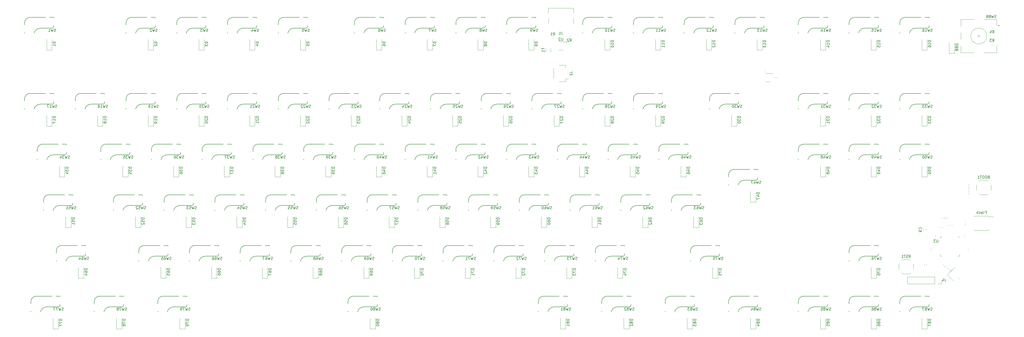
<source format=gbr>
%TF.GenerationSoftware,KiCad,Pcbnew,(7.0.0)*%
%TF.CreationDate,2023-12-09T11:02:40+00:00*%
%TF.ProjectId,TKL_PCB,544b4c5f-5043-4422-9e6b-696361645f70,rev?*%
%TF.SameCoordinates,Original*%
%TF.FileFunction,Legend,Bot*%
%TF.FilePolarity,Positive*%
%FSLAX46Y46*%
G04 Gerber Fmt 4.6, Leading zero omitted, Abs format (unit mm)*
G04 Created by KiCad (PCBNEW (7.0.0)) date 2023-12-09 11:02:40*
%MOMM*%
%LPD*%
G01*
G04 APERTURE LIST*
%ADD10C,0.150000*%
%ADD11C,0.120000*%
G04 APERTURE END LIST*
D10*
%TO.C,D9*%
X211917380Y-25455655D02*
X210917380Y-25455655D01*
X210917380Y-25455655D02*
X210917380Y-25693750D01*
X210917380Y-25693750D02*
X210965000Y-25836607D01*
X210965000Y-25836607D02*
X211060238Y-25931845D01*
X211060238Y-25931845D02*
X211155476Y-25979464D01*
X211155476Y-25979464D02*
X211345952Y-26027083D01*
X211345952Y-26027083D02*
X211488809Y-26027083D01*
X211488809Y-26027083D02*
X211679285Y-25979464D01*
X211679285Y-25979464D02*
X211774523Y-25931845D01*
X211774523Y-25931845D02*
X211869761Y-25836607D01*
X211869761Y-25836607D02*
X211917380Y-25693750D01*
X211917380Y-25693750D02*
X211917380Y-25455655D01*
X211917380Y-26503274D02*
X211917380Y-26693750D01*
X211917380Y-26693750D02*
X211869761Y-26788988D01*
X211869761Y-26788988D02*
X211822142Y-26836607D01*
X211822142Y-26836607D02*
X211679285Y-26931845D01*
X211679285Y-26931845D02*
X211488809Y-26979464D01*
X211488809Y-26979464D02*
X211107857Y-26979464D01*
X211107857Y-26979464D02*
X211012619Y-26931845D01*
X211012619Y-26931845D02*
X210965000Y-26884226D01*
X210965000Y-26884226D02*
X210917380Y-26788988D01*
X210917380Y-26788988D02*
X210917380Y-26598512D01*
X210917380Y-26598512D02*
X210965000Y-26503274D01*
X210965000Y-26503274D02*
X211012619Y-26455655D01*
X211012619Y-26455655D02*
X211107857Y-26408036D01*
X211107857Y-26408036D02*
X211345952Y-26408036D01*
X211345952Y-26408036D02*
X211441190Y-26455655D01*
X211441190Y-26455655D02*
X211488809Y-26503274D01*
X211488809Y-26503274D02*
X211536428Y-26598512D01*
X211536428Y-26598512D02*
X211536428Y-26788988D01*
X211536428Y-26788988D02*
X211488809Y-26884226D01*
X211488809Y-26884226D02*
X211441190Y-26931845D01*
X211441190Y-26931845D02*
X211345952Y-26979464D01*
%TO.C,R3*%
X382754166Y-25391130D02*
X383087499Y-24914940D01*
X383325594Y-25391130D02*
X383325594Y-24391130D01*
X383325594Y-24391130D02*
X382944642Y-24391130D01*
X382944642Y-24391130D02*
X382849404Y-24438750D01*
X382849404Y-24438750D02*
X382801785Y-24486369D01*
X382801785Y-24486369D02*
X382754166Y-24581607D01*
X382754166Y-24581607D02*
X382754166Y-24724464D01*
X382754166Y-24724464D02*
X382801785Y-24819702D01*
X382801785Y-24819702D02*
X382849404Y-24867321D01*
X382849404Y-24867321D02*
X382944642Y-24914940D01*
X382944642Y-24914940D02*
X383325594Y-24914940D01*
X382420832Y-24391130D02*
X381801785Y-24391130D01*
X381801785Y-24391130D02*
X382135118Y-24772083D01*
X382135118Y-24772083D02*
X381992261Y-24772083D01*
X381992261Y-24772083D02*
X381897023Y-24819702D01*
X381897023Y-24819702D02*
X381849404Y-24867321D01*
X381849404Y-24867321D02*
X381801785Y-24962559D01*
X381801785Y-24962559D02*
X381801785Y-25200654D01*
X381801785Y-25200654D02*
X381849404Y-25295892D01*
X381849404Y-25295892D02*
X381897023Y-25343511D01*
X381897023Y-25343511D02*
X381992261Y-25391130D01*
X381992261Y-25391130D02*
X382277975Y-25391130D01*
X382277975Y-25391130D02*
X382373213Y-25343511D01*
X382373213Y-25343511D02*
X382420832Y-25295892D01*
%TO.C,D27*%
X221442380Y-53554464D02*
X220442380Y-53554464D01*
X220442380Y-53554464D02*
X220442380Y-53792559D01*
X220442380Y-53792559D02*
X220490000Y-53935416D01*
X220490000Y-53935416D02*
X220585238Y-54030654D01*
X220585238Y-54030654D02*
X220680476Y-54078273D01*
X220680476Y-54078273D02*
X220870952Y-54125892D01*
X220870952Y-54125892D02*
X221013809Y-54125892D01*
X221013809Y-54125892D02*
X221204285Y-54078273D01*
X221204285Y-54078273D02*
X221299523Y-54030654D01*
X221299523Y-54030654D02*
X221394761Y-53935416D01*
X221394761Y-53935416D02*
X221442380Y-53792559D01*
X221442380Y-53792559D02*
X221442380Y-53554464D01*
X220537619Y-54506845D02*
X220490000Y-54554464D01*
X220490000Y-54554464D02*
X220442380Y-54649702D01*
X220442380Y-54649702D02*
X220442380Y-54887797D01*
X220442380Y-54887797D02*
X220490000Y-54983035D01*
X220490000Y-54983035D02*
X220537619Y-55030654D01*
X220537619Y-55030654D02*
X220632857Y-55078273D01*
X220632857Y-55078273D02*
X220728095Y-55078273D01*
X220728095Y-55078273D02*
X220870952Y-55030654D01*
X220870952Y-55030654D02*
X221442380Y-54459226D01*
X221442380Y-54459226D02*
X221442380Y-55078273D01*
X220442380Y-55411607D02*
X220442380Y-56078273D01*
X220442380Y-56078273D02*
X221442380Y-55649702D01*
%TO.C,SW83*%
X271965773Y-126363511D02*
X271822916Y-126411130D01*
X271822916Y-126411130D02*
X271584821Y-126411130D01*
X271584821Y-126411130D02*
X271489583Y-126363511D01*
X271489583Y-126363511D02*
X271441964Y-126315892D01*
X271441964Y-126315892D02*
X271394345Y-126220654D01*
X271394345Y-126220654D02*
X271394345Y-126125416D01*
X271394345Y-126125416D02*
X271441964Y-126030178D01*
X271441964Y-126030178D02*
X271489583Y-125982559D01*
X271489583Y-125982559D02*
X271584821Y-125934940D01*
X271584821Y-125934940D02*
X271775297Y-125887321D01*
X271775297Y-125887321D02*
X271870535Y-125839702D01*
X271870535Y-125839702D02*
X271918154Y-125792083D01*
X271918154Y-125792083D02*
X271965773Y-125696845D01*
X271965773Y-125696845D02*
X271965773Y-125601607D01*
X271965773Y-125601607D02*
X271918154Y-125506369D01*
X271918154Y-125506369D02*
X271870535Y-125458750D01*
X271870535Y-125458750D02*
X271775297Y-125411130D01*
X271775297Y-125411130D02*
X271537202Y-125411130D01*
X271537202Y-125411130D02*
X271394345Y-125458750D01*
X271061011Y-125411130D02*
X270822916Y-126411130D01*
X270822916Y-126411130D02*
X270632440Y-125696845D01*
X270632440Y-125696845D02*
X270441964Y-126411130D01*
X270441964Y-126411130D02*
X270203869Y-125411130D01*
X269680059Y-125839702D02*
X269775297Y-125792083D01*
X269775297Y-125792083D02*
X269822916Y-125744464D01*
X269822916Y-125744464D02*
X269870535Y-125649226D01*
X269870535Y-125649226D02*
X269870535Y-125601607D01*
X269870535Y-125601607D02*
X269822916Y-125506369D01*
X269822916Y-125506369D02*
X269775297Y-125458750D01*
X269775297Y-125458750D02*
X269680059Y-125411130D01*
X269680059Y-125411130D02*
X269489583Y-125411130D01*
X269489583Y-125411130D02*
X269394345Y-125458750D01*
X269394345Y-125458750D02*
X269346726Y-125506369D01*
X269346726Y-125506369D02*
X269299107Y-125601607D01*
X269299107Y-125601607D02*
X269299107Y-125649226D01*
X269299107Y-125649226D02*
X269346726Y-125744464D01*
X269346726Y-125744464D02*
X269394345Y-125792083D01*
X269394345Y-125792083D02*
X269489583Y-125839702D01*
X269489583Y-125839702D02*
X269680059Y-125839702D01*
X269680059Y-125839702D02*
X269775297Y-125887321D01*
X269775297Y-125887321D02*
X269822916Y-125934940D01*
X269822916Y-125934940D02*
X269870535Y-126030178D01*
X269870535Y-126030178D02*
X269870535Y-126220654D01*
X269870535Y-126220654D02*
X269822916Y-126315892D01*
X269822916Y-126315892D02*
X269775297Y-126363511D01*
X269775297Y-126363511D02*
X269680059Y-126411130D01*
X269680059Y-126411130D02*
X269489583Y-126411130D01*
X269489583Y-126411130D02*
X269394345Y-126363511D01*
X269394345Y-126363511D02*
X269346726Y-126315892D01*
X269346726Y-126315892D02*
X269299107Y-126220654D01*
X269299107Y-126220654D02*
X269299107Y-126030178D01*
X269299107Y-126030178D02*
X269346726Y-125934940D01*
X269346726Y-125934940D02*
X269394345Y-125887321D01*
X269394345Y-125887321D02*
X269489583Y-125839702D01*
X268965773Y-125411130D02*
X268346726Y-125411130D01*
X268346726Y-125411130D02*
X268680059Y-125792083D01*
X268680059Y-125792083D02*
X268537202Y-125792083D01*
X268537202Y-125792083D02*
X268441964Y-125839702D01*
X268441964Y-125839702D02*
X268394345Y-125887321D01*
X268394345Y-125887321D02*
X268346726Y-125982559D01*
X268346726Y-125982559D02*
X268346726Y-126220654D01*
X268346726Y-126220654D02*
X268394345Y-126315892D01*
X268394345Y-126315892D02*
X268441964Y-126363511D01*
X268441964Y-126363511D02*
X268537202Y-126411130D01*
X268537202Y-126411130D02*
X268822916Y-126411130D01*
X268822916Y-126411130D02*
X268918154Y-126363511D01*
X268918154Y-126363511D02*
X268965773Y-126315892D01*
%TO.C,SW42*%
X193384523Y-69213511D02*
X193241666Y-69261130D01*
X193241666Y-69261130D02*
X193003571Y-69261130D01*
X193003571Y-69261130D02*
X192908333Y-69213511D01*
X192908333Y-69213511D02*
X192860714Y-69165892D01*
X192860714Y-69165892D02*
X192813095Y-69070654D01*
X192813095Y-69070654D02*
X192813095Y-68975416D01*
X192813095Y-68975416D02*
X192860714Y-68880178D01*
X192860714Y-68880178D02*
X192908333Y-68832559D01*
X192908333Y-68832559D02*
X193003571Y-68784940D01*
X193003571Y-68784940D02*
X193194047Y-68737321D01*
X193194047Y-68737321D02*
X193289285Y-68689702D01*
X193289285Y-68689702D02*
X193336904Y-68642083D01*
X193336904Y-68642083D02*
X193384523Y-68546845D01*
X193384523Y-68546845D02*
X193384523Y-68451607D01*
X193384523Y-68451607D02*
X193336904Y-68356369D01*
X193336904Y-68356369D02*
X193289285Y-68308750D01*
X193289285Y-68308750D02*
X193194047Y-68261130D01*
X193194047Y-68261130D02*
X192955952Y-68261130D01*
X192955952Y-68261130D02*
X192813095Y-68308750D01*
X192479761Y-68261130D02*
X192241666Y-69261130D01*
X192241666Y-69261130D02*
X192051190Y-68546845D01*
X192051190Y-68546845D02*
X191860714Y-69261130D01*
X191860714Y-69261130D02*
X191622619Y-68261130D01*
X190813095Y-68594464D02*
X190813095Y-69261130D01*
X191051190Y-68213511D02*
X191289285Y-68927797D01*
X191289285Y-68927797D02*
X190670238Y-68927797D01*
X190336904Y-68356369D02*
X190289285Y-68308750D01*
X190289285Y-68308750D02*
X190194047Y-68261130D01*
X190194047Y-68261130D02*
X189955952Y-68261130D01*
X189955952Y-68261130D02*
X189860714Y-68308750D01*
X189860714Y-68308750D02*
X189813095Y-68356369D01*
X189813095Y-68356369D02*
X189765476Y-68451607D01*
X189765476Y-68451607D02*
X189765476Y-68546845D01*
X189765476Y-68546845D02*
X189813095Y-68689702D01*
X189813095Y-68689702D02*
X190384523Y-69261130D01*
X190384523Y-69261130D02*
X189765476Y-69261130D01*
%TO.C,SW67*%
X112422023Y-107313511D02*
X112279166Y-107361130D01*
X112279166Y-107361130D02*
X112041071Y-107361130D01*
X112041071Y-107361130D02*
X111945833Y-107313511D01*
X111945833Y-107313511D02*
X111898214Y-107265892D01*
X111898214Y-107265892D02*
X111850595Y-107170654D01*
X111850595Y-107170654D02*
X111850595Y-107075416D01*
X111850595Y-107075416D02*
X111898214Y-106980178D01*
X111898214Y-106980178D02*
X111945833Y-106932559D01*
X111945833Y-106932559D02*
X112041071Y-106884940D01*
X112041071Y-106884940D02*
X112231547Y-106837321D01*
X112231547Y-106837321D02*
X112326785Y-106789702D01*
X112326785Y-106789702D02*
X112374404Y-106742083D01*
X112374404Y-106742083D02*
X112422023Y-106646845D01*
X112422023Y-106646845D02*
X112422023Y-106551607D01*
X112422023Y-106551607D02*
X112374404Y-106456369D01*
X112374404Y-106456369D02*
X112326785Y-106408750D01*
X112326785Y-106408750D02*
X112231547Y-106361130D01*
X112231547Y-106361130D02*
X111993452Y-106361130D01*
X111993452Y-106361130D02*
X111850595Y-106408750D01*
X111517261Y-106361130D02*
X111279166Y-107361130D01*
X111279166Y-107361130D02*
X111088690Y-106646845D01*
X111088690Y-106646845D02*
X110898214Y-107361130D01*
X110898214Y-107361130D02*
X110660119Y-106361130D01*
X109850595Y-106361130D02*
X110041071Y-106361130D01*
X110041071Y-106361130D02*
X110136309Y-106408750D01*
X110136309Y-106408750D02*
X110183928Y-106456369D01*
X110183928Y-106456369D02*
X110279166Y-106599226D01*
X110279166Y-106599226D02*
X110326785Y-106789702D01*
X110326785Y-106789702D02*
X110326785Y-107170654D01*
X110326785Y-107170654D02*
X110279166Y-107265892D01*
X110279166Y-107265892D02*
X110231547Y-107313511D01*
X110231547Y-107313511D02*
X110136309Y-107361130D01*
X110136309Y-107361130D02*
X109945833Y-107361130D01*
X109945833Y-107361130D02*
X109850595Y-107313511D01*
X109850595Y-107313511D02*
X109802976Y-107265892D01*
X109802976Y-107265892D02*
X109755357Y-107170654D01*
X109755357Y-107170654D02*
X109755357Y-106932559D01*
X109755357Y-106932559D02*
X109802976Y-106837321D01*
X109802976Y-106837321D02*
X109850595Y-106789702D01*
X109850595Y-106789702D02*
X109945833Y-106742083D01*
X109945833Y-106742083D02*
X110136309Y-106742083D01*
X110136309Y-106742083D02*
X110231547Y-106789702D01*
X110231547Y-106789702D02*
X110279166Y-106837321D01*
X110279166Y-106837321D02*
X110326785Y-106932559D01*
X109422023Y-106361130D02*
X108755357Y-106361130D01*
X108755357Y-106361130D02*
X109183928Y-107361130D01*
%TO.C,SW33*%
X360072023Y-50163511D02*
X359929166Y-50211130D01*
X359929166Y-50211130D02*
X359691071Y-50211130D01*
X359691071Y-50211130D02*
X359595833Y-50163511D01*
X359595833Y-50163511D02*
X359548214Y-50115892D01*
X359548214Y-50115892D02*
X359500595Y-50020654D01*
X359500595Y-50020654D02*
X359500595Y-49925416D01*
X359500595Y-49925416D02*
X359548214Y-49830178D01*
X359548214Y-49830178D02*
X359595833Y-49782559D01*
X359595833Y-49782559D02*
X359691071Y-49734940D01*
X359691071Y-49734940D02*
X359881547Y-49687321D01*
X359881547Y-49687321D02*
X359976785Y-49639702D01*
X359976785Y-49639702D02*
X360024404Y-49592083D01*
X360024404Y-49592083D02*
X360072023Y-49496845D01*
X360072023Y-49496845D02*
X360072023Y-49401607D01*
X360072023Y-49401607D02*
X360024404Y-49306369D01*
X360024404Y-49306369D02*
X359976785Y-49258750D01*
X359976785Y-49258750D02*
X359881547Y-49211130D01*
X359881547Y-49211130D02*
X359643452Y-49211130D01*
X359643452Y-49211130D02*
X359500595Y-49258750D01*
X359167261Y-49211130D02*
X358929166Y-50211130D01*
X358929166Y-50211130D02*
X358738690Y-49496845D01*
X358738690Y-49496845D02*
X358548214Y-50211130D01*
X358548214Y-50211130D02*
X358310119Y-49211130D01*
X358024404Y-49211130D02*
X357405357Y-49211130D01*
X357405357Y-49211130D02*
X357738690Y-49592083D01*
X357738690Y-49592083D02*
X357595833Y-49592083D01*
X357595833Y-49592083D02*
X357500595Y-49639702D01*
X357500595Y-49639702D02*
X357452976Y-49687321D01*
X357452976Y-49687321D02*
X357405357Y-49782559D01*
X357405357Y-49782559D02*
X357405357Y-50020654D01*
X357405357Y-50020654D02*
X357452976Y-50115892D01*
X357452976Y-50115892D02*
X357500595Y-50163511D01*
X357500595Y-50163511D02*
X357595833Y-50211130D01*
X357595833Y-50211130D02*
X357881547Y-50211130D01*
X357881547Y-50211130D02*
X357976785Y-50163511D01*
X357976785Y-50163511D02*
X358024404Y-50115892D01*
X357072023Y-49211130D02*
X356452976Y-49211130D01*
X356452976Y-49211130D02*
X356786309Y-49592083D01*
X356786309Y-49592083D02*
X356643452Y-49592083D01*
X356643452Y-49592083D02*
X356548214Y-49639702D01*
X356548214Y-49639702D02*
X356500595Y-49687321D01*
X356500595Y-49687321D02*
X356452976Y-49782559D01*
X356452976Y-49782559D02*
X356452976Y-50020654D01*
X356452976Y-50020654D02*
X356500595Y-50115892D01*
X356500595Y-50115892D02*
X356548214Y-50163511D01*
X356548214Y-50163511D02*
X356643452Y-50211130D01*
X356643452Y-50211130D02*
X356929166Y-50211130D01*
X356929166Y-50211130D02*
X357024404Y-50163511D01*
X357024404Y-50163511D02*
X357072023Y-50115892D01*
%TO.C,D40*%
X154767380Y-72604464D02*
X153767380Y-72604464D01*
X153767380Y-72604464D02*
X153767380Y-72842559D01*
X153767380Y-72842559D02*
X153815000Y-72985416D01*
X153815000Y-72985416D02*
X153910238Y-73080654D01*
X153910238Y-73080654D02*
X154005476Y-73128273D01*
X154005476Y-73128273D02*
X154195952Y-73175892D01*
X154195952Y-73175892D02*
X154338809Y-73175892D01*
X154338809Y-73175892D02*
X154529285Y-73128273D01*
X154529285Y-73128273D02*
X154624523Y-73080654D01*
X154624523Y-73080654D02*
X154719761Y-72985416D01*
X154719761Y-72985416D02*
X154767380Y-72842559D01*
X154767380Y-72842559D02*
X154767380Y-72604464D01*
X154100714Y-74033035D02*
X154767380Y-74033035D01*
X153719761Y-73794940D02*
X154434047Y-73556845D01*
X154434047Y-73556845D02*
X154434047Y-74175892D01*
X153767380Y-74747321D02*
X153767380Y-74842559D01*
X153767380Y-74842559D02*
X153815000Y-74937797D01*
X153815000Y-74937797D02*
X153862619Y-74985416D01*
X153862619Y-74985416D02*
X153957857Y-75033035D01*
X153957857Y-75033035D02*
X154148333Y-75080654D01*
X154148333Y-75080654D02*
X154386428Y-75080654D01*
X154386428Y-75080654D02*
X154576904Y-75033035D01*
X154576904Y-75033035D02*
X154672142Y-74985416D01*
X154672142Y-74985416D02*
X154719761Y-74937797D01*
X154719761Y-74937797D02*
X154767380Y-74842559D01*
X154767380Y-74842559D02*
X154767380Y-74747321D01*
X154767380Y-74747321D02*
X154719761Y-74652083D01*
X154719761Y-74652083D02*
X154672142Y-74604464D01*
X154672142Y-74604464D02*
X154576904Y-74556845D01*
X154576904Y-74556845D02*
X154386428Y-74509226D01*
X154386428Y-74509226D02*
X154148333Y-74509226D01*
X154148333Y-74509226D02*
X153957857Y-74556845D01*
X153957857Y-74556845D02*
X153862619Y-74604464D01*
X153862619Y-74604464D02*
X153815000Y-74652083D01*
X153815000Y-74652083D02*
X153767380Y-74747321D01*
%TO.C,SW86*%
X341022023Y-126363511D02*
X340879166Y-126411130D01*
X340879166Y-126411130D02*
X340641071Y-126411130D01*
X340641071Y-126411130D02*
X340545833Y-126363511D01*
X340545833Y-126363511D02*
X340498214Y-126315892D01*
X340498214Y-126315892D02*
X340450595Y-126220654D01*
X340450595Y-126220654D02*
X340450595Y-126125416D01*
X340450595Y-126125416D02*
X340498214Y-126030178D01*
X340498214Y-126030178D02*
X340545833Y-125982559D01*
X340545833Y-125982559D02*
X340641071Y-125934940D01*
X340641071Y-125934940D02*
X340831547Y-125887321D01*
X340831547Y-125887321D02*
X340926785Y-125839702D01*
X340926785Y-125839702D02*
X340974404Y-125792083D01*
X340974404Y-125792083D02*
X341022023Y-125696845D01*
X341022023Y-125696845D02*
X341022023Y-125601607D01*
X341022023Y-125601607D02*
X340974404Y-125506369D01*
X340974404Y-125506369D02*
X340926785Y-125458750D01*
X340926785Y-125458750D02*
X340831547Y-125411130D01*
X340831547Y-125411130D02*
X340593452Y-125411130D01*
X340593452Y-125411130D02*
X340450595Y-125458750D01*
X340117261Y-125411130D02*
X339879166Y-126411130D01*
X339879166Y-126411130D02*
X339688690Y-125696845D01*
X339688690Y-125696845D02*
X339498214Y-126411130D01*
X339498214Y-126411130D02*
X339260119Y-125411130D01*
X338736309Y-125839702D02*
X338831547Y-125792083D01*
X338831547Y-125792083D02*
X338879166Y-125744464D01*
X338879166Y-125744464D02*
X338926785Y-125649226D01*
X338926785Y-125649226D02*
X338926785Y-125601607D01*
X338926785Y-125601607D02*
X338879166Y-125506369D01*
X338879166Y-125506369D02*
X338831547Y-125458750D01*
X338831547Y-125458750D02*
X338736309Y-125411130D01*
X338736309Y-125411130D02*
X338545833Y-125411130D01*
X338545833Y-125411130D02*
X338450595Y-125458750D01*
X338450595Y-125458750D02*
X338402976Y-125506369D01*
X338402976Y-125506369D02*
X338355357Y-125601607D01*
X338355357Y-125601607D02*
X338355357Y-125649226D01*
X338355357Y-125649226D02*
X338402976Y-125744464D01*
X338402976Y-125744464D02*
X338450595Y-125792083D01*
X338450595Y-125792083D02*
X338545833Y-125839702D01*
X338545833Y-125839702D02*
X338736309Y-125839702D01*
X338736309Y-125839702D02*
X338831547Y-125887321D01*
X338831547Y-125887321D02*
X338879166Y-125934940D01*
X338879166Y-125934940D02*
X338926785Y-126030178D01*
X338926785Y-126030178D02*
X338926785Y-126220654D01*
X338926785Y-126220654D02*
X338879166Y-126315892D01*
X338879166Y-126315892D02*
X338831547Y-126363511D01*
X338831547Y-126363511D02*
X338736309Y-126411130D01*
X338736309Y-126411130D02*
X338545833Y-126411130D01*
X338545833Y-126411130D02*
X338450595Y-126363511D01*
X338450595Y-126363511D02*
X338402976Y-126315892D01*
X338402976Y-126315892D02*
X338355357Y-126220654D01*
X338355357Y-126220654D02*
X338355357Y-126030178D01*
X338355357Y-126030178D02*
X338402976Y-125934940D01*
X338402976Y-125934940D02*
X338450595Y-125887321D01*
X338450595Y-125887321D02*
X338545833Y-125839702D01*
X337498214Y-125411130D02*
X337688690Y-125411130D01*
X337688690Y-125411130D02*
X337783928Y-125458750D01*
X337783928Y-125458750D02*
X337831547Y-125506369D01*
X337831547Y-125506369D02*
X337926785Y-125649226D01*
X337926785Y-125649226D02*
X337974404Y-125839702D01*
X337974404Y-125839702D02*
X337974404Y-126220654D01*
X337974404Y-126220654D02*
X337926785Y-126315892D01*
X337926785Y-126315892D02*
X337879166Y-126363511D01*
X337879166Y-126363511D02*
X337783928Y-126411130D01*
X337783928Y-126411130D02*
X337593452Y-126411130D01*
X337593452Y-126411130D02*
X337498214Y-126363511D01*
X337498214Y-126363511D02*
X337450595Y-126315892D01*
X337450595Y-126315892D02*
X337402976Y-126220654D01*
X337402976Y-126220654D02*
X337402976Y-125982559D01*
X337402976Y-125982559D02*
X337450595Y-125887321D01*
X337450595Y-125887321D02*
X337498214Y-125839702D01*
X337498214Y-125839702D02*
X337593452Y-125792083D01*
X337593452Y-125792083D02*
X337783928Y-125792083D01*
X337783928Y-125792083D02*
X337879166Y-125839702D01*
X337879166Y-125839702D02*
X337926785Y-125887321D01*
X337926785Y-125887321D02*
X337974404Y-125982559D01*
%TO.C,D33*%
X359554880Y-53554464D02*
X358554880Y-53554464D01*
X358554880Y-53554464D02*
X358554880Y-53792559D01*
X358554880Y-53792559D02*
X358602500Y-53935416D01*
X358602500Y-53935416D02*
X358697738Y-54030654D01*
X358697738Y-54030654D02*
X358792976Y-54078273D01*
X358792976Y-54078273D02*
X358983452Y-54125892D01*
X358983452Y-54125892D02*
X359126309Y-54125892D01*
X359126309Y-54125892D02*
X359316785Y-54078273D01*
X359316785Y-54078273D02*
X359412023Y-54030654D01*
X359412023Y-54030654D02*
X359507261Y-53935416D01*
X359507261Y-53935416D02*
X359554880Y-53792559D01*
X359554880Y-53792559D02*
X359554880Y-53554464D01*
X358554880Y-54459226D02*
X358554880Y-55078273D01*
X358554880Y-55078273D02*
X358935833Y-54744940D01*
X358935833Y-54744940D02*
X358935833Y-54887797D01*
X358935833Y-54887797D02*
X358983452Y-54983035D01*
X358983452Y-54983035D02*
X359031071Y-55030654D01*
X359031071Y-55030654D02*
X359126309Y-55078273D01*
X359126309Y-55078273D02*
X359364404Y-55078273D01*
X359364404Y-55078273D02*
X359459642Y-55030654D01*
X359459642Y-55030654D02*
X359507261Y-54983035D01*
X359507261Y-54983035D02*
X359554880Y-54887797D01*
X359554880Y-54887797D02*
X359554880Y-54602083D01*
X359554880Y-54602083D02*
X359507261Y-54506845D01*
X359507261Y-54506845D02*
X359459642Y-54459226D01*
X358554880Y-55411607D02*
X358554880Y-56030654D01*
X358554880Y-56030654D02*
X358935833Y-55697321D01*
X358935833Y-55697321D02*
X358935833Y-55840178D01*
X358935833Y-55840178D02*
X358983452Y-55935416D01*
X358983452Y-55935416D02*
X359031071Y-55983035D01*
X359031071Y-55983035D02*
X359126309Y-56030654D01*
X359126309Y-56030654D02*
X359364404Y-56030654D01*
X359364404Y-56030654D02*
X359459642Y-55983035D01*
X359459642Y-55983035D02*
X359507261Y-55935416D01*
X359507261Y-55935416D02*
X359554880Y-55840178D01*
X359554880Y-55840178D02*
X359554880Y-55554464D01*
X359554880Y-55554464D02*
X359507261Y-55459226D01*
X359507261Y-55459226D02*
X359459642Y-55411607D01*
%TO.C,SW20*%
X88609523Y-50163511D02*
X88466666Y-50211130D01*
X88466666Y-50211130D02*
X88228571Y-50211130D01*
X88228571Y-50211130D02*
X88133333Y-50163511D01*
X88133333Y-50163511D02*
X88085714Y-50115892D01*
X88085714Y-50115892D02*
X88038095Y-50020654D01*
X88038095Y-50020654D02*
X88038095Y-49925416D01*
X88038095Y-49925416D02*
X88085714Y-49830178D01*
X88085714Y-49830178D02*
X88133333Y-49782559D01*
X88133333Y-49782559D02*
X88228571Y-49734940D01*
X88228571Y-49734940D02*
X88419047Y-49687321D01*
X88419047Y-49687321D02*
X88514285Y-49639702D01*
X88514285Y-49639702D02*
X88561904Y-49592083D01*
X88561904Y-49592083D02*
X88609523Y-49496845D01*
X88609523Y-49496845D02*
X88609523Y-49401607D01*
X88609523Y-49401607D02*
X88561904Y-49306369D01*
X88561904Y-49306369D02*
X88514285Y-49258750D01*
X88514285Y-49258750D02*
X88419047Y-49211130D01*
X88419047Y-49211130D02*
X88180952Y-49211130D01*
X88180952Y-49211130D02*
X88038095Y-49258750D01*
X87704761Y-49211130D02*
X87466666Y-50211130D01*
X87466666Y-50211130D02*
X87276190Y-49496845D01*
X87276190Y-49496845D02*
X87085714Y-50211130D01*
X87085714Y-50211130D02*
X86847619Y-49211130D01*
X86514285Y-49306369D02*
X86466666Y-49258750D01*
X86466666Y-49258750D02*
X86371428Y-49211130D01*
X86371428Y-49211130D02*
X86133333Y-49211130D01*
X86133333Y-49211130D02*
X86038095Y-49258750D01*
X86038095Y-49258750D02*
X85990476Y-49306369D01*
X85990476Y-49306369D02*
X85942857Y-49401607D01*
X85942857Y-49401607D02*
X85942857Y-49496845D01*
X85942857Y-49496845D02*
X85990476Y-49639702D01*
X85990476Y-49639702D02*
X86561904Y-50211130D01*
X86561904Y-50211130D02*
X85942857Y-50211130D01*
X85323809Y-49211130D02*
X85228571Y-49211130D01*
X85228571Y-49211130D02*
X85133333Y-49258750D01*
X85133333Y-49258750D02*
X85085714Y-49306369D01*
X85085714Y-49306369D02*
X85038095Y-49401607D01*
X85038095Y-49401607D02*
X84990476Y-49592083D01*
X84990476Y-49592083D02*
X84990476Y-49830178D01*
X84990476Y-49830178D02*
X85038095Y-50020654D01*
X85038095Y-50020654D02*
X85085714Y-50115892D01*
X85085714Y-50115892D02*
X85133333Y-50163511D01*
X85133333Y-50163511D02*
X85228571Y-50211130D01*
X85228571Y-50211130D02*
X85323809Y-50211130D01*
X85323809Y-50211130D02*
X85419047Y-50163511D01*
X85419047Y-50163511D02*
X85466666Y-50115892D01*
X85466666Y-50115892D02*
X85514285Y-50020654D01*
X85514285Y-50020654D02*
X85561904Y-49830178D01*
X85561904Y-49830178D02*
X85561904Y-49592083D01*
X85561904Y-49592083D02*
X85514285Y-49401607D01*
X85514285Y-49401607D02*
X85466666Y-49306369D01*
X85466666Y-49306369D02*
X85419047Y-49258750D01*
X85419047Y-49258750D02*
X85323809Y-49211130D01*
%TO.C,D87*%
X359554880Y-129754464D02*
X358554880Y-129754464D01*
X358554880Y-129754464D02*
X358554880Y-129992559D01*
X358554880Y-129992559D02*
X358602500Y-130135416D01*
X358602500Y-130135416D02*
X358697738Y-130230654D01*
X358697738Y-130230654D02*
X358792976Y-130278273D01*
X358792976Y-130278273D02*
X358983452Y-130325892D01*
X358983452Y-130325892D02*
X359126309Y-130325892D01*
X359126309Y-130325892D02*
X359316785Y-130278273D01*
X359316785Y-130278273D02*
X359412023Y-130230654D01*
X359412023Y-130230654D02*
X359507261Y-130135416D01*
X359507261Y-130135416D02*
X359554880Y-129992559D01*
X359554880Y-129992559D02*
X359554880Y-129754464D01*
X358983452Y-130897321D02*
X358935833Y-130802083D01*
X358935833Y-130802083D02*
X358888214Y-130754464D01*
X358888214Y-130754464D02*
X358792976Y-130706845D01*
X358792976Y-130706845D02*
X358745357Y-130706845D01*
X358745357Y-130706845D02*
X358650119Y-130754464D01*
X358650119Y-130754464D02*
X358602500Y-130802083D01*
X358602500Y-130802083D02*
X358554880Y-130897321D01*
X358554880Y-130897321D02*
X358554880Y-131087797D01*
X358554880Y-131087797D02*
X358602500Y-131183035D01*
X358602500Y-131183035D02*
X358650119Y-131230654D01*
X358650119Y-131230654D02*
X358745357Y-131278273D01*
X358745357Y-131278273D02*
X358792976Y-131278273D01*
X358792976Y-131278273D02*
X358888214Y-131230654D01*
X358888214Y-131230654D02*
X358935833Y-131183035D01*
X358935833Y-131183035D02*
X358983452Y-131087797D01*
X358983452Y-131087797D02*
X358983452Y-130897321D01*
X358983452Y-130897321D02*
X359031071Y-130802083D01*
X359031071Y-130802083D02*
X359078690Y-130754464D01*
X359078690Y-130754464D02*
X359173928Y-130706845D01*
X359173928Y-130706845D02*
X359364404Y-130706845D01*
X359364404Y-130706845D02*
X359459642Y-130754464D01*
X359459642Y-130754464D02*
X359507261Y-130802083D01*
X359507261Y-130802083D02*
X359554880Y-130897321D01*
X359554880Y-130897321D02*
X359554880Y-131087797D01*
X359554880Y-131087797D02*
X359507261Y-131183035D01*
X359507261Y-131183035D02*
X359459642Y-131230654D01*
X359459642Y-131230654D02*
X359364404Y-131278273D01*
X359364404Y-131278273D02*
X359173928Y-131278273D01*
X359173928Y-131278273D02*
X359078690Y-131230654D01*
X359078690Y-131230654D02*
X359031071Y-131183035D01*
X359031071Y-131183035D02*
X358983452Y-131087797D01*
X358554880Y-131611607D02*
X358554880Y-132278273D01*
X358554880Y-132278273D02*
X359554880Y-131849702D01*
%TO.C,D73*%
X226204880Y-110704464D02*
X225204880Y-110704464D01*
X225204880Y-110704464D02*
X225204880Y-110942559D01*
X225204880Y-110942559D02*
X225252500Y-111085416D01*
X225252500Y-111085416D02*
X225347738Y-111180654D01*
X225347738Y-111180654D02*
X225442976Y-111228273D01*
X225442976Y-111228273D02*
X225633452Y-111275892D01*
X225633452Y-111275892D02*
X225776309Y-111275892D01*
X225776309Y-111275892D02*
X225966785Y-111228273D01*
X225966785Y-111228273D02*
X226062023Y-111180654D01*
X226062023Y-111180654D02*
X226157261Y-111085416D01*
X226157261Y-111085416D02*
X226204880Y-110942559D01*
X226204880Y-110942559D02*
X226204880Y-110704464D01*
X225204880Y-111609226D02*
X225204880Y-112275892D01*
X225204880Y-112275892D02*
X226204880Y-111847321D01*
X225204880Y-112561607D02*
X225204880Y-113180654D01*
X225204880Y-113180654D02*
X225585833Y-112847321D01*
X225585833Y-112847321D02*
X225585833Y-112990178D01*
X225585833Y-112990178D02*
X225633452Y-113085416D01*
X225633452Y-113085416D02*
X225681071Y-113133035D01*
X225681071Y-113133035D02*
X225776309Y-113180654D01*
X225776309Y-113180654D02*
X226014404Y-113180654D01*
X226014404Y-113180654D02*
X226109642Y-113133035D01*
X226109642Y-113133035D02*
X226157261Y-113085416D01*
X226157261Y-113085416D02*
X226204880Y-112990178D01*
X226204880Y-112990178D02*
X226204880Y-112704464D01*
X226204880Y-112704464D02*
X226157261Y-112609226D01*
X226157261Y-112609226D02*
X226109642Y-112561607D01*
%TO.C,D80*%
X152386130Y-129754464D02*
X151386130Y-129754464D01*
X151386130Y-129754464D02*
X151386130Y-129992559D01*
X151386130Y-129992559D02*
X151433750Y-130135416D01*
X151433750Y-130135416D02*
X151528988Y-130230654D01*
X151528988Y-130230654D02*
X151624226Y-130278273D01*
X151624226Y-130278273D02*
X151814702Y-130325892D01*
X151814702Y-130325892D02*
X151957559Y-130325892D01*
X151957559Y-130325892D02*
X152148035Y-130278273D01*
X152148035Y-130278273D02*
X152243273Y-130230654D01*
X152243273Y-130230654D02*
X152338511Y-130135416D01*
X152338511Y-130135416D02*
X152386130Y-129992559D01*
X152386130Y-129992559D02*
X152386130Y-129754464D01*
X151814702Y-130897321D02*
X151767083Y-130802083D01*
X151767083Y-130802083D02*
X151719464Y-130754464D01*
X151719464Y-130754464D02*
X151624226Y-130706845D01*
X151624226Y-130706845D02*
X151576607Y-130706845D01*
X151576607Y-130706845D02*
X151481369Y-130754464D01*
X151481369Y-130754464D02*
X151433750Y-130802083D01*
X151433750Y-130802083D02*
X151386130Y-130897321D01*
X151386130Y-130897321D02*
X151386130Y-131087797D01*
X151386130Y-131087797D02*
X151433750Y-131183035D01*
X151433750Y-131183035D02*
X151481369Y-131230654D01*
X151481369Y-131230654D02*
X151576607Y-131278273D01*
X151576607Y-131278273D02*
X151624226Y-131278273D01*
X151624226Y-131278273D02*
X151719464Y-131230654D01*
X151719464Y-131230654D02*
X151767083Y-131183035D01*
X151767083Y-131183035D02*
X151814702Y-131087797D01*
X151814702Y-131087797D02*
X151814702Y-130897321D01*
X151814702Y-130897321D02*
X151862321Y-130802083D01*
X151862321Y-130802083D02*
X151909940Y-130754464D01*
X151909940Y-130754464D02*
X152005178Y-130706845D01*
X152005178Y-130706845D02*
X152195654Y-130706845D01*
X152195654Y-130706845D02*
X152290892Y-130754464D01*
X152290892Y-130754464D02*
X152338511Y-130802083D01*
X152338511Y-130802083D02*
X152386130Y-130897321D01*
X152386130Y-130897321D02*
X152386130Y-131087797D01*
X152386130Y-131087797D02*
X152338511Y-131183035D01*
X152338511Y-131183035D02*
X152290892Y-131230654D01*
X152290892Y-131230654D02*
X152195654Y-131278273D01*
X152195654Y-131278273D02*
X152005178Y-131278273D01*
X152005178Y-131278273D02*
X151909940Y-131230654D01*
X151909940Y-131230654D02*
X151862321Y-131183035D01*
X151862321Y-131183035D02*
X151814702Y-131087797D01*
X151386130Y-131897321D02*
X151386130Y-131992559D01*
X151386130Y-131992559D02*
X151433750Y-132087797D01*
X151433750Y-132087797D02*
X151481369Y-132135416D01*
X151481369Y-132135416D02*
X151576607Y-132183035D01*
X151576607Y-132183035D02*
X151767083Y-132230654D01*
X151767083Y-132230654D02*
X152005178Y-132230654D01*
X152005178Y-132230654D02*
X152195654Y-132183035D01*
X152195654Y-132183035D02*
X152290892Y-132135416D01*
X152290892Y-132135416D02*
X152338511Y-132087797D01*
X152338511Y-132087797D02*
X152386130Y-131992559D01*
X152386130Y-131992559D02*
X152386130Y-131897321D01*
X152386130Y-131897321D02*
X152338511Y-131802083D01*
X152338511Y-131802083D02*
X152290892Y-131754464D01*
X152290892Y-131754464D02*
X152195654Y-131706845D01*
X152195654Y-131706845D02*
X152005178Y-131659226D01*
X152005178Y-131659226D02*
X151767083Y-131659226D01*
X151767083Y-131659226D02*
X151576607Y-131706845D01*
X151576607Y-131706845D02*
X151481369Y-131754464D01*
X151481369Y-131754464D02*
X151433750Y-131802083D01*
X151433750Y-131802083D02*
X151386130Y-131897321D01*
%TO.C,SW69*%
X150522023Y-107313511D02*
X150379166Y-107361130D01*
X150379166Y-107361130D02*
X150141071Y-107361130D01*
X150141071Y-107361130D02*
X150045833Y-107313511D01*
X150045833Y-107313511D02*
X149998214Y-107265892D01*
X149998214Y-107265892D02*
X149950595Y-107170654D01*
X149950595Y-107170654D02*
X149950595Y-107075416D01*
X149950595Y-107075416D02*
X149998214Y-106980178D01*
X149998214Y-106980178D02*
X150045833Y-106932559D01*
X150045833Y-106932559D02*
X150141071Y-106884940D01*
X150141071Y-106884940D02*
X150331547Y-106837321D01*
X150331547Y-106837321D02*
X150426785Y-106789702D01*
X150426785Y-106789702D02*
X150474404Y-106742083D01*
X150474404Y-106742083D02*
X150522023Y-106646845D01*
X150522023Y-106646845D02*
X150522023Y-106551607D01*
X150522023Y-106551607D02*
X150474404Y-106456369D01*
X150474404Y-106456369D02*
X150426785Y-106408750D01*
X150426785Y-106408750D02*
X150331547Y-106361130D01*
X150331547Y-106361130D02*
X150093452Y-106361130D01*
X150093452Y-106361130D02*
X149950595Y-106408750D01*
X149617261Y-106361130D02*
X149379166Y-107361130D01*
X149379166Y-107361130D02*
X149188690Y-106646845D01*
X149188690Y-106646845D02*
X148998214Y-107361130D01*
X148998214Y-107361130D02*
X148760119Y-106361130D01*
X147950595Y-106361130D02*
X148141071Y-106361130D01*
X148141071Y-106361130D02*
X148236309Y-106408750D01*
X148236309Y-106408750D02*
X148283928Y-106456369D01*
X148283928Y-106456369D02*
X148379166Y-106599226D01*
X148379166Y-106599226D02*
X148426785Y-106789702D01*
X148426785Y-106789702D02*
X148426785Y-107170654D01*
X148426785Y-107170654D02*
X148379166Y-107265892D01*
X148379166Y-107265892D02*
X148331547Y-107313511D01*
X148331547Y-107313511D02*
X148236309Y-107361130D01*
X148236309Y-107361130D02*
X148045833Y-107361130D01*
X148045833Y-107361130D02*
X147950595Y-107313511D01*
X147950595Y-107313511D02*
X147902976Y-107265892D01*
X147902976Y-107265892D02*
X147855357Y-107170654D01*
X147855357Y-107170654D02*
X147855357Y-106932559D01*
X147855357Y-106932559D02*
X147902976Y-106837321D01*
X147902976Y-106837321D02*
X147950595Y-106789702D01*
X147950595Y-106789702D02*
X148045833Y-106742083D01*
X148045833Y-106742083D02*
X148236309Y-106742083D01*
X148236309Y-106742083D02*
X148331547Y-106789702D01*
X148331547Y-106789702D02*
X148379166Y-106837321D01*
X148379166Y-106837321D02*
X148426785Y-106932559D01*
X147379166Y-107361130D02*
X147188690Y-107361130D01*
X147188690Y-107361130D02*
X147093452Y-107313511D01*
X147093452Y-107313511D02*
X147045833Y-107265892D01*
X147045833Y-107265892D02*
X146950595Y-107123035D01*
X146950595Y-107123035D02*
X146902976Y-106932559D01*
X146902976Y-106932559D02*
X146902976Y-106551607D01*
X146902976Y-106551607D02*
X146950595Y-106456369D01*
X146950595Y-106456369D02*
X146998214Y-106408750D01*
X146998214Y-106408750D02*
X147093452Y-106361130D01*
X147093452Y-106361130D02*
X147283928Y-106361130D01*
X147283928Y-106361130D02*
X147379166Y-106408750D01*
X147379166Y-106408750D02*
X147426785Y-106456369D01*
X147426785Y-106456369D02*
X147474404Y-106551607D01*
X147474404Y-106551607D02*
X147474404Y-106789702D01*
X147474404Y-106789702D02*
X147426785Y-106884940D01*
X147426785Y-106884940D02*
X147379166Y-106932559D01*
X147379166Y-106932559D02*
X147283928Y-106980178D01*
X147283928Y-106980178D02*
X147093452Y-106980178D01*
X147093452Y-106980178D02*
X146998214Y-106932559D01*
X146998214Y-106932559D02*
X146950595Y-106884940D01*
X146950595Y-106884940D02*
X146902976Y-106789702D01*
%TO.C,D34*%
X35704880Y-72604464D02*
X34704880Y-72604464D01*
X34704880Y-72604464D02*
X34704880Y-72842559D01*
X34704880Y-72842559D02*
X34752500Y-72985416D01*
X34752500Y-72985416D02*
X34847738Y-73080654D01*
X34847738Y-73080654D02*
X34942976Y-73128273D01*
X34942976Y-73128273D02*
X35133452Y-73175892D01*
X35133452Y-73175892D02*
X35276309Y-73175892D01*
X35276309Y-73175892D02*
X35466785Y-73128273D01*
X35466785Y-73128273D02*
X35562023Y-73080654D01*
X35562023Y-73080654D02*
X35657261Y-72985416D01*
X35657261Y-72985416D02*
X35704880Y-72842559D01*
X35704880Y-72842559D02*
X35704880Y-72604464D01*
X34704880Y-73509226D02*
X34704880Y-74128273D01*
X34704880Y-74128273D02*
X35085833Y-73794940D01*
X35085833Y-73794940D02*
X35085833Y-73937797D01*
X35085833Y-73937797D02*
X35133452Y-74033035D01*
X35133452Y-74033035D02*
X35181071Y-74080654D01*
X35181071Y-74080654D02*
X35276309Y-74128273D01*
X35276309Y-74128273D02*
X35514404Y-74128273D01*
X35514404Y-74128273D02*
X35609642Y-74080654D01*
X35609642Y-74080654D02*
X35657261Y-74033035D01*
X35657261Y-74033035D02*
X35704880Y-73937797D01*
X35704880Y-73937797D02*
X35704880Y-73652083D01*
X35704880Y-73652083D02*
X35657261Y-73556845D01*
X35657261Y-73556845D02*
X35609642Y-73509226D01*
X35038214Y-74985416D02*
X35704880Y-74985416D01*
X34657261Y-74747321D02*
X35371547Y-74509226D01*
X35371547Y-74509226D02*
X35371547Y-75128273D01*
%TO.C,D53*%
X83329880Y-91654464D02*
X82329880Y-91654464D01*
X82329880Y-91654464D02*
X82329880Y-91892559D01*
X82329880Y-91892559D02*
X82377500Y-92035416D01*
X82377500Y-92035416D02*
X82472738Y-92130654D01*
X82472738Y-92130654D02*
X82567976Y-92178273D01*
X82567976Y-92178273D02*
X82758452Y-92225892D01*
X82758452Y-92225892D02*
X82901309Y-92225892D01*
X82901309Y-92225892D02*
X83091785Y-92178273D01*
X83091785Y-92178273D02*
X83187023Y-92130654D01*
X83187023Y-92130654D02*
X83282261Y-92035416D01*
X83282261Y-92035416D02*
X83329880Y-91892559D01*
X83329880Y-91892559D02*
X83329880Y-91654464D01*
X82329880Y-93130654D02*
X82329880Y-92654464D01*
X82329880Y-92654464D02*
X82806071Y-92606845D01*
X82806071Y-92606845D02*
X82758452Y-92654464D01*
X82758452Y-92654464D02*
X82710833Y-92749702D01*
X82710833Y-92749702D02*
X82710833Y-92987797D01*
X82710833Y-92987797D02*
X82758452Y-93083035D01*
X82758452Y-93083035D02*
X82806071Y-93130654D01*
X82806071Y-93130654D02*
X82901309Y-93178273D01*
X82901309Y-93178273D02*
X83139404Y-93178273D01*
X83139404Y-93178273D02*
X83234642Y-93130654D01*
X83234642Y-93130654D02*
X83282261Y-93083035D01*
X83282261Y-93083035D02*
X83329880Y-92987797D01*
X83329880Y-92987797D02*
X83329880Y-92749702D01*
X83329880Y-92749702D02*
X83282261Y-92654464D01*
X83282261Y-92654464D02*
X83234642Y-92606845D01*
X82329880Y-93511607D02*
X82329880Y-94130654D01*
X82329880Y-94130654D02*
X82710833Y-93797321D01*
X82710833Y-93797321D02*
X82710833Y-93940178D01*
X82710833Y-93940178D02*
X82758452Y-94035416D01*
X82758452Y-94035416D02*
X82806071Y-94083035D01*
X82806071Y-94083035D02*
X82901309Y-94130654D01*
X82901309Y-94130654D02*
X83139404Y-94130654D01*
X83139404Y-94130654D02*
X83234642Y-94083035D01*
X83234642Y-94083035D02*
X83282261Y-94035416D01*
X83282261Y-94035416D02*
X83329880Y-93940178D01*
X83329880Y-93940178D02*
X83329880Y-93654464D01*
X83329880Y-93654464D02*
X83282261Y-93559226D01*
X83282261Y-93559226D02*
X83234642Y-93511607D01*
%TO.C,D26*%
X202392380Y-53554464D02*
X201392380Y-53554464D01*
X201392380Y-53554464D02*
X201392380Y-53792559D01*
X201392380Y-53792559D02*
X201440000Y-53935416D01*
X201440000Y-53935416D02*
X201535238Y-54030654D01*
X201535238Y-54030654D02*
X201630476Y-54078273D01*
X201630476Y-54078273D02*
X201820952Y-54125892D01*
X201820952Y-54125892D02*
X201963809Y-54125892D01*
X201963809Y-54125892D02*
X202154285Y-54078273D01*
X202154285Y-54078273D02*
X202249523Y-54030654D01*
X202249523Y-54030654D02*
X202344761Y-53935416D01*
X202344761Y-53935416D02*
X202392380Y-53792559D01*
X202392380Y-53792559D02*
X202392380Y-53554464D01*
X201487619Y-54506845D02*
X201440000Y-54554464D01*
X201440000Y-54554464D02*
X201392380Y-54649702D01*
X201392380Y-54649702D02*
X201392380Y-54887797D01*
X201392380Y-54887797D02*
X201440000Y-54983035D01*
X201440000Y-54983035D02*
X201487619Y-55030654D01*
X201487619Y-55030654D02*
X201582857Y-55078273D01*
X201582857Y-55078273D02*
X201678095Y-55078273D01*
X201678095Y-55078273D02*
X201820952Y-55030654D01*
X201820952Y-55030654D02*
X202392380Y-54459226D01*
X202392380Y-54459226D02*
X202392380Y-55078273D01*
X201392380Y-55935416D02*
X201392380Y-55744940D01*
X201392380Y-55744940D02*
X201440000Y-55649702D01*
X201440000Y-55649702D02*
X201487619Y-55602083D01*
X201487619Y-55602083D02*
X201630476Y-55506845D01*
X201630476Y-55506845D02*
X201820952Y-55459226D01*
X201820952Y-55459226D02*
X202201904Y-55459226D01*
X202201904Y-55459226D02*
X202297142Y-55506845D01*
X202297142Y-55506845D02*
X202344761Y-55554464D01*
X202344761Y-55554464D02*
X202392380Y-55649702D01*
X202392380Y-55649702D02*
X202392380Y-55840178D01*
X202392380Y-55840178D02*
X202344761Y-55935416D01*
X202344761Y-55935416D02*
X202297142Y-55983035D01*
X202297142Y-55983035D02*
X202201904Y-56030654D01*
X202201904Y-56030654D02*
X201963809Y-56030654D01*
X201963809Y-56030654D02*
X201868571Y-55983035D01*
X201868571Y-55983035D02*
X201820952Y-55935416D01*
X201820952Y-55935416D02*
X201773333Y-55840178D01*
X201773333Y-55840178D02*
X201773333Y-55649702D01*
X201773333Y-55649702D02*
X201820952Y-55554464D01*
X201820952Y-55554464D02*
X201868571Y-55506845D01*
X201868571Y-55506845D02*
X201963809Y-55459226D01*
%TO.C,D58*%
X178579880Y-91654464D02*
X177579880Y-91654464D01*
X177579880Y-91654464D02*
X177579880Y-91892559D01*
X177579880Y-91892559D02*
X177627500Y-92035416D01*
X177627500Y-92035416D02*
X177722738Y-92130654D01*
X177722738Y-92130654D02*
X177817976Y-92178273D01*
X177817976Y-92178273D02*
X178008452Y-92225892D01*
X178008452Y-92225892D02*
X178151309Y-92225892D01*
X178151309Y-92225892D02*
X178341785Y-92178273D01*
X178341785Y-92178273D02*
X178437023Y-92130654D01*
X178437023Y-92130654D02*
X178532261Y-92035416D01*
X178532261Y-92035416D02*
X178579880Y-91892559D01*
X178579880Y-91892559D02*
X178579880Y-91654464D01*
X177579880Y-93130654D02*
X177579880Y-92654464D01*
X177579880Y-92654464D02*
X178056071Y-92606845D01*
X178056071Y-92606845D02*
X178008452Y-92654464D01*
X178008452Y-92654464D02*
X177960833Y-92749702D01*
X177960833Y-92749702D02*
X177960833Y-92987797D01*
X177960833Y-92987797D02*
X178008452Y-93083035D01*
X178008452Y-93083035D02*
X178056071Y-93130654D01*
X178056071Y-93130654D02*
X178151309Y-93178273D01*
X178151309Y-93178273D02*
X178389404Y-93178273D01*
X178389404Y-93178273D02*
X178484642Y-93130654D01*
X178484642Y-93130654D02*
X178532261Y-93083035D01*
X178532261Y-93083035D02*
X178579880Y-92987797D01*
X178579880Y-92987797D02*
X178579880Y-92749702D01*
X178579880Y-92749702D02*
X178532261Y-92654464D01*
X178532261Y-92654464D02*
X178484642Y-92606845D01*
X178008452Y-93749702D02*
X177960833Y-93654464D01*
X177960833Y-93654464D02*
X177913214Y-93606845D01*
X177913214Y-93606845D02*
X177817976Y-93559226D01*
X177817976Y-93559226D02*
X177770357Y-93559226D01*
X177770357Y-93559226D02*
X177675119Y-93606845D01*
X177675119Y-93606845D02*
X177627500Y-93654464D01*
X177627500Y-93654464D02*
X177579880Y-93749702D01*
X177579880Y-93749702D02*
X177579880Y-93940178D01*
X177579880Y-93940178D02*
X177627500Y-94035416D01*
X177627500Y-94035416D02*
X177675119Y-94083035D01*
X177675119Y-94083035D02*
X177770357Y-94130654D01*
X177770357Y-94130654D02*
X177817976Y-94130654D01*
X177817976Y-94130654D02*
X177913214Y-94083035D01*
X177913214Y-94083035D02*
X177960833Y-94035416D01*
X177960833Y-94035416D02*
X178008452Y-93940178D01*
X178008452Y-93940178D02*
X178008452Y-93749702D01*
X178008452Y-93749702D02*
X178056071Y-93654464D01*
X178056071Y-93654464D02*
X178103690Y-93606845D01*
X178103690Y-93606845D02*
X178198928Y-93559226D01*
X178198928Y-93559226D02*
X178389404Y-93559226D01*
X178389404Y-93559226D02*
X178484642Y-93606845D01*
X178484642Y-93606845D02*
X178532261Y-93654464D01*
X178532261Y-93654464D02*
X178579880Y-93749702D01*
X178579880Y-93749702D02*
X178579880Y-93940178D01*
X178579880Y-93940178D02*
X178532261Y-94035416D01*
X178532261Y-94035416D02*
X178484642Y-94083035D01*
X178484642Y-94083035D02*
X178389404Y-94130654D01*
X178389404Y-94130654D02*
X178198928Y-94130654D01*
X178198928Y-94130654D02*
X178103690Y-94083035D01*
X178103690Y-94083035D02*
X178056071Y-94035416D01*
X178056071Y-94035416D02*
X178008452Y-93940178D01*
%TO.C,D56*%
X140479880Y-91654464D02*
X139479880Y-91654464D01*
X139479880Y-91654464D02*
X139479880Y-91892559D01*
X139479880Y-91892559D02*
X139527500Y-92035416D01*
X139527500Y-92035416D02*
X139622738Y-92130654D01*
X139622738Y-92130654D02*
X139717976Y-92178273D01*
X139717976Y-92178273D02*
X139908452Y-92225892D01*
X139908452Y-92225892D02*
X140051309Y-92225892D01*
X140051309Y-92225892D02*
X140241785Y-92178273D01*
X140241785Y-92178273D02*
X140337023Y-92130654D01*
X140337023Y-92130654D02*
X140432261Y-92035416D01*
X140432261Y-92035416D02*
X140479880Y-91892559D01*
X140479880Y-91892559D02*
X140479880Y-91654464D01*
X139479880Y-93130654D02*
X139479880Y-92654464D01*
X139479880Y-92654464D02*
X139956071Y-92606845D01*
X139956071Y-92606845D02*
X139908452Y-92654464D01*
X139908452Y-92654464D02*
X139860833Y-92749702D01*
X139860833Y-92749702D02*
X139860833Y-92987797D01*
X139860833Y-92987797D02*
X139908452Y-93083035D01*
X139908452Y-93083035D02*
X139956071Y-93130654D01*
X139956071Y-93130654D02*
X140051309Y-93178273D01*
X140051309Y-93178273D02*
X140289404Y-93178273D01*
X140289404Y-93178273D02*
X140384642Y-93130654D01*
X140384642Y-93130654D02*
X140432261Y-93083035D01*
X140432261Y-93083035D02*
X140479880Y-92987797D01*
X140479880Y-92987797D02*
X140479880Y-92749702D01*
X140479880Y-92749702D02*
X140432261Y-92654464D01*
X140432261Y-92654464D02*
X140384642Y-92606845D01*
X139479880Y-94035416D02*
X139479880Y-93844940D01*
X139479880Y-93844940D02*
X139527500Y-93749702D01*
X139527500Y-93749702D02*
X139575119Y-93702083D01*
X139575119Y-93702083D02*
X139717976Y-93606845D01*
X139717976Y-93606845D02*
X139908452Y-93559226D01*
X139908452Y-93559226D02*
X140289404Y-93559226D01*
X140289404Y-93559226D02*
X140384642Y-93606845D01*
X140384642Y-93606845D02*
X140432261Y-93654464D01*
X140432261Y-93654464D02*
X140479880Y-93749702D01*
X140479880Y-93749702D02*
X140479880Y-93940178D01*
X140479880Y-93940178D02*
X140432261Y-94035416D01*
X140432261Y-94035416D02*
X140384642Y-94083035D01*
X140384642Y-94083035D02*
X140289404Y-94130654D01*
X140289404Y-94130654D02*
X140051309Y-94130654D01*
X140051309Y-94130654D02*
X139956071Y-94083035D01*
X139956071Y-94083035D02*
X139908452Y-94035416D01*
X139908452Y-94035416D02*
X139860833Y-93940178D01*
X139860833Y-93940178D02*
X139860833Y-93749702D01*
X139860833Y-93749702D02*
X139908452Y-93654464D01*
X139908452Y-93654464D02*
X139956071Y-93606845D01*
X139956071Y-93606845D02*
X140051309Y-93559226D01*
%TO.C,D29*%
X259542380Y-53554464D02*
X258542380Y-53554464D01*
X258542380Y-53554464D02*
X258542380Y-53792559D01*
X258542380Y-53792559D02*
X258590000Y-53935416D01*
X258590000Y-53935416D02*
X258685238Y-54030654D01*
X258685238Y-54030654D02*
X258780476Y-54078273D01*
X258780476Y-54078273D02*
X258970952Y-54125892D01*
X258970952Y-54125892D02*
X259113809Y-54125892D01*
X259113809Y-54125892D02*
X259304285Y-54078273D01*
X259304285Y-54078273D02*
X259399523Y-54030654D01*
X259399523Y-54030654D02*
X259494761Y-53935416D01*
X259494761Y-53935416D02*
X259542380Y-53792559D01*
X259542380Y-53792559D02*
X259542380Y-53554464D01*
X258637619Y-54506845D02*
X258590000Y-54554464D01*
X258590000Y-54554464D02*
X258542380Y-54649702D01*
X258542380Y-54649702D02*
X258542380Y-54887797D01*
X258542380Y-54887797D02*
X258590000Y-54983035D01*
X258590000Y-54983035D02*
X258637619Y-55030654D01*
X258637619Y-55030654D02*
X258732857Y-55078273D01*
X258732857Y-55078273D02*
X258828095Y-55078273D01*
X258828095Y-55078273D02*
X258970952Y-55030654D01*
X258970952Y-55030654D02*
X259542380Y-54459226D01*
X259542380Y-54459226D02*
X259542380Y-55078273D01*
X259542380Y-55554464D02*
X259542380Y-55744940D01*
X259542380Y-55744940D02*
X259494761Y-55840178D01*
X259494761Y-55840178D02*
X259447142Y-55887797D01*
X259447142Y-55887797D02*
X259304285Y-55983035D01*
X259304285Y-55983035D02*
X259113809Y-56030654D01*
X259113809Y-56030654D02*
X258732857Y-56030654D01*
X258732857Y-56030654D02*
X258637619Y-55983035D01*
X258637619Y-55983035D02*
X258590000Y-55935416D01*
X258590000Y-55935416D02*
X258542380Y-55840178D01*
X258542380Y-55840178D02*
X258542380Y-55649702D01*
X258542380Y-55649702D02*
X258590000Y-55554464D01*
X258590000Y-55554464D02*
X258637619Y-55506845D01*
X258637619Y-55506845D02*
X258732857Y-55459226D01*
X258732857Y-55459226D02*
X258970952Y-55459226D01*
X258970952Y-55459226D02*
X259066190Y-55506845D01*
X259066190Y-55506845D02*
X259113809Y-55554464D01*
X259113809Y-55554464D02*
X259161428Y-55649702D01*
X259161428Y-55649702D02*
X259161428Y-55840178D01*
X259161428Y-55840178D02*
X259113809Y-55935416D01*
X259113809Y-55935416D02*
X259066190Y-55983035D01*
X259066190Y-55983035D02*
X258970952Y-56030654D01*
%TO.C,SW50*%
X360072023Y-69213511D02*
X359929166Y-69261130D01*
X359929166Y-69261130D02*
X359691071Y-69261130D01*
X359691071Y-69261130D02*
X359595833Y-69213511D01*
X359595833Y-69213511D02*
X359548214Y-69165892D01*
X359548214Y-69165892D02*
X359500595Y-69070654D01*
X359500595Y-69070654D02*
X359500595Y-68975416D01*
X359500595Y-68975416D02*
X359548214Y-68880178D01*
X359548214Y-68880178D02*
X359595833Y-68832559D01*
X359595833Y-68832559D02*
X359691071Y-68784940D01*
X359691071Y-68784940D02*
X359881547Y-68737321D01*
X359881547Y-68737321D02*
X359976785Y-68689702D01*
X359976785Y-68689702D02*
X360024404Y-68642083D01*
X360024404Y-68642083D02*
X360072023Y-68546845D01*
X360072023Y-68546845D02*
X360072023Y-68451607D01*
X360072023Y-68451607D02*
X360024404Y-68356369D01*
X360024404Y-68356369D02*
X359976785Y-68308750D01*
X359976785Y-68308750D02*
X359881547Y-68261130D01*
X359881547Y-68261130D02*
X359643452Y-68261130D01*
X359643452Y-68261130D02*
X359500595Y-68308750D01*
X359167261Y-68261130D02*
X358929166Y-69261130D01*
X358929166Y-69261130D02*
X358738690Y-68546845D01*
X358738690Y-68546845D02*
X358548214Y-69261130D01*
X358548214Y-69261130D02*
X358310119Y-68261130D01*
X357452976Y-68261130D02*
X357929166Y-68261130D01*
X357929166Y-68261130D02*
X357976785Y-68737321D01*
X357976785Y-68737321D02*
X357929166Y-68689702D01*
X357929166Y-68689702D02*
X357833928Y-68642083D01*
X357833928Y-68642083D02*
X357595833Y-68642083D01*
X357595833Y-68642083D02*
X357500595Y-68689702D01*
X357500595Y-68689702D02*
X357452976Y-68737321D01*
X357452976Y-68737321D02*
X357405357Y-68832559D01*
X357405357Y-68832559D02*
X357405357Y-69070654D01*
X357405357Y-69070654D02*
X357452976Y-69165892D01*
X357452976Y-69165892D02*
X357500595Y-69213511D01*
X357500595Y-69213511D02*
X357595833Y-69261130D01*
X357595833Y-69261130D02*
X357833928Y-69261130D01*
X357833928Y-69261130D02*
X357929166Y-69213511D01*
X357929166Y-69213511D02*
X357976785Y-69165892D01*
X356786309Y-68261130D02*
X356691071Y-68261130D01*
X356691071Y-68261130D02*
X356595833Y-68308750D01*
X356595833Y-68308750D02*
X356548214Y-68356369D01*
X356548214Y-68356369D02*
X356500595Y-68451607D01*
X356500595Y-68451607D02*
X356452976Y-68642083D01*
X356452976Y-68642083D02*
X356452976Y-68880178D01*
X356452976Y-68880178D02*
X356500595Y-69070654D01*
X356500595Y-69070654D02*
X356548214Y-69165892D01*
X356548214Y-69165892D02*
X356595833Y-69213511D01*
X356595833Y-69213511D02*
X356691071Y-69261130D01*
X356691071Y-69261130D02*
X356786309Y-69261130D01*
X356786309Y-69261130D02*
X356881547Y-69213511D01*
X356881547Y-69213511D02*
X356929166Y-69165892D01*
X356929166Y-69165892D02*
X356976785Y-69070654D01*
X356976785Y-69070654D02*
X357024404Y-68880178D01*
X357024404Y-68880178D02*
X357024404Y-68642083D01*
X357024404Y-68642083D02*
X356976785Y-68451607D01*
X356976785Y-68451607D02*
X356929166Y-68356369D01*
X356929166Y-68356369D02*
X356881547Y-68308750D01*
X356881547Y-68308750D02*
X356786309Y-68261130D01*
%TO.C,D3*%
X88092380Y-25455655D02*
X87092380Y-25455655D01*
X87092380Y-25455655D02*
X87092380Y-25693750D01*
X87092380Y-25693750D02*
X87140000Y-25836607D01*
X87140000Y-25836607D02*
X87235238Y-25931845D01*
X87235238Y-25931845D02*
X87330476Y-25979464D01*
X87330476Y-25979464D02*
X87520952Y-26027083D01*
X87520952Y-26027083D02*
X87663809Y-26027083D01*
X87663809Y-26027083D02*
X87854285Y-25979464D01*
X87854285Y-25979464D02*
X87949523Y-25931845D01*
X87949523Y-25931845D02*
X88044761Y-25836607D01*
X88044761Y-25836607D02*
X88092380Y-25693750D01*
X88092380Y-25693750D02*
X88092380Y-25455655D01*
X87092380Y-26360417D02*
X87092380Y-26979464D01*
X87092380Y-26979464D02*
X87473333Y-26646131D01*
X87473333Y-26646131D02*
X87473333Y-26788988D01*
X87473333Y-26788988D02*
X87520952Y-26884226D01*
X87520952Y-26884226D02*
X87568571Y-26931845D01*
X87568571Y-26931845D02*
X87663809Y-26979464D01*
X87663809Y-26979464D02*
X87901904Y-26979464D01*
X87901904Y-26979464D02*
X87997142Y-26931845D01*
X87997142Y-26931845D02*
X88044761Y-26884226D01*
X88044761Y-26884226D02*
X88092380Y-26788988D01*
X88092380Y-26788988D02*
X88092380Y-26503274D01*
X88092380Y-26503274D02*
X88044761Y-26408036D01*
X88044761Y-26408036D02*
X87997142Y-26360417D01*
%TO.C,U2*%
X221424404Y-23954880D02*
X221424404Y-24764404D01*
X221424404Y-24764404D02*
X221376785Y-24859642D01*
X221376785Y-24859642D02*
X221329166Y-24907261D01*
X221329166Y-24907261D02*
X221233928Y-24954880D01*
X221233928Y-24954880D02*
X221043452Y-24954880D01*
X221043452Y-24954880D02*
X220948214Y-24907261D01*
X220948214Y-24907261D02*
X220900595Y-24859642D01*
X220900595Y-24859642D02*
X220852976Y-24764404D01*
X220852976Y-24764404D02*
X220852976Y-23954880D01*
X220424404Y-24050119D02*
X220376785Y-24002500D01*
X220376785Y-24002500D02*
X220281547Y-23954880D01*
X220281547Y-23954880D02*
X220043452Y-23954880D01*
X220043452Y-23954880D02*
X219948214Y-24002500D01*
X219948214Y-24002500D02*
X219900595Y-24050119D01*
X219900595Y-24050119D02*
X219852976Y-24145357D01*
X219852976Y-24145357D02*
X219852976Y-24240595D01*
X219852976Y-24240595D02*
X219900595Y-24383452D01*
X219900595Y-24383452D02*
X220472023Y-24954880D01*
X220472023Y-24954880D02*
X219852976Y-24954880D01*
%TO.C,SW28*%
X241009523Y-50163511D02*
X240866666Y-50211130D01*
X240866666Y-50211130D02*
X240628571Y-50211130D01*
X240628571Y-50211130D02*
X240533333Y-50163511D01*
X240533333Y-50163511D02*
X240485714Y-50115892D01*
X240485714Y-50115892D02*
X240438095Y-50020654D01*
X240438095Y-50020654D02*
X240438095Y-49925416D01*
X240438095Y-49925416D02*
X240485714Y-49830178D01*
X240485714Y-49830178D02*
X240533333Y-49782559D01*
X240533333Y-49782559D02*
X240628571Y-49734940D01*
X240628571Y-49734940D02*
X240819047Y-49687321D01*
X240819047Y-49687321D02*
X240914285Y-49639702D01*
X240914285Y-49639702D02*
X240961904Y-49592083D01*
X240961904Y-49592083D02*
X241009523Y-49496845D01*
X241009523Y-49496845D02*
X241009523Y-49401607D01*
X241009523Y-49401607D02*
X240961904Y-49306369D01*
X240961904Y-49306369D02*
X240914285Y-49258750D01*
X240914285Y-49258750D02*
X240819047Y-49211130D01*
X240819047Y-49211130D02*
X240580952Y-49211130D01*
X240580952Y-49211130D02*
X240438095Y-49258750D01*
X240104761Y-49211130D02*
X239866666Y-50211130D01*
X239866666Y-50211130D02*
X239676190Y-49496845D01*
X239676190Y-49496845D02*
X239485714Y-50211130D01*
X239485714Y-50211130D02*
X239247619Y-49211130D01*
X238914285Y-49306369D02*
X238866666Y-49258750D01*
X238866666Y-49258750D02*
X238771428Y-49211130D01*
X238771428Y-49211130D02*
X238533333Y-49211130D01*
X238533333Y-49211130D02*
X238438095Y-49258750D01*
X238438095Y-49258750D02*
X238390476Y-49306369D01*
X238390476Y-49306369D02*
X238342857Y-49401607D01*
X238342857Y-49401607D02*
X238342857Y-49496845D01*
X238342857Y-49496845D02*
X238390476Y-49639702D01*
X238390476Y-49639702D02*
X238961904Y-50211130D01*
X238961904Y-50211130D02*
X238342857Y-50211130D01*
X237771428Y-49639702D02*
X237866666Y-49592083D01*
X237866666Y-49592083D02*
X237914285Y-49544464D01*
X237914285Y-49544464D02*
X237961904Y-49449226D01*
X237961904Y-49449226D02*
X237961904Y-49401607D01*
X237961904Y-49401607D02*
X237914285Y-49306369D01*
X237914285Y-49306369D02*
X237866666Y-49258750D01*
X237866666Y-49258750D02*
X237771428Y-49211130D01*
X237771428Y-49211130D02*
X237580952Y-49211130D01*
X237580952Y-49211130D02*
X237485714Y-49258750D01*
X237485714Y-49258750D02*
X237438095Y-49306369D01*
X237438095Y-49306369D02*
X237390476Y-49401607D01*
X237390476Y-49401607D02*
X237390476Y-49449226D01*
X237390476Y-49449226D02*
X237438095Y-49544464D01*
X237438095Y-49544464D02*
X237485714Y-49592083D01*
X237485714Y-49592083D02*
X237580952Y-49639702D01*
X237580952Y-49639702D02*
X237771428Y-49639702D01*
X237771428Y-49639702D02*
X237866666Y-49687321D01*
X237866666Y-49687321D02*
X237914285Y-49734940D01*
X237914285Y-49734940D02*
X237961904Y-49830178D01*
X237961904Y-49830178D02*
X237961904Y-50020654D01*
X237961904Y-50020654D02*
X237914285Y-50115892D01*
X237914285Y-50115892D02*
X237866666Y-50163511D01*
X237866666Y-50163511D02*
X237771428Y-50211130D01*
X237771428Y-50211130D02*
X237580952Y-50211130D01*
X237580952Y-50211130D02*
X237485714Y-50163511D01*
X237485714Y-50163511D02*
X237438095Y-50115892D01*
X237438095Y-50115892D02*
X237390476Y-50020654D01*
X237390476Y-50020654D02*
X237390476Y-49830178D01*
X237390476Y-49830178D02*
X237438095Y-49734940D01*
X237438095Y-49734940D02*
X237485714Y-49687321D01*
X237485714Y-49687321D02*
X237580952Y-49639702D01*
%TO.C,D47*%
X295261130Y-82129464D02*
X294261130Y-82129464D01*
X294261130Y-82129464D02*
X294261130Y-82367559D01*
X294261130Y-82367559D02*
X294308750Y-82510416D01*
X294308750Y-82510416D02*
X294403988Y-82605654D01*
X294403988Y-82605654D02*
X294499226Y-82653273D01*
X294499226Y-82653273D02*
X294689702Y-82700892D01*
X294689702Y-82700892D02*
X294832559Y-82700892D01*
X294832559Y-82700892D02*
X295023035Y-82653273D01*
X295023035Y-82653273D02*
X295118273Y-82605654D01*
X295118273Y-82605654D02*
X295213511Y-82510416D01*
X295213511Y-82510416D02*
X295261130Y-82367559D01*
X295261130Y-82367559D02*
X295261130Y-82129464D01*
X294594464Y-83558035D02*
X295261130Y-83558035D01*
X294213511Y-83319940D02*
X294927797Y-83081845D01*
X294927797Y-83081845D02*
X294927797Y-83700892D01*
X294261130Y-83986607D02*
X294261130Y-84653273D01*
X294261130Y-84653273D02*
X295261130Y-84224702D01*
%TO.C,D39*%
X135717380Y-72604464D02*
X134717380Y-72604464D01*
X134717380Y-72604464D02*
X134717380Y-72842559D01*
X134717380Y-72842559D02*
X134765000Y-72985416D01*
X134765000Y-72985416D02*
X134860238Y-73080654D01*
X134860238Y-73080654D02*
X134955476Y-73128273D01*
X134955476Y-73128273D02*
X135145952Y-73175892D01*
X135145952Y-73175892D02*
X135288809Y-73175892D01*
X135288809Y-73175892D02*
X135479285Y-73128273D01*
X135479285Y-73128273D02*
X135574523Y-73080654D01*
X135574523Y-73080654D02*
X135669761Y-72985416D01*
X135669761Y-72985416D02*
X135717380Y-72842559D01*
X135717380Y-72842559D02*
X135717380Y-72604464D01*
X134717380Y-73509226D02*
X134717380Y-74128273D01*
X134717380Y-74128273D02*
X135098333Y-73794940D01*
X135098333Y-73794940D02*
X135098333Y-73937797D01*
X135098333Y-73937797D02*
X135145952Y-74033035D01*
X135145952Y-74033035D02*
X135193571Y-74080654D01*
X135193571Y-74080654D02*
X135288809Y-74128273D01*
X135288809Y-74128273D02*
X135526904Y-74128273D01*
X135526904Y-74128273D02*
X135622142Y-74080654D01*
X135622142Y-74080654D02*
X135669761Y-74033035D01*
X135669761Y-74033035D02*
X135717380Y-73937797D01*
X135717380Y-73937797D02*
X135717380Y-73652083D01*
X135717380Y-73652083D02*
X135669761Y-73556845D01*
X135669761Y-73556845D02*
X135622142Y-73509226D01*
X135717380Y-74604464D02*
X135717380Y-74794940D01*
X135717380Y-74794940D02*
X135669761Y-74890178D01*
X135669761Y-74890178D02*
X135622142Y-74937797D01*
X135622142Y-74937797D02*
X135479285Y-75033035D01*
X135479285Y-75033035D02*
X135288809Y-75080654D01*
X135288809Y-75080654D02*
X134907857Y-75080654D01*
X134907857Y-75080654D02*
X134812619Y-75033035D01*
X134812619Y-75033035D02*
X134765000Y-74985416D01*
X134765000Y-74985416D02*
X134717380Y-74890178D01*
X134717380Y-74890178D02*
X134717380Y-74699702D01*
X134717380Y-74699702D02*
X134765000Y-74604464D01*
X134765000Y-74604464D02*
X134812619Y-74556845D01*
X134812619Y-74556845D02*
X134907857Y-74509226D01*
X134907857Y-74509226D02*
X135145952Y-74509226D01*
X135145952Y-74509226D02*
X135241190Y-74556845D01*
X135241190Y-74556845D02*
X135288809Y-74604464D01*
X135288809Y-74604464D02*
X135336428Y-74699702D01*
X135336428Y-74699702D02*
X135336428Y-74890178D01*
X135336428Y-74890178D02*
X135288809Y-74985416D01*
X135288809Y-74985416D02*
X135241190Y-75033035D01*
X135241190Y-75033035D02*
X135145952Y-75080654D01*
%TO.C,D44*%
X230967380Y-72604464D02*
X229967380Y-72604464D01*
X229967380Y-72604464D02*
X229967380Y-72842559D01*
X229967380Y-72842559D02*
X230015000Y-72985416D01*
X230015000Y-72985416D02*
X230110238Y-73080654D01*
X230110238Y-73080654D02*
X230205476Y-73128273D01*
X230205476Y-73128273D02*
X230395952Y-73175892D01*
X230395952Y-73175892D02*
X230538809Y-73175892D01*
X230538809Y-73175892D02*
X230729285Y-73128273D01*
X230729285Y-73128273D02*
X230824523Y-73080654D01*
X230824523Y-73080654D02*
X230919761Y-72985416D01*
X230919761Y-72985416D02*
X230967380Y-72842559D01*
X230967380Y-72842559D02*
X230967380Y-72604464D01*
X230300714Y-74033035D02*
X230967380Y-74033035D01*
X229919761Y-73794940D02*
X230634047Y-73556845D01*
X230634047Y-73556845D02*
X230634047Y-74175892D01*
X230300714Y-74985416D02*
X230967380Y-74985416D01*
X229919761Y-74747321D02*
X230634047Y-74509226D01*
X230634047Y-74509226D02*
X230634047Y-75128273D01*
%TO.C,D14*%
X321454880Y-24979464D02*
X320454880Y-24979464D01*
X320454880Y-24979464D02*
X320454880Y-25217559D01*
X320454880Y-25217559D02*
X320502500Y-25360416D01*
X320502500Y-25360416D02*
X320597738Y-25455654D01*
X320597738Y-25455654D02*
X320692976Y-25503273D01*
X320692976Y-25503273D02*
X320883452Y-25550892D01*
X320883452Y-25550892D02*
X321026309Y-25550892D01*
X321026309Y-25550892D02*
X321216785Y-25503273D01*
X321216785Y-25503273D02*
X321312023Y-25455654D01*
X321312023Y-25455654D02*
X321407261Y-25360416D01*
X321407261Y-25360416D02*
X321454880Y-25217559D01*
X321454880Y-25217559D02*
X321454880Y-24979464D01*
X321454880Y-26503273D02*
X321454880Y-25931845D01*
X321454880Y-26217559D02*
X320454880Y-26217559D01*
X320454880Y-26217559D02*
X320597738Y-26122321D01*
X320597738Y-26122321D02*
X320692976Y-26027083D01*
X320692976Y-26027083D02*
X320740595Y-25931845D01*
X320788214Y-27360416D02*
X321454880Y-27360416D01*
X320407261Y-27122321D02*
X321121547Y-26884226D01*
X321121547Y-26884226D02*
X321121547Y-27503273D01*
%TO.C,D28*%
X240492380Y-53554464D02*
X239492380Y-53554464D01*
X239492380Y-53554464D02*
X239492380Y-53792559D01*
X239492380Y-53792559D02*
X239540000Y-53935416D01*
X239540000Y-53935416D02*
X239635238Y-54030654D01*
X239635238Y-54030654D02*
X239730476Y-54078273D01*
X239730476Y-54078273D02*
X239920952Y-54125892D01*
X239920952Y-54125892D02*
X240063809Y-54125892D01*
X240063809Y-54125892D02*
X240254285Y-54078273D01*
X240254285Y-54078273D02*
X240349523Y-54030654D01*
X240349523Y-54030654D02*
X240444761Y-53935416D01*
X240444761Y-53935416D02*
X240492380Y-53792559D01*
X240492380Y-53792559D02*
X240492380Y-53554464D01*
X239587619Y-54506845D02*
X239540000Y-54554464D01*
X239540000Y-54554464D02*
X239492380Y-54649702D01*
X239492380Y-54649702D02*
X239492380Y-54887797D01*
X239492380Y-54887797D02*
X239540000Y-54983035D01*
X239540000Y-54983035D02*
X239587619Y-55030654D01*
X239587619Y-55030654D02*
X239682857Y-55078273D01*
X239682857Y-55078273D02*
X239778095Y-55078273D01*
X239778095Y-55078273D02*
X239920952Y-55030654D01*
X239920952Y-55030654D02*
X240492380Y-54459226D01*
X240492380Y-54459226D02*
X240492380Y-55078273D01*
X239920952Y-55649702D02*
X239873333Y-55554464D01*
X239873333Y-55554464D02*
X239825714Y-55506845D01*
X239825714Y-55506845D02*
X239730476Y-55459226D01*
X239730476Y-55459226D02*
X239682857Y-55459226D01*
X239682857Y-55459226D02*
X239587619Y-55506845D01*
X239587619Y-55506845D02*
X239540000Y-55554464D01*
X239540000Y-55554464D02*
X239492380Y-55649702D01*
X239492380Y-55649702D02*
X239492380Y-55840178D01*
X239492380Y-55840178D02*
X239540000Y-55935416D01*
X239540000Y-55935416D02*
X239587619Y-55983035D01*
X239587619Y-55983035D02*
X239682857Y-56030654D01*
X239682857Y-56030654D02*
X239730476Y-56030654D01*
X239730476Y-56030654D02*
X239825714Y-55983035D01*
X239825714Y-55983035D02*
X239873333Y-55935416D01*
X239873333Y-55935416D02*
X239920952Y-55840178D01*
X239920952Y-55840178D02*
X239920952Y-55649702D01*
X239920952Y-55649702D02*
X239968571Y-55554464D01*
X239968571Y-55554464D02*
X240016190Y-55506845D01*
X240016190Y-55506845D02*
X240111428Y-55459226D01*
X240111428Y-55459226D02*
X240301904Y-55459226D01*
X240301904Y-55459226D02*
X240397142Y-55506845D01*
X240397142Y-55506845D02*
X240444761Y-55554464D01*
X240444761Y-55554464D02*
X240492380Y-55649702D01*
X240492380Y-55649702D02*
X240492380Y-55840178D01*
X240492380Y-55840178D02*
X240444761Y-55935416D01*
X240444761Y-55935416D02*
X240397142Y-55983035D01*
X240397142Y-55983035D02*
X240301904Y-56030654D01*
X240301904Y-56030654D02*
X240111428Y-56030654D01*
X240111428Y-56030654D02*
X240016190Y-55983035D01*
X240016190Y-55983035D02*
X239968571Y-55935416D01*
X239968571Y-55935416D02*
X239920952Y-55840178D01*
%TO.C,D2*%
X69042380Y-25455655D02*
X68042380Y-25455655D01*
X68042380Y-25455655D02*
X68042380Y-25693750D01*
X68042380Y-25693750D02*
X68090000Y-25836607D01*
X68090000Y-25836607D02*
X68185238Y-25931845D01*
X68185238Y-25931845D02*
X68280476Y-25979464D01*
X68280476Y-25979464D02*
X68470952Y-26027083D01*
X68470952Y-26027083D02*
X68613809Y-26027083D01*
X68613809Y-26027083D02*
X68804285Y-25979464D01*
X68804285Y-25979464D02*
X68899523Y-25931845D01*
X68899523Y-25931845D02*
X68994761Y-25836607D01*
X68994761Y-25836607D02*
X69042380Y-25693750D01*
X69042380Y-25693750D02*
X69042380Y-25455655D01*
X68137619Y-26408036D02*
X68090000Y-26455655D01*
X68090000Y-26455655D02*
X68042380Y-26550893D01*
X68042380Y-26550893D02*
X68042380Y-26788988D01*
X68042380Y-26788988D02*
X68090000Y-26884226D01*
X68090000Y-26884226D02*
X68137619Y-26931845D01*
X68137619Y-26931845D02*
X68232857Y-26979464D01*
X68232857Y-26979464D02*
X68328095Y-26979464D01*
X68328095Y-26979464D02*
X68470952Y-26931845D01*
X68470952Y-26931845D02*
X69042380Y-26360417D01*
X69042380Y-26360417D02*
X69042380Y-26979464D01*
%TO.C,D43*%
X211917380Y-72604464D02*
X210917380Y-72604464D01*
X210917380Y-72604464D02*
X210917380Y-72842559D01*
X210917380Y-72842559D02*
X210965000Y-72985416D01*
X210965000Y-72985416D02*
X211060238Y-73080654D01*
X211060238Y-73080654D02*
X211155476Y-73128273D01*
X211155476Y-73128273D02*
X211345952Y-73175892D01*
X211345952Y-73175892D02*
X211488809Y-73175892D01*
X211488809Y-73175892D02*
X211679285Y-73128273D01*
X211679285Y-73128273D02*
X211774523Y-73080654D01*
X211774523Y-73080654D02*
X211869761Y-72985416D01*
X211869761Y-72985416D02*
X211917380Y-72842559D01*
X211917380Y-72842559D02*
X211917380Y-72604464D01*
X211250714Y-74033035D02*
X211917380Y-74033035D01*
X210869761Y-73794940D02*
X211584047Y-73556845D01*
X211584047Y-73556845D02*
X211584047Y-74175892D01*
X210917380Y-74461607D02*
X210917380Y-75080654D01*
X210917380Y-75080654D02*
X211298333Y-74747321D01*
X211298333Y-74747321D02*
X211298333Y-74890178D01*
X211298333Y-74890178D02*
X211345952Y-74985416D01*
X211345952Y-74985416D02*
X211393571Y-75033035D01*
X211393571Y-75033035D02*
X211488809Y-75080654D01*
X211488809Y-75080654D02*
X211726904Y-75080654D01*
X211726904Y-75080654D02*
X211822142Y-75033035D01*
X211822142Y-75033035D02*
X211869761Y-74985416D01*
X211869761Y-74985416D02*
X211917380Y-74890178D01*
X211917380Y-74890178D02*
X211917380Y-74604464D01*
X211917380Y-74604464D02*
X211869761Y-74509226D01*
X211869761Y-74509226D02*
X211822142Y-74461607D01*
%TO.C,D63*%
X273829880Y-91654464D02*
X272829880Y-91654464D01*
X272829880Y-91654464D02*
X272829880Y-91892559D01*
X272829880Y-91892559D02*
X272877500Y-92035416D01*
X272877500Y-92035416D02*
X272972738Y-92130654D01*
X272972738Y-92130654D02*
X273067976Y-92178273D01*
X273067976Y-92178273D02*
X273258452Y-92225892D01*
X273258452Y-92225892D02*
X273401309Y-92225892D01*
X273401309Y-92225892D02*
X273591785Y-92178273D01*
X273591785Y-92178273D02*
X273687023Y-92130654D01*
X273687023Y-92130654D02*
X273782261Y-92035416D01*
X273782261Y-92035416D02*
X273829880Y-91892559D01*
X273829880Y-91892559D02*
X273829880Y-91654464D01*
X272829880Y-93083035D02*
X272829880Y-92892559D01*
X272829880Y-92892559D02*
X272877500Y-92797321D01*
X272877500Y-92797321D02*
X272925119Y-92749702D01*
X272925119Y-92749702D02*
X273067976Y-92654464D01*
X273067976Y-92654464D02*
X273258452Y-92606845D01*
X273258452Y-92606845D02*
X273639404Y-92606845D01*
X273639404Y-92606845D02*
X273734642Y-92654464D01*
X273734642Y-92654464D02*
X273782261Y-92702083D01*
X273782261Y-92702083D02*
X273829880Y-92797321D01*
X273829880Y-92797321D02*
X273829880Y-92987797D01*
X273829880Y-92987797D02*
X273782261Y-93083035D01*
X273782261Y-93083035D02*
X273734642Y-93130654D01*
X273734642Y-93130654D02*
X273639404Y-93178273D01*
X273639404Y-93178273D02*
X273401309Y-93178273D01*
X273401309Y-93178273D02*
X273306071Y-93130654D01*
X273306071Y-93130654D02*
X273258452Y-93083035D01*
X273258452Y-93083035D02*
X273210833Y-92987797D01*
X273210833Y-92987797D02*
X273210833Y-92797321D01*
X273210833Y-92797321D02*
X273258452Y-92702083D01*
X273258452Y-92702083D02*
X273306071Y-92654464D01*
X273306071Y-92654464D02*
X273401309Y-92606845D01*
X272829880Y-93511607D02*
X272829880Y-94130654D01*
X272829880Y-94130654D02*
X273210833Y-93797321D01*
X273210833Y-93797321D02*
X273210833Y-93940178D01*
X273210833Y-93940178D02*
X273258452Y-94035416D01*
X273258452Y-94035416D02*
X273306071Y-94083035D01*
X273306071Y-94083035D02*
X273401309Y-94130654D01*
X273401309Y-94130654D02*
X273639404Y-94130654D01*
X273639404Y-94130654D02*
X273734642Y-94083035D01*
X273734642Y-94083035D02*
X273782261Y-94035416D01*
X273782261Y-94035416D02*
X273829880Y-93940178D01*
X273829880Y-93940178D02*
X273829880Y-93654464D01*
X273829880Y-93654464D02*
X273782261Y-93559226D01*
X273782261Y-93559226D02*
X273734642Y-93511607D01*
%TO.C,D52*%
X64279880Y-91654464D02*
X63279880Y-91654464D01*
X63279880Y-91654464D02*
X63279880Y-91892559D01*
X63279880Y-91892559D02*
X63327500Y-92035416D01*
X63327500Y-92035416D02*
X63422738Y-92130654D01*
X63422738Y-92130654D02*
X63517976Y-92178273D01*
X63517976Y-92178273D02*
X63708452Y-92225892D01*
X63708452Y-92225892D02*
X63851309Y-92225892D01*
X63851309Y-92225892D02*
X64041785Y-92178273D01*
X64041785Y-92178273D02*
X64137023Y-92130654D01*
X64137023Y-92130654D02*
X64232261Y-92035416D01*
X64232261Y-92035416D02*
X64279880Y-91892559D01*
X64279880Y-91892559D02*
X64279880Y-91654464D01*
X63279880Y-93130654D02*
X63279880Y-92654464D01*
X63279880Y-92654464D02*
X63756071Y-92606845D01*
X63756071Y-92606845D02*
X63708452Y-92654464D01*
X63708452Y-92654464D02*
X63660833Y-92749702D01*
X63660833Y-92749702D02*
X63660833Y-92987797D01*
X63660833Y-92987797D02*
X63708452Y-93083035D01*
X63708452Y-93083035D02*
X63756071Y-93130654D01*
X63756071Y-93130654D02*
X63851309Y-93178273D01*
X63851309Y-93178273D02*
X64089404Y-93178273D01*
X64089404Y-93178273D02*
X64184642Y-93130654D01*
X64184642Y-93130654D02*
X64232261Y-93083035D01*
X64232261Y-93083035D02*
X64279880Y-92987797D01*
X64279880Y-92987797D02*
X64279880Y-92749702D01*
X64279880Y-92749702D02*
X64232261Y-92654464D01*
X64232261Y-92654464D02*
X64184642Y-92606845D01*
X63375119Y-93559226D02*
X63327500Y-93606845D01*
X63327500Y-93606845D02*
X63279880Y-93702083D01*
X63279880Y-93702083D02*
X63279880Y-93940178D01*
X63279880Y-93940178D02*
X63327500Y-94035416D01*
X63327500Y-94035416D02*
X63375119Y-94083035D01*
X63375119Y-94083035D02*
X63470357Y-94130654D01*
X63470357Y-94130654D02*
X63565595Y-94130654D01*
X63565595Y-94130654D02*
X63708452Y-94083035D01*
X63708452Y-94083035D02*
X64279880Y-93511607D01*
X64279880Y-93511607D02*
X64279880Y-94130654D01*
%TO.C,D79*%
X80948630Y-129754464D02*
X79948630Y-129754464D01*
X79948630Y-129754464D02*
X79948630Y-129992559D01*
X79948630Y-129992559D02*
X79996250Y-130135416D01*
X79996250Y-130135416D02*
X80091488Y-130230654D01*
X80091488Y-130230654D02*
X80186726Y-130278273D01*
X80186726Y-130278273D02*
X80377202Y-130325892D01*
X80377202Y-130325892D02*
X80520059Y-130325892D01*
X80520059Y-130325892D02*
X80710535Y-130278273D01*
X80710535Y-130278273D02*
X80805773Y-130230654D01*
X80805773Y-130230654D02*
X80901011Y-130135416D01*
X80901011Y-130135416D02*
X80948630Y-129992559D01*
X80948630Y-129992559D02*
X80948630Y-129754464D01*
X79948630Y-130659226D02*
X79948630Y-131325892D01*
X79948630Y-131325892D02*
X80948630Y-130897321D01*
X80948630Y-131754464D02*
X80948630Y-131944940D01*
X80948630Y-131944940D02*
X80901011Y-132040178D01*
X80901011Y-132040178D02*
X80853392Y-132087797D01*
X80853392Y-132087797D02*
X80710535Y-132183035D01*
X80710535Y-132183035D02*
X80520059Y-132230654D01*
X80520059Y-132230654D02*
X80139107Y-132230654D01*
X80139107Y-132230654D02*
X80043869Y-132183035D01*
X80043869Y-132183035D02*
X79996250Y-132135416D01*
X79996250Y-132135416D02*
X79948630Y-132040178D01*
X79948630Y-132040178D02*
X79948630Y-131849702D01*
X79948630Y-131849702D02*
X79996250Y-131754464D01*
X79996250Y-131754464D02*
X80043869Y-131706845D01*
X80043869Y-131706845D02*
X80139107Y-131659226D01*
X80139107Y-131659226D02*
X80377202Y-131659226D01*
X80377202Y-131659226D02*
X80472440Y-131706845D01*
X80472440Y-131706845D02*
X80520059Y-131754464D01*
X80520059Y-131754464D02*
X80567678Y-131849702D01*
X80567678Y-131849702D02*
X80567678Y-132040178D01*
X80567678Y-132040178D02*
X80520059Y-132135416D01*
X80520059Y-132135416D02*
X80472440Y-132183035D01*
X80472440Y-132183035D02*
X80377202Y-132230654D01*
%TO.C,RST1*%
X351332957Y-106609149D02*
X351666290Y-106132959D01*
X351904385Y-106609149D02*
X351904385Y-105609149D01*
X351904385Y-105609149D02*
X351523433Y-105609149D01*
X351523433Y-105609149D02*
X351428195Y-105656769D01*
X351428195Y-105656769D02*
X351380576Y-105704388D01*
X351380576Y-105704388D02*
X351332957Y-105799626D01*
X351332957Y-105799626D02*
X351332957Y-105942483D01*
X351332957Y-105942483D02*
X351380576Y-106037721D01*
X351380576Y-106037721D02*
X351428195Y-106085340D01*
X351428195Y-106085340D02*
X351523433Y-106132959D01*
X351523433Y-106132959D02*
X351904385Y-106132959D01*
X350952004Y-106561530D02*
X350809147Y-106609149D01*
X350809147Y-106609149D02*
X350571052Y-106609149D01*
X350571052Y-106609149D02*
X350475814Y-106561530D01*
X350475814Y-106561530D02*
X350428195Y-106513911D01*
X350428195Y-106513911D02*
X350380576Y-106418673D01*
X350380576Y-106418673D02*
X350380576Y-106323435D01*
X350380576Y-106323435D02*
X350428195Y-106228197D01*
X350428195Y-106228197D02*
X350475814Y-106180578D01*
X350475814Y-106180578D02*
X350571052Y-106132959D01*
X350571052Y-106132959D02*
X350761528Y-106085340D01*
X350761528Y-106085340D02*
X350856766Y-106037721D01*
X350856766Y-106037721D02*
X350904385Y-105990102D01*
X350904385Y-105990102D02*
X350952004Y-105894864D01*
X350952004Y-105894864D02*
X350952004Y-105799626D01*
X350952004Y-105799626D02*
X350904385Y-105704388D01*
X350904385Y-105704388D02*
X350856766Y-105656769D01*
X350856766Y-105656769D02*
X350761528Y-105609149D01*
X350761528Y-105609149D02*
X350523433Y-105609149D01*
X350523433Y-105609149D02*
X350380576Y-105656769D01*
X350094861Y-105609149D02*
X349523433Y-105609149D01*
X349809147Y-106609149D02*
X349809147Y-105609149D01*
X348666290Y-106609149D02*
X349237718Y-106609149D01*
X348952004Y-106609149D02*
X348952004Y-105609149D01*
X348952004Y-105609149D02*
X349047242Y-105752007D01*
X349047242Y-105752007D02*
X349142480Y-105847245D01*
X349142480Y-105847245D02*
X349237718Y-105894864D01*
%TO.C,SW38*%
X117184523Y-69213511D02*
X117041666Y-69261130D01*
X117041666Y-69261130D02*
X116803571Y-69261130D01*
X116803571Y-69261130D02*
X116708333Y-69213511D01*
X116708333Y-69213511D02*
X116660714Y-69165892D01*
X116660714Y-69165892D02*
X116613095Y-69070654D01*
X116613095Y-69070654D02*
X116613095Y-68975416D01*
X116613095Y-68975416D02*
X116660714Y-68880178D01*
X116660714Y-68880178D02*
X116708333Y-68832559D01*
X116708333Y-68832559D02*
X116803571Y-68784940D01*
X116803571Y-68784940D02*
X116994047Y-68737321D01*
X116994047Y-68737321D02*
X117089285Y-68689702D01*
X117089285Y-68689702D02*
X117136904Y-68642083D01*
X117136904Y-68642083D02*
X117184523Y-68546845D01*
X117184523Y-68546845D02*
X117184523Y-68451607D01*
X117184523Y-68451607D02*
X117136904Y-68356369D01*
X117136904Y-68356369D02*
X117089285Y-68308750D01*
X117089285Y-68308750D02*
X116994047Y-68261130D01*
X116994047Y-68261130D02*
X116755952Y-68261130D01*
X116755952Y-68261130D02*
X116613095Y-68308750D01*
X116279761Y-68261130D02*
X116041666Y-69261130D01*
X116041666Y-69261130D02*
X115851190Y-68546845D01*
X115851190Y-68546845D02*
X115660714Y-69261130D01*
X115660714Y-69261130D02*
X115422619Y-68261130D01*
X115136904Y-68261130D02*
X114517857Y-68261130D01*
X114517857Y-68261130D02*
X114851190Y-68642083D01*
X114851190Y-68642083D02*
X114708333Y-68642083D01*
X114708333Y-68642083D02*
X114613095Y-68689702D01*
X114613095Y-68689702D02*
X114565476Y-68737321D01*
X114565476Y-68737321D02*
X114517857Y-68832559D01*
X114517857Y-68832559D02*
X114517857Y-69070654D01*
X114517857Y-69070654D02*
X114565476Y-69165892D01*
X114565476Y-69165892D02*
X114613095Y-69213511D01*
X114613095Y-69213511D02*
X114708333Y-69261130D01*
X114708333Y-69261130D02*
X114994047Y-69261130D01*
X114994047Y-69261130D02*
X115089285Y-69213511D01*
X115089285Y-69213511D02*
X115136904Y-69165892D01*
X113946428Y-68689702D02*
X114041666Y-68642083D01*
X114041666Y-68642083D02*
X114089285Y-68594464D01*
X114089285Y-68594464D02*
X114136904Y-68499226D01*
X114136904Y-68499226D02*
X114136904Y-68451607D01*
X114136904Y-68451607D02*
X114089285Y-68356369D01*
X114089285Y-68356369D02*
X114041666Y-68308750D01*
X114041666Y-68308750D02*
X113946428Y-68261130D01*
X113946428Y-68261130D02*
X113755952Y-68261130D01*
X113755952Y-68261130D02*
X113660714Y-68308750D01*
X113660714Y-68308750D02*
X113613095Y-68356369D01*
X113613095Y-68356369D02*
X113565476Y-68451607D01*
X113565476Y-68451607D02*
X113565476Y-68499226D01*
X113565476Y-68499226D02*
X113613095Y-68594464D01*
X113613095Y-68594464D02*
X113660714Y-68642083D01*
X113660714Y-68642083D02*
X113755952Y-68689702D01*
X113755952Y-68689702D02*
X113946428Y-68689702D01*
X113946428Y-68689702D02*
X114041666Y-68737321D01*
X114041666Y-68737321D02*
X114089285Y-68784940D01*
X114089285Y-68784940D02*
X114136904Y-68880178D01*
X114136904Y-68880178D02*
X114136904Y-69070654D01*
X114136904Y-69070654D02*
X114089285Y-69165892D01*
X114089285Y-69165892D02*
X114041666Y-69213511D01*
X114041666Y-69213511D02*
X113946428Y-69261130D01*
X113946428Y-69261130D02*
X113755952Y-69261130D01*
X113755952Y-69261130D02*
X113660714Y-69213511D01*
X113660714Y-69213511D02*
X113613095Y-69165892D01*
X113613095Y-69165892D02*
X113565476Y-69070654D01*
X113565476Y-69070654D02*
X113565476Y-68880178D01*
X113565476Y-68880178D02*
X113613095Y-68784940D01*
X113613095Y-68784940D02*
X113660714Y-68737321D01*
X113660714Y-68737321D02*
X113755952Y-68689702D01*
%TO.C,D83*%
X271448630Y-129754464D02*
X270448630Y-129754464D01*
X270448630Y-129754464D02*
X270448630Y-129992559D01*
X270448630Y-129992559D02*
X270496250Y-130135416D01*
X270496250Y-130135416D02*
X270591488Y-130230654D01*
X270591488Y-130230654D02*
X270686726Y-130278273D01*
X270686726Y-130278273D02*
X270877202Y-130325892D01*
X270877202Y-130325892D02*
X271020059Y-130325892D01*
X271020059Y-130325892D02*
X271210535Y-130278273D01*
X271210535Y-130278273D02*
X271305773Y-130230654D01*
X271305773Y-130230654D02*
X271401011Y-130135416D01*
X271401011Y-130135416D02*
X271448630Y-129992559D01*
X271448630Y-129992559D02*
X271448630Y-129754464D01*
X270877202Y-130897321D02*
X270829583Y-130802083D01*
X270829583Y-130802083D02*
X270781964Y-130754464D01*
X270781964Y-130754464D02*
X270686726Y-130706845D01*
X270686726Y-130706845D02*
X270639107Y-130706845D01*
X270639107Y-130706845D02*
X270543869Y-130754464D01*
X270543869Y-130754464D02*
X270496250Y-130802083D01*
X270496250Y-130802083D02*
X270448630Y-130897321D01*
X270448630Y-130897321D02*
X270448630Y-131087797D01*
X270448630Y-131087797D02*
X270496250Y-131183035D01*
X270496250Y-131183035D02*
X270543869Y-131230654D01*
X270543869Y-131230654D02*
X270639107Y-131278273D01*
X270639107Y-131278273D02*
X270686726Y-131278273D01*
X270686726Y-131278273D02*
X270781964Y-131230654D01*
X270781964Y-131230654D02*
X270829583Y-131183035D01*
X270829583Y-131183035D02*
X270877202Y-131087797D01*
X270877202Y-131087797D02*
X270877202Y-130897321D01*
X270877202Y-130897321D02*
X270924821Y-130802083D01*
X270924821Y-130802083D02*
X270972440Y-130754464D01*
X270972440Y-130754464D02*
X271067678Y-130706845D01*
X271067678Y-130706845D02*
X271258154Y-130706845D01*
X271258154Y-130706845D02*
X271353392Y-130754464D01*
X271353392Y-130754464D02*
X271401011Y-130802083D01*
X271401011Y-130802083D02*
X271448630Y-130897321D01*
X271448630Y-130897321D02*
X271448630Y-131087797D01*
X271448630Y-131087797D02*
X271401011Y-131183035D01*
X271401011Y-131183035D02*
X271353392Y-131230654D01*
X271353392Y-131230654D02*
X271258154Y-131278273D01*
X271258154Y-131278273D02*
X271067678Y-131278273D01*
X271067678Y-131278273D02*
X270972440Y-131230654D01*
X270972440Y-131230654D02*
X270924821Y-131183035D01*
X270924821Y-131183035D02*
X270877202Y-131087797D01*
X270448630Y-131611607D02*
X270448630Y-132230654D01*
X270448630Y-132230654D02*
X270829583Y-131897321D01*
X270829583Y-131897321D02*
X270829583Y-132040178D01*
X270829583Y-132040178D02*
X270877202Y-132135416D01*
X270877202Y-132135416D02*
X270924821Y-132183035D01*
X270924821Y-132183035D02*
X271020059Y-132230654D01*
X271020059Y-132230654D02*
X271258154Y-132230654D01*
X271258154Y-132230654D02*
X271353392Y-132183035D01*
X271353392Y-132183035D02*
X271401011Y-132135416D01*
X271401011Y-132135416D02*
X271448630Y-132040178D01*
X271448630Y-132040178D02*
X271448630Y-131754464D01*
X271448630Y-131754464D02*
X271401011Y-131659226D01*
X271401011Y-131659226D02*
X271353392Y-131611607D01*
%TO.C,SW22*%
X126709523Y-50163511D02*
X126566666Y-50211130D01*
X126566666Y-50211130D02*
X126328571Y-50211130D01*
X126328571Y-50211130D02*
X126233333Y-50163511D01*
X126233333Y-50163511D02*
X126185714Y-50115892D01*
X126185714Y-50115892D02*
X126138095Y-50020654D01*
X126138095Y-50020654D02*
X126138095Y-49925416D01*
X126138095Y-49925416D02*
X126185714Y-49830178D01*
X126185714Y-49830178D02*
X126233333Y-49782559D01*
X126233333Y-49782559D02*
X126328571Y-49734940D01*
X126328571Y-49734940D02*
X126519047Y-49687321D01*
X126519047Y-49687321D02*
X126614285Y-49639702D01*
X126614285Y-49639702D02*
X126661904Y-49592083D01*
X126661904Y-49592083D02*
X126709523Y-49496845D01*
X126709523Y-49496845D02*
X126709523Y-49401607D01*
X126709523Y-49401607D02*
X126661904Y-49306369D01*
X126661904Y-49306369D02*
X126614285Y-49258750D01*
X126614285Y-49258750D02*
X126519047Y-49211130D01*
X126519047Y-49211130D02*
X126280952Y-49211130D01*
X126280952Y-49211130D02*
X126138095Y-49258750D01*
X125804761Y-49211130D02*
X125566666Y-50211130D01*
X125566666Y-50211130D02*
X125376190Y-49496845D01*
X125376190Y-49496845D02*
X125185714Y-50211130D01*
X125185714Y-50211130D02*
X124947619Y-49211130D01*
X124614285Y-49306369D02*
X124566666Y-49258750D01*
X124566666Y-49258750D02*
X124471428Y-49211130D01*
X124471428Y-49211130D02*
X124233333Y-49211130D01*
X124233333Y-49211130D02*
X124138095Y-49258750D01*
X124138095Y-49258750D02*
X124090476Y-49306369D01*
X124090476Y-49306369D02*
X124042857Y-49401607D01*
X124042857Y-49401607D02*
X124042857Y-49496845D01*
X124042857Y-49496845D02*
X124090476Y-49639702D01*
X124090476Y-49639702D02*
X124661904Y-50211130D01*
X124661904Y-50211130D02*
X124042857Y-50211130D01*
X123661904Y-49306369D02*
X123614285Y-49258750D01*
X123614285Y-49258750D02*
X123519047Y-49211130D01*
X123519047Y-49211130D02*
X123280952Y-49211130D01*
X123280952Y-49211130D02*
X123185714Y-49258750D01*
X123185714Y-49258750D02*
X123138095Y-49306369D01*
X123138095Y-49306369D02*
X123090476Y-49401607D01*
X123090476Y-49401607D02*
X123090476Y-49496845D01*
X123090476Y-49496845D02*
X123138095Y-49639702D01*
X123138095Y-49639702D02*
X123709523Y-50211130D01*
X123709523Y-50211130D02*
X123090476Y-50211130D01*
%TO.C,SW6*%
X154808332Y-21588511D02*
X154665475Y-21636130D01*
X154665475Y-21636130D02*
X154427380Y-21636130D01*
X154427380Y-21636130D02*
X154332142Y-21588511D01*
X154332142Y-21588511D02*
X154284523Y-21540892D01*
X154284523Y-21540892D02*
X154236904Y-21445654D01*
X154236904Y-21445654D02*
X154236904Y-21350416D01*
X154236904Y-21350416D02*
X154284523Y-21255178D01*
X154284523Y-21255178D02*
X154332142Y-21207559D01*
X154332142Y-21207559D02*
X154427380Y-21159940D01*
X154427380Y-21159940D02*
X154617856Y-21112321D01*
X154617856Y-21112321D02*
X154713094Y-21064702D01*
X154713094Y-21064702D02*
X154760713Y-21017083D01*
X154760713Y-21017083D02*
X154808332Y-20921845D01*
X154808332Y-20921845D02*
X154808332Y-20826607D01*
X154808332Y-20826607D02*
X154760713Y-20731369D01*
X154760713Y-20731369D02*
X154713094Y-20683750D01*
X154713094Y-20683750D02*
X154617856Y-20636130D01*
X154617856Y-20636130D02*
X154379761Y-20636130D01*
X154379761Y-20636130D02*
X154236904Y-20683750D01*
X153903570Y-20636130D02*
X153665475Y-21636130D01*
X153665475Y-21636130D02*
X153474999Y-20921845D01*
X153474999Y-20921845D02*
X153284523Y-21636130D01*
X153284523Y-21636130D02*
X153046428Y-20636130D01*
X152236904Y-20636130D02*
X152427380Y-20636130D01*
X152427380Y-20636130D02*
X152522618Y-20683750D01*
X152522618Y-20683750D02*
X152570237Y-20731369D01*
X152570237Y-20731369D02*
X152665475Y-20874226D01*
X152665475Y-20874226D02*
X152713094Y-21064702D01*
X152713094Y-21064702D02*
X152713094Y-21445654D01*
X152713094Y-21445654D02*
X152665475Y-21540892D01*
X152665475Y-21540892D02*
X152617856Y-21588511D01*
X152617856Y-21588511D02*
X152522618Y-21636130D01*
X152522618Y-21636130D02*
X152332142Y-21636130D01*
X152332142Y-21636130D02*
X152236904Y-21588511D01*
X152236904Y-21588511D02*
X152189285Y-21540892D01*
X152189285Y-21540892D02*
X152141666Y-21445654D01*
X152141666Y-21445654D02*
X152141666Y-21207559D01*
X152141666Y-21207559D02*
X152189285Y-21112321D01*
X152189285Y-21112321D02*
X152236904Y-21064702D01*
X152236904Y-21064702D02*
X152332142Y-21017083D01*
X152332142Y-21017083D02*
X152522618Y-21017083D01*
X152522618Y-21017083D02*
X152617856Y-21064702D01*
X152617856Y-21064702D02*
X152665475Y-21112321D01*
X152665475Y-21112321D02*
X152713094Y-21207559D01*
%TO.C,Flash*%
X380047321Y-89537321D02*
X380380654Y-89537321D01*
X380380654Y-90061130D02*
X380380654Y-89061130D01*
X380380654Y-89061130D02*
X379904464Y-89061130D01*
X379380654Y-90061130D02*
X379475892Y-90013511D01*
X379475892Y-90013511D02*
X379523511Y-89918273D01*
X379523511Y-89918273D02*
X379523511Y-89061130D01*
X378571130Y-90061130D02*
X378571130Y-89537321D01*
X378571130Y-89537321D02*
X378618749Y-89442083D01*
X378618749Y-89442083D02*
X378713987Y-89394464D01*
X378713987Y-89394464D02*
X378904463Y-89394464D01*
X378904463Y-89394464D02*
X378999701Y-89442083D01*
X378571130Y-90013511D02*
X378666368Y-90061130D01*
X378666368Y-90061130D02*
X378904463Y-90061130D01*
X378904463Y-90061130D02*
X378999701Y-90013511D01*
X378999701Y-90013511D02*
X379047320Y-89918273D01*
X379047320Y-89918273D02*
X379047320Y-89823035D01*
X379047320Y-89823035D02*
X378999701Y-89727797D01*
X378999701Y-89727797D02*
X378904463Y-89680178D01*
X378904463Y-89680178D02*
X378666368Y-89680178D01*
X378666368Y-89680178D02*
X378571130Y-89632559D01*
X378142558Y-90013511D02*
X378047320Y-90061130D01*
X378047320Y-90061130D02*
X377856844Y-90061130D01*
X377856844Y-90061130D02*
X377761606Y-90013511D01*
X377761606Y-90013511D02*
X377713987Y-89918273D01*
X377713987Y-89918273D02*
X377713987Y-89870654D01*
X377713987Y-89870654D02*
X377761606Y-89775416D01*
X377761606Y-89775416D02*
X377856844Y-89727797D01*
X377856844Y-89727797D02*
X377999701Y-89727797D01*
X377999701Y-89727797D02*
X378094939Y-89680178D01*
X378094939Y-89680178D02*
X378142558Y-89584940D01*
X378142558Y-89584940D02*
X378142558Y-89537321D01*
X378142558Y-89537321D02*
X378094939Y-89442083D01*
X378094939Y-89442083D02*
X377999701Y-89394464D01*
X377999701Y-89394464D02*
X377856844Y-89394464D01*
X377856844Y-89394464D02*
X377761606Y-89442083D01*
X377285415Y-90061130D02*
X377285415Y-89061130D01*
X376856844Y-90061130D02*
X376856844Y-89537321D01*
X376856844Y-89537321D02*
X376904463Y-89442083D01*
X376904463Y-89442083D02*
X376999701Y-89394464D01*
X376999701Y-89394464D02*
X377142558Y-89394464D01*
X377142558Y-89394464D02*
X377237796Y-89442083D01*
X377237796Y-89442083D02*
X377285415Y-89489702D01*
%TO.C,D37*%
X97617380Y-72604464D02*
X96617380Y-72604464D01*
X96617380Y-72604464D02*
X96617380Y-72842559D01*
X96617380Y-72842559D02*
X96665000Y-72985416D01*
X96665000Y-72985416D02*
X96760238Y-73080654D01*
X96760238Y-73080654D02*
X96855476Y-73128273D01*
X96855476Y-73128273D02*
X97045952Y-73175892D01*
X97045952Y-73175892D02*
X97188809Y-73175892D01*
X97188809Y-73175892D02*
X97379285Y-73128273D01*
X97379285Y-73128273D02*
X97474523Y-73080654D01*
X97474523Y-73080654D02*
X97569761Y-72985416D01*
X97569761Y-72985416D02*
X97617380Y-72842559D01*
X97617380Y-72842559D02*
X97617380Y-72604464D01*
X96617380Y-73509226D02*
X96617380Y-74128273D01*
X96617380Y-74128273D02*
X96998333Y-73794940D01*
X96998333Y-73794940D02*
X96998333Y-73937797D01*
X96998333Y-73937797D02*
X97045952Y-74033035D01*
X97045952Y-74033035D02*
X97093571Y-74080654D01*
X97093571Y-74080654D02*
X97188809Y-74128273D01*
X97188809Y-74128273D02*
X97426904Y-74128273D01*
X97426904Y-74128273D02*
X97522142Y-74080654D01*
X97522142Y-74080654D02*
X97569761Y-74033035D01*
X97569761Y-74033035D02*
X97617380Y-73937797D01*
X97617380Y-73937797D02*
X97617380Y-73652083D01*
X97617380Y-73652083D02*
X97569761Y-73556845D01*
X97569761Y-73556845D02*
X97522142Y-73509226D01*
X96617380Y-74461607D02*
X96617380Y-75128273D01*
X96617380Y-75128273D02*
X97617380Y-74699702D01*
%TO.C,D68*%
X130954880Y-110704464D02*
X129954880Y-110704464D01*
X129954880Y-110704464D02*
X129954880Y-110942559D01*
X129954880Y-110942559D02*
X130002500Y-111085416D01*
X130002500Y-111085416D02*
X130097738Y-111180654D01*
X130097738Y-111180654D02*
X130192976Y-111228273D01*
X130192976Y-111228273D02*
X130383452Y-111275892D01*
X130383452Y-111275892D02*
X130526309Y-111275892D01*
X130526309Y-111275892D02*
X130716785Y-111228273D01*
X130716785Y-111228273D02*
X130812023Y-111180654D01*
X130812023Y-111180654D02*
X130907261Y-111085416D01*
X130907261Y-111085416D02*
X130954880Y-110942559D01*
X130954880Y-110942559D02*
X130954880Y-110704464D01*
X129954880Y-112133035D02*
X129954880Y-111942559D01*
X129954880Y-111942559D02*
X130002500Y-111847321D01*
X130002500Y-111847321D02*
X130050119Y-111799702D01*
X130050119Y-111799702D02*
X130192976Y-111704464D01*
X130192976Y-111704464D02*
X130383452Y-111656845D01*
X130383452Y-111656845D02*
X130764404Y-111656845D01*
X130764404Y-111656845D02*
X130859642Y-111704464D01*
X130859642Y-111704464D02*
X130907261Y-111752083D01*
X130907261Y-111752083D02*
X130954880Y-111847321D01*
X130954880Y-111847321D02*
X130954880Y-112037797D01*
X130954880Y-112037797D02*
X130907261Y-112133035D01*
X130907261Y-112133035D02*
X130859642Y-112180654D01*
X130859642Y-112180654D02*
X130764404Y-112228273D01*
X130764404Y-112228273D02*
X130526309Y-112228273D01*
X130526309Y-112228273D02*
X130431071Y-112180654D01*
X130431071Y-112180654D02*
X130383452Y-112133035D01*
X130383452Y-112133035D02*
X130335833Y-112037797D01*
X130335833Y-112037797D02*
X130335833Y-111847321D01*
X130335833Y-111847321D02*
X130383452Y-111752083D01*
X130383452Y-111752083D02*
X130431071Y-111704464D01*
X130431071Y-111704464D02*
X130526309Y-111656845D01*
X130383452Y-112799702D02*
X130335833Y-112704464D01*
X130335833Y-112704464D02*
X130288214Y-112656845D01*
X130288214Y-112656845D02*
X130192976Y-112609226D01*
X130192976Y-112609226D02*
X130145357Y-112609226D01*
X130145357Y-112609226D02*
X130050119Y-112656845D01*
X130050119Y-112656845D02*
X130002500Y-112704464D01*
X130002500Y-112704464D02*
X129954880Y-112799702D01*
X129954880Y-112799702D02*
X129954880Y-112990178D01*
X129954880Y-112990178D02*
X130002500Y-113085416D01*
X130002500Y-113085416D02*
X130050119Y-113133035D01*
X130050119Y-113133035D02*
X130145357Y-113180654D01*
X130145357Y-113180654D02*
X130192976Y-113180654D01*
X130192976Y-113180654D02*
X130288214Y-113133035D01*
X130288214Y-113133035D02*
X130335833Y-113085416D01*
X130335833Y-113085416D02*
X130383452Y-112990178D01*
X130383452Y-112990178D02*
X130383452Y-112799702D01*
X130383452Y-112799702D02*
X130431071Y-112704464D01*
X130431071Y-112704464D02*
X130478690Y-112656845D01*
X130478690Y-112656845D02*
X130573928Y-112609226D01*
X130573928Y-112609226D02*
X130764404Y-112609226D01*
X130764404Y-112609226D02*
X130859642Y-112656845D01*
X130859642Y-112656845D02*
X130907261Y-112704464D01*
X130907261Y-112704464D02*
X130954880Y-112799702D01*
X130954880Y-112799702D02*
X130954880Y-112990178D01*
X130954880Y-112990178D02*
X130907261Y-113085416D01*
X130907261Y-113085416D02*
X130859642Y-113133035D01*
X130859642Y-113133035D02*
X130764404Y-113180654D01*
X130764404Y-113180654D02*
X130573928Y-113180654D01*
X130573928Y-113180654D02*
X130478690Y-113133035D01*
X130478690Y-113133035D02*
X130431071Y-113085416D01*
X130431071Y-113085416D02*
X130383452Y-112990178D01*
%TO.C,SW74*%
X245772023Y-107313511D02*
X245629166Y-107361130D01*
X245629166Y-107361130D02*
X245391071Y-107361130D01*
X245391071Y-107361130D02*
X245295833Y-107313511D01*
X245295833Y-107313511D02*
X245248214Y-107265892D01*
X245248214Y-107265892D02*
X245200595Y-107170654D01*
X245200595Y-107170654D02*
X245200595Y-107075416D01*
X245200595Y-107075416D02*
X245248214Y-106980178D01*
X245248214Y-106980178D02*
X245295833Y-106932559D01*
X245295833Y-106932559D02*
X245391071Y-106884940D01*
X245391071Y-106884940D02*
X245581547Y-106837321D01*
X245581547Y-106837321D02*
X245676785Y-106789702D01*
X245676785Y-106789702D02*
X245724404Y-106742083D01*
X245724404Y-106742083D02*
X245772023Y-106646845D01*
X245772023Y-106646845D02*
X245772023Y-106551607D01*
X245772023Y-106551607D02*
X245724404Y-106456369D01*
X245724404Y-106456369D02*
X245676785Y-106408750D01*
X245676785Y-106408750D02*
X245581547Y-106361130D01*
X245581547Y-106361130D02*
X245343452Y-106361130D01*
X245343452Y-106361130D02*
X245200595Y-106408750D01*
X244867261Y-106361130D02*
X244629166Y-107361130D01*
X244629166Y-107361130D02*
X244438690Y-106646845D01*
X244438690Y-106646845D02*
X244248214Y-107361130D01*
X244248214Y-107361130D02*
X244010119Y-106361130D01*
X243724404Y-106361130D02*
X243057738Y-106361130D01*
X243057738Y-106361130D02*
X243486309Y-107361130D01*
X242248214Y-106694464D02*
X242248214Y-107361130D01*
X242486309Y-106313511D02*
X242724404Y-107027797D01*
X242724404Y-107027797D02*
X242105357Y-107027797D01*
%TO.C,D81*%
X223823630Y-129754464D02*
X222823630Y-129754464D01*
X222823630Y-129754464D02*
X222823630Y-129992559D01*
X222823630Y-129992559D02*
X222871250Y-130135416D01*
X222871250Y-130135416D02*
X222966488Y-130230654D01*
X222966488Y-130230654D02*
X223061726Y-130278273D01*
X223061726Y-130278273D02*
X223252202Y-130325892D01*
X223252202Y-130325892D02*
X223395059Y-130325892D01*
X223395059Y-130325892D02*
X223585535Y-130278273D01*
X223585535Y-130278273D02*
X223680773Y-130230654D01*
X223680773Y-130230654D02*
X223776011Y-130135416D01*
X223776011Y-130135416D02*
X223823630Y-129992559D01*
X223823630Y-129992559D02*
X223823630Y-129754464D01*
X223252202Y-130897321D02*
X223204583Y-130802083D01*
X223204583Y-130802083D02*
X223156964Y-130754464D01*
X223156964Y-130754464D02*
X223061726Y-130706845D01*
X223061726Y-130706845D02*
X223014107Y-130706845D01*
X223014107Y-130706845D02*
X222918869Y-130754464D01*
X222918869Y-130754464D02*
X222871250Y-130802083D01*
X222871250Y-130802083D02*
X222823630Y-130897321D01*
X222823630Y-130897321D02*
X222823630Y-131087797D01*
X222823630Y-131087797D02*
X222871250Y-131183035D01*
X222871250Y-131183035D02*
X222918869Y-131230654D01*
X222918869Y-131230654D02*
X223014107Y-131278273D01*
X223014107Y-131278273D02*
X223061726Y-131278273D01*
X223061726Y-131278273D02*
X223156964Y-131230654D01*
X223156964Y-131230654D02*
X223204583Y-131183035D01*
X223204583Y-131183035D02*
X223252202Y-131087797D01*
X223252202Y-131087797D02*
X223252202Y-130897321D01*
X223252202Y-130897321D02*
X223299821Y-130802083D01*
X223299821Y-130802083D02*
X223347440Y-130754464D01*
X223347440Y-130754464D02*
X223442678Y-130706845D01*
X223442678Y-130706845D02*
X223633154Y-130706845D01*
X223633154Y-130706845D02*
X223728392Y-130754464D01*
X223728392Y-130754464D02*
X223776011Y-130802083D01*
X223776011Y-130802083D02*
X223823630Y-130897321D01*
X223823630Y-130897321D02*
X223823630Y-131087797D01*
X223823630Y-131087797D02*
X223776011Y-131183035D01*
X223776011Y-131183035D02*
X223728392Y-131230654D01*
X223728392Y-131230654D02*
X223633154Y-131278273D01*
X223633154Y-131278273D02*
X223442678Y-131278273D01*
X223442678Y-131278273D02*
X223347440Y-131230654D01*
X223347440Y-131230654D02*
X223299821Y-131183035D01*
X223299821Y-131183035D02*
X223252202Y-131087797D01*
X223823630Y-132230654D02*
X223823630Y-131659226D01*
X223823630Y-131944940D02*
X222823630Y-131944940D01*
X222823630Y-131944940D02*
X222966488Y-131849702D01*
X222966488Y-131849702D02*
X223061726Y-131754464D01*
X223061726Y-131754464D02*
X223109345Y-131659226D01*
%TO.C,SW41*%
X174334523Y-69213511D02*
X174191666Y-69261130D01*
X174191666Y-69261130D02*
X173953571Y-69261130D01*
X173953571Y-69261130D02*
X173858333Y-69213511D01*
X173858333Y-69213511D02*
X173810714Y-69165892D01*
X173810714Y-69165892D02*
X173763095Y-69070654D01*
X173763095Y-69070654D02*
X173763095Y-68975416D01*
X173763095Y-68975416D02*
X173810714Y-68880178D01*
X173810714Y-68880178D02*
X173858333Y-68832559D01*
X173858333Y-68832559D02*
X173953571Y-68784940D01*
X173953571Y-68784940D02*
X174144047Y-68737321D01*
X174144047Y-68737321D02*
X174239285Y-68689702D01*
X174239285Y-68689702D02*
X174286904Y-68642083D01*
X174286904Y-68642083D02*
X174334523Y-68546845D01*
X174334523Y-68546845D02*
X174334523Y-68451607D01*
X174334523Y-68451607D02*
X174286904Y-68356369D01*
X174286904Y-68356369D02*
X174239285Y-68308750D01*
X174239285Y-68308750D02*
X174144047Y-68261130D01*
X174144047Y-68261130D02*
X173905952Y-68261130D01*
X173905952Y-68261130D02*
X173763095Y-68308750D01*
X173429761Y-68261130D02*
X173191666Y-69261130D01*
X173191666Y-69261130D02*
X173001190Y-68546845D01*
X173001190Y-68546845D02*
X172810714Y-69261130D01*
X172810714Y-69261130D02*
X172572619Y-68261130D01*
X171763095Y-68594464D02*
X171763095Y-69261130D01*
X172001190Y-68213511D02*
X172239285Y-68927797D01*
X172239285Y-68927797D02*
X171620238Y-68927797D01*
X170715476Y-69261130D02*
X171286904Y-69261130D01*
X171001190Y-69261130D02*
X171001190Y-68261130D01*
X171001190Y-68261130D02*
X171096428Y-68403988D01*
X171096428Y-68403988D02*
X171191666Y-68499226D01*
X171191666Y-68499226D02*
X171286904Y-68546845D01*
%TO.C,SW11*%
X260059523Y-21588511D02*
X259916666Y-21636130D01*
X259916666Y-21636130D02*
X259678571Y-21636130D01*
X259678571Y-21636130D02*
X259583333Y-21588511D01*
X259583333Y-21588511D02*
X259535714Y-21540892D01*
X259535714Y-21540892D02*
X259488095Y-21445654D01*
X259488095Y-21445654D02*
X259488095Y-21350416D01*
X259488095Y-21350416D02*
X259535714Y-21255178D01*
X259535714Y-21255178D02*
X259583333Y-21207559D01*
X259583333Y-21207559D02*
X259678571Y-21159940D01*
X259678571Y-21159940D02*
X259869047Y-21112321D01*
X259869047Y-21112321D02*
X259964285Y-21064702D01*
X259964285Y-21064702D02*
X260011904Y-21017083D01*
X260011904Y-21017083D02*
X260059523Y-20921845D01*
X260059523Y-20921845D02*
X260059523Y-20826607D01*
X260059523Y-20826607D02*
X260011904Y-20731369D01*
X260011904Y-20731369D02*
X259964285Y-20683750D01*
X259964285Y-20683750D02*
X259869047Y-20636130D01*
X259869047Y-20636130D02*
X259630952Y-20636130D01*
X259630952Y-20636130D02*
X259488095Y-20683750D01*
X259154761Y-20636130D02*
X258916666Y-21636130D01*
X258916666Y-21636130D02*
X258726190Y-20921845D01*
X258726190Y-20921845D02*
X258535714Y-21636130D01*
X258535714Y-21636130D02*
X258297619Y-20636130D01*
X257392857Y-21636130D02*
X257964285Y-21636130D01*
X257678571Y-21636130D02*
X257678571Y-20636130D01*
X257678571Y-20636130D02*
X257773809Y-20778988D01*
X257773809Y-20778988D02*
X257869047Y-20874226D01*
X257869047Y-20874226D02*
X257964285Y-20921845D01*
X256440476Y-21636130D02*
X257011904Y-21636130D01*
X256726190Y-21636130D02*
X256726190Y-20636130D01*
X256726190Y-20636130D02*
X256821428Y-20778988D01*
X256821428Y-20778988D02*
X256916666Y-20874226D01*
X256916666Y-20874226D02*
X257011904Y-20921845D01*
%TO.C,D1*%
X30942380Y-25455655D02*
X29942380Y-25455655D01*
X29942380Y-25455655D02*
X29942380Y-25693750D01*
X29942380Y-25693750D02*
X29990000Y-25836607D01*
X29990000Y-25836607D02*
X30085238Y-25931845D01*
X30085238Y-25931845D02*
X30180476Y-25979464D01*
X30180476Y-25979464D02*
X30370952Y-26027083D01*
X30370952Y-26027083D02*
X30513809Y-26027083D01*
X30513809Y-26027083D02*
X30704285Y-25979464D01*
X30704285Y-25979464D02*
X30799523Y-25931845D01*
X30799523Y-25931845D02*
X30894761Y-25836607D01*
X30894761Y-25836607D02*
X30942380Y-25693750D01*
X30942380Y-25693750D02*
X30942380Y-25455655D01*
X30942380Y-26979464D02*
X30942380Y-26408036D01*
X30942380Y-26693750D02*
X29942380Y-26693750D01*
X29942380Y-26693750D02*
X30085238Y-26598512D01*
X30085238Y-26598512D02*
X30180476Y-26503274D01*
X30180476Y-26503274D02*
X30228095Y-26408036D01*
%TO.C,D25*%
X183342380Y-53554464D02*
X182342380Y-53554464D01*
X182342380Y-53554464D02*
X182342380Y-53792559D01*
X182342380Y-53792559D02*
X182390000Y-53935416D01*
X182390000Y-53935416D02*
X182485238Y-54030654D01*
X182485238Y-54030654D02*
X182580476Y-54078273D01*
X182580476Y-54078273D02*
X182770952Y-54125892D01*
X182770952Y-54125892D02*
X182913809Y-54125892D01*
X182913809Y-54125892D02*
X183104285Y-54078273D01*
X183104285Y-54078273D02*
X183199523Y-54030654D01*
X183199523Y-54030654D02*
X183294761Y-53935416D01*
X183294761Y-53935416D02*
X183342380Y-53792559D01*
X183342380Y-53792559D02*
X183342380Y-53554464D01*
X182437619Y-54506845D02*
X182390000Y-54554464D01*
X182390000Y-54554464D02*
X182342380Y-54649702D01*
X182342380Y-54649702D02*
X182342380Y-54887797D01*
X182342380Y-54887797D02*
X182390000Y-54983035D01*
X182390000Y-54983035D02*
X182437619Y-55030654D01*
X182437619Y-55030654D02*
X182532857Y-55078273D01*
X182532857Y-55078273D02*
X182628095Y-55078273D01*
X182628095Y-55078273D02*
X182770952Y-55030654D01*
X182770952Y-55030654D02*
X183342380Y-54459226D01*
X183342380Y-54459226D02*
X183342380Y-55078273D01*
X182342380Y-55983035D02*
X182342380Y-55506845D01*
X182342380Y-55506845D02*
X182818571Y-55459226D01*
X182818571Y-55459226D02*
X182770952Y-55506845D01*
X182770952Y-55506845D02*
X182723333Y-55602083D01*
X182723333Y-55602083D02*
X182723333Y-55840178D01*
X182723333Y-55840178D02*
X182770952Y-55935416D01*
X182770952Y-55935416D02*
X182818571Y-55983035D01*
X182818571Y-55983035D02*
X182913809Y-56030654D01*
X182913809Y-56030654D02*
X183151904Y-56030654D01*
X183151904Y-56030654D02*
X183247142Y-55983035D01*
X183247142Y-55983035D02*
X183294761Y-55935416D01*
X183294761Y-55935416D02*
X183342380Y-55840178D01*
X183342380Y-55840178D02*
X183342380Y-55602083D01*
X183342380Y-55602083D02*
X183294761Y-55506845D01*
X183294761Y-55506845D02*
X183247142Y-55459226D01*
%TO.C,J2*%
X224009880Y-36972916D02*
X224724166Y-36972916D01*
X224724166Y-36972916D02*
X224867023Y-36925297D01*
X224867023Y-36925297D02*
X224962261Y-36830059D01*
X224962261Y-36830059D02*
X225009880Y-36687202D01*
X225009880Y-36687202D02*
X225009880Y-36591964D01*
X224105119Y-37401488D02*
X224057500Y-37449107D01*
X224057500Y-37449107D02*
X224009880Y-37544345D01*
X224009880Y-37544345D02*
X224009880Y-37782440D01*
X224009880Y-37782440D02*
X224057500Y-37877678D01*
X224057500Y-37877678D02*
X224105119Y-37925297D01*
X224105119Y-37925297D02*
X224200357Y-37972916D01*
X224200357Y-37972916D02*
X224295595Y-37972916D01*
X224295595Y-37972916D02*
X224438452Y-37925297D01*
X224438452Y-37925297D02*
X225009880Y-37353869D01*
X225009880Y-37353869D02*
X225009880Y-37972916D01*
%TO.C,D49*%
X340504880Y-72604464D02*
X339504880Y-72604464D01*
X339504880Y-72604464D02*
X339504880Y-72842559D01*
X339504880Y-72842559D02*
X339552500Y-72985416D01*
X339552500Y-72985416D02*
X339647738Y-73080654D01*
X339647738Y-73080654D02*
X339742976Y-73128273D01*
X339742976Y-73128273D02*
X339933452Y-73175892D01*
X339933452Y-73175892D02*
X340076309Y-73175892D01*
X340076309Y-73175892D02*
X340266785Y-73128273D01*
X340266785Y-73128273D02*
X340362023Y-73080654D01*
X340362023Y-73080654D02*
X340457261Y-72985416D01*
X340457261Y-72985416D02*
X340504880Y-72842559D01*
X340504880Y-72842559D02*
X340504880Y-72604464D01*
X339838214Y-74033035D02*
X340504880Y-74033035D01*
X339457261Y-73794940D02*
X340171547Y-73556845D01*
X340171547Y-73556845D02*
X340171547Y-74175892D01*
X340504880Y-74604464D02*
X340504880Y-74794940D01*
X340504880Y-74794940D02*
X340457261Y-74890178D01*
X340457261Y-74890178D02*
X340409642Y-74937797D01*
X340409642Y-74937797D02*
X340266785Y-75033035D01*
X340266785Y-75033035D02*
X340076309Y-75080654D01*
X340076309Y-75080654D02*
X339695357Y-75080654D01*
X339695357Y-75080654D02*
X339600119Y-75033035D01*
X339600119Y-75033035D02*
X339552500Y-74985416D01*
X339552500Y-74985416D02*
X339504880Y-74890178D01*
X339504880Y-74890178D02*
X339504880Y-74699702D01*
X339504880Y-74699702D02*
X339552500Y-74604464D01*
X339552500Y-74604464D02*
X339600119Y-74556845D01*
X339600119Y-74556845D02*
X339695357Y-74509226D01*
X339695357Y-74509226D02*
X339933452Y-74509226D01*
X339933452Y-74509226D02*
X340028690Y-74556845D01*
X340028690Y-74556845D02*
X340076309Y-74604464D01*
X340076309Y-74604464D02*
X340123928Y-74699702D01*
X340123928Y-74699702D02*
X340123928Y-74890178D01*
X340123928Y-74890178D02*
X340076309Y-74985416D01*
X340076309Y-74985416D02*
X340028690Y-75033035D01*
X340028690Y-75033035D02*
X339933452Y-75080654D01*
%TO.C,SW82*%
X248153273Y-126363511D02*
X248010416Y-126411130D01*
X248010416Y-126411130D02*
X247772321Y-126411130D01*
X247772321Y-126411130D02*
X247677083Y-126363511D01*
X247677083Y-126363511D02*
X247629464Y-126315892D01*
X247629464Y-126315892D02*
X247581845Y-126220654D01*
X247581845Y-126220654D02*
X247581845Y-126125416D01*
X247581845Y-126125416D02*
X247629464Y-126030178D01*
X247629464Y-126030178D02*
X247677083Y-125982559D01*
X247677083Y-125982559D02*
X247772321Y-125934940D01*
X247772321Y-125934940D02*
X247962797Y-125887321D01*
X247962797Y-125887321D02*
X248058035Y-125839702D01*
X248058035Y-125839702D02*
X248105654Y-125792083D01*
X248105654Y-125792083D02*
X248153273Y-125696845D01*
X248153273Y-125696845D02*
X248153273Y-125601607D01*
X248153273Y-125601607D02*
X248105654Y-125506369D01*
X248105654Y-125506369D02*
X248058035Y-125458750D01*
X248058035Y-125458750D02*
X247962797Y-125411130D01*
X247962797Y-125411130D02*
X247724702Y-125411130D01*
X247724702Y-125411130D02*
X247581845Y-125458750D01*
X247248511Y-125411130D02*
X247010416Y-126411130D01*
X247010416Y-126411130D02*
X246819940Y-125696845D01*
X246819940Y-125696845D02*
X246629464Y-126411130D01*
X246629464Y-126411130D02*
X246391369Y-125411130D01*
X245867559Y-125839702D02*
X245962797Y-125792083D01*
X245962797Y-125792083D02*
X246010416Y-125744464D01*
X246010416Y-125744464D02*
X246058035Y-125649226D01*
X246058035Y-125649226D02*
X246058035Y-125601607D01*
X246058035Y-125601607D02*
X246010416Y-125506369D01*
X246010416Y-125506369D02*
X245962797Y-125458750D01*
X245962797Y-125458750D02*
X245867559Y-125411130D01*
X245867559Y-125411130D02*
X245677083Y-125411130D01*
X245677083Y-125411130D02*
X245581845Y-125458750D01*
X245581845Y-125458750D02*
X245534226Y-125506369D01*
X245534226Y-125506369D02*
X245486607Y-125601607D01*
X245486607Y-125601607D02*
X245486607Y-125649226D01*
X245486607Y-125649226D02*
X245534226Y-125744464D01*
X245534226Y-125744464D02*
X245581845Y-125792083D01*
X245581845Y-125792083D02*
X245677083Y-125839702D01*
X245677083Y-125839702D02*
X245867559Y-125839702D01*
X245867559Y-125839702D02*
X245962797Y-125887321D01*
X245962797Y-125887321D02*
X246010416Y-125934940D01*
X246010416Y-125934940D02*
X246058035Y-126030178D01*
X246058035Y-126030178D02*
X246058035Y-126220654D01*
X246058035Y-126220654D02*
X246010416Y-126315892D01*
X246010416Y-126315892D02*
X245962797Y-126363511D01*
X245962797Y-126363511D02*
X245867559Y-126411130D01*
X245867559Y-126411130D02*
X245677083Y-126411130D01*
X245677083Y-126411130D02*
X245581845Y-126363511D01*
X245581845Y-126363511D02*
X245534226Y-126315892D01*
X245534226Y-126315892D02*
X245486607Y-126220654D01*
X245486607Y-126220654D02*
X245486607Y-126030178D01*
X245486607Y-126030178D02*
X245534226Y-125934940D01*
X245534226Y-125934940D02*
X245581845Y-125887321D01*
X245581845Y-125887321D02*
X245677083Y-125839702D01*
X245105654Y-125506369D02*
X245058035Y-125458750D01*
X245058035Y-125458750D02*
X244962797Y-125411130D01*
X244962797Y-125411130D02*
X244724702Y-125411130D01*
X244724702Y-125411130D02*
X244629464Y-125458750D01*
X244629464Y-125458750D02*
X244581845Y-125506369D01*
X244581845Y-125506369D02*
X244534226Y-125601607D01*
X244534226Y-125601607D02*
X244534226Y-125696845D01*
X244534226Y-125696845D02*
X244581845Y-125839702D01*
X244581845Y-125839702D02*
X245153273Y-126411130D01*
X245153273Y-126411130D02*
X244534226Y-126411130D01*
%TO.C,SW59*%
X198147023Y-88263511D02*
X198004166Y-88311130D01*
X198004166Y-88311130D02*
X197766071Y-88311130D01*
X197766071Y-88311130D02*
X197670833Y-88263511D01*
X197670833Y-88263511D02*
X197623214Y-88215892D01*
X197623214Y-88215892D02*
X197575595Y-88120654D01*
X197575595Y-88120654D02*
X197575595Y-88025416D01*
X197575595Y-88025416D02*
X197623214Y-87930178D01*
X197623214Y-87930178D02*
X197670833Y-87882559D01*
X197670833Y-87882559D02*
X197766071Y-87834940D01*
X197766071Y-87834940D02*
X197956547Y-87787321D01*
X197956547Y-87787321D02*
X198051785Y-87739702D01*
X198051785Y-87739702D02*
X198099404Y-87692083D01*
X198099404Y-87692083D02*
X198147023Y-87596845D01*
X198147023Y-87596845D02*
X198147023Y-87501607D01*
X198147023Y-87501607D02*
X198099404Y-87406369D01*
X198099404Y-87406369D02*
X198051785Y-87358750D01*
X198051785Y-87358750D02*
X197956547Y-87311130D01*
X197956547Y-87311130D02*
X197718452Y-87311130D01*
X197718452Y-87311130D02*
X197575595Y-87358750D01*
X197242261Y-87311130D02*
X197004166Y-88311130D01*
X197004166Y-88311130D02*
X196813690Y-87596845D01*
X196813690Y-87596845D02*
X196623214Y-88311130D01*
X196623214Y-88311130D02*
X196385119Y-87311130D01*
X195527976Y-87311130D02*
X196004166Y-87311130D01*
X196004166Y-87311130D02*
X196051785Y-87787321D01*
X196051785Y-87787321D02*
X196004166Y-87739702D01*
X196004166Y-87739702D02*
X195908928Y-87692083D01*
X195908928Y-87692083D02*
X195670833Y-87692083D01*
X195670833Y-87692083D02*
X195575595Y-87739702D01*
X195575595Y-87739702D02*
X195527976Y-87787321D01*
X195527976Y-87787321D02*
X195480357Y-87882559D01*
X195480357Y-87882559D02*
X195480357Y-88120654D01*
X195480357Y-88120654D02*
X195527976Y-88215892D01*
X195527976Y-88215892D02*
X195575595Y-88263511D01*
X195575595Y-88263511D02*
X195670833Y-88311130D01*
X195670833Y-88311130D02*
X195908928Y-88311130D01*
X195908928Y-88311130D02*
X196004166Y-88263511D01*
X196004166Y-88263511D02*
X196051785Y-88215892D01*
X195004166Y-88311130D02*
X194813690Y-88311130D01*
X194813690Y-88311130D02*
X194718452Y-88263511D01*
X194718452Y-88263511D02*
X194670833Y-88215892D01*
X194670833Y-88215892D02*
X194575595Y-88073035D01*
X194575595Y-88073035D02*
X194527976Y-87882559D01*
X194527976Y-87882559D02*
X194527976Y-87501607D01*
X194527976Y-87501607D02*
X194575595Y-87406369D01*
X194575595Y-87406369D02*
X194623214Y-87358750D01*
X194623214Y-87358750D02*
X194718452Y-87311130D01*
X194718452Y-87311130D02*
X194908928Y-87311130D01*
X194908928Y-87311130D02*
X195004166Y-87358750D01*
X195004166Y-87358750D02*
X195051785Y-87406369D01*
X195051785Y-87406369D02*
X195099404Y-87501607D01*
X195099404Y-87501607D02*
X195099404Y-87739702D01*
X195099404Y-87739702D02*
X195051785Y-87834940D01*
X195051785Y-87834940D02*
X195004166Y-87882559D01*
X195004166Y-87882559D02*
X194908928Y-87930178D01*
X194908928Y-87930178D02*
X194718452Y-87930178D01*
X194718452Y-87930178D02*
X194623214Y-87882559D01*
X194623214Y-87882559D02*
X194575595Y-87834940D01*
X194575595Y-87834940D02*
X194527976Y-87739702D01*
%TO.C,D65*%
X73804880Y-110704464D02*
X72804880Y-110704464D01*
X72804880Y-110704464D02*
X72804880Y-110942559D01*
X72804880Y-110942559D02*
X72852500Y-111085416D01*
X72852500Y-111085416D02*
X72947738Y-111180654D01*
X72947738Y-111180654D02*
X73042976Y-111228273D01*
X73042976Y-111228273D02*
X73233452Y-111275892D01*
X73233452Y-111275892D02*
X73376309Y-111275892D01*
X73376309Y-111275892D02*
X73566785Y-111228273D01*
X73566785Y-111228273D02*
X73662023Y-111180654D01*
X73662023Y-111180654D02*
X73757261Y-111085416D01*
X73757261Y-111085416D02*
X73804880Y-110942559D01*
X73804880Y-110942559D02*
X73804880Y-110704464D01*
X72804880Y-112133035D02*
X72804880Y-111942559D01*
X72804880Y-111942559D02*
X72852500Y-111847321D01*
X72852500Y-111847321D02*
X72900119Y-111799702D01*
X72900119Y-111799702D02*
X73042976Y-111704464D01*
X73042976Y-111704464D02*
X73233452Y-111656845D01*
X73233452Y-111656845D02*
X73614404Y-111656845D01*
X73614404Y-111656845D02*
X73709642Y-111704464D01*
X73709642Y-111704464D02*
X73757261Y-111752083D01*
X73757261Y-111752083D02*
X73804880Y-111847321D01*
X73804880Y-111847321D02*
X73804880Y-112037797D01*
X73804880Y-112037797D02*
X73757261Y-112133035D01*
X73757261Y-112133035D02*
X73709642Y-112180654D01*
X73709642Y-112180654D02*
X73614404Y-112228273D01*
X73614404Y-112228273D02*
X73376309Y-112228273D01*
X73376309Y-112228273D02*
X73281071Y-112180654D01*
X73281071Y-112180654D02*
X73233452Y-112133035D01*
X73233452Y-112133035D02*
X73185833Y-112037797D01*
X73185833Y-112037797D02*
X73185833Y-111847321D01*
X73185833Y-111847321D02*
X73233452Y-111752083D01*
X73233452Y-111752083D02*
X73281071Y-111704464D01*
X73281071Y-111704464D02*
X73376309Y-111656845D01*
X72804880Y-113133035D02*
X72804880Y-112656845D01*
X72804880Y-112656845D02*
X73281071Y-112609226D01*
X73281071Y-112609226D02*
X73233452Y-112656845D01*
X73233452Y-112656845D02*
X73185833Y-112752083D01*
X73185833Y-112752083D02*
X73185833Y-112990178D01*
X73185833Y-112990178D02*
X73233452Y-113085416D01*
X73233452Y-113085416D02*
X73281071Y-113133035D01*
X73281071Y-113133035D02*
X73376309Y-113180654D01*
X73376309Y-113180654D02*
X73614404Y-113180654D01*
X73614404Y-113180654D02*
X73709642Y-113133035D01*
X73709642Y-113133035D02*
X73757261Y-113085416D01*
X73757261Y-113085416D02*
X73804880Y-112990178D01*
X73804880Y-112990178D02*
X73804880Y-112752083D01*
X73804880Y-112752083D02*
X73757261Y-112656845D01*
X73757261Y-112656845D02*
X73709642Y-112609226D01*
%TO.C,SW16*%
X360072023Y-21588511D02*
X359929166Y-21636130D01*
X359929166Y-21636130D02*
X359691071Y-21636130D01*
X359691071Y-21636130D02*
X359595833Y-21588511D01*
X359595833Y-21588511D02*
X359548214Y-21540892D01*
X359548214Y-21540892D02*
X359500595Y-21445654D01*
X359500595Y-21445654D02*
X359500595Y-21350416D01*
X359500595Y-21350416D02*
X359548214Y-21255178D01*
X359548214Y-21255178D02*
X359595833Y-21207559D01*
X359595833Y-21207559D02*
X359691071Y-21159940D01*
X359691071Y-21159940D02*
X359881547Y-21112321D01*
X359881547Y-21112321D02*
X359976785Y-21064702D01*
X359976785Y-21064702D02*
X360024404Y-21017083D01*
X360024404Y-21017083D02*
X360072023Y-20921845D01*
X360072023Y-20921845D02*
X360072023Y-20826607D01*
X360072023Y-20826607D02*
X360024404Y-20731369D01*
X360024404Y-20731369D02*
X359976785Y-20683750D01*
X359976785Y-20683750D02*
X359881547Y-20636130D01*
X359881547Y-20636130D02*
X359643452Y-20636130D01*
X359643452Y-20636130D02*
X359500595Y-20683750D01*
X359167261Y-20636130D02*
X358929166Y-21636130D01*
X358929166Y-21636130D02*
X358738690Y-20921845D01*
X358738690Y-20921845D02*
X358548214Y-21636130D01*
X358548214Y-21636130D02*
X358310119Y-20636130D01*
X357405357Y-21636130D02*
X357976785Y-21636130D01*
X357691071Y-21636130D02*
X357691071Y-20636130D01*
X357691071Y-20636130D02*
X357786309Y-20778988D01*
X357786309Y-20778988D02*
X357881547Y-20874226D01*
X357881547Y-20874226D02*
X357976785Y-20921845D01*
X356548214Y-20636130D02*
X356738690Y-20636130D01*
X356738690Y-20636130D02*
X356833928Y-20683750D01*
X356833928Y-20683750D02*
X356881547Y-20731369D01*
X356881547Y-20731369D02*
X356976785Y-20874226D01*
X356976785Y-20874226D02*
X357024404Y-21064702D01*
X357024404Y-21064702D02*
X357024404Y-21445654D01*
X357024404Y-21445654D02*
X356976785Y-21540892D01*
X356976785Y-21540892D02*
X356929166Y-21588511D01*
X356929166Y-21588511D02*
X356833928Y-21636130D01*
X356833928Y-21636130D02*
X356643452Y-21636130D01*
X356643452Y-21636130D02*
X356548214Y-21588511D01*
X356548214Y-21588511D02*
X356500595Y-21540892D01*
X356500595Y-21540892D02*
X356452976Y-21445654D01*
X356452976Y-21445654D02*
X356452976Y-21207559D01*
X356452976Y-21207559D02*
X356500595Y-21112321D01*
X356500595Y-21112321D02*
X356548214Y-21064702D01*
X356548214Y-21064702D02*
X356643452Y-21017083D01*
X356643452Y-21017083D02*
X356833928Y-21017083D01*
X356833928Y-21017083D02*
X356929166Y-21064702D01*
X356929166Y-21064702D02*
X356976785Y-21112321D01*
X356976785Y-21112321D02*
X357024404Y-21207559D01*
%TO.C,J1*%
X220995833Y-21681130D02*
X220995833Y-22395416D01*
X220995833Y-22395416D02*
X221043452Y-22538273D01*
X221043452Y-22538273D02*
X221138690Y-22633511D01*
X221138690Y-22633511D02*
X221281547Y-22681130D01*
X221281547Y-22681130D02*
X221376785Y-22681130D01*
X219995833Y-22681130D02*
X220567261Y-22681130D01*
X220281547Y-22681130D02*
X220281547Y-21681130D01*
X220281547Y-21681130D02*
X220376785Y-21823988D01*
X220376785Y-21823988D02*
X220472023Y-21919226D01*
X220472023Y-21919226D02*
X220567261Y-21966845D01*
%TO.C,SW4*%
X107183332Y-21588511D02*
X107040475Y-21636130D01*
X107040475Y-21636130D02*
X106802380Y-21636130D01*
X106802380Y-21636130D02*
X106707142Y-21588511D01*
X106707142Y-21588511D02*
X106659523Y-21540892D01*
X106659523Y-21540892D02*
X106611904Y-21445654D01*
X106611904Y-21445654D02*
X106611904Y-21350416D01*
X106611904Y-21350416D02*
X106659523Y-21255178D01*
X106659523Y-21255178D02*
X106707142Y-21207559D01*
X106707142Y-21207559D02*
X106802380Y-21159940D01*
X106802380Y-21159940D02*
X106992856Y-21112321D01*
X106992856Y-21112321D02*
X107088094Y-21064702D01*
X107088094Y-21064702D02*
X107135713Y-21017083D01*
X107135713Y-21017083D02*
X107183332Y-20921845D01*
X107183332Y-20921845D02*
X107183332Y-20826607D01*
X107183332Y-20826607D02*
X107135713Y-20731369D01*
X107135713Y-20731369D02*
X107088094Y-20683750D01*
X107088094Y-20683750D02*
X106992856Y-20636130D01*
X106992856Y-20636130D02*
X106754761Y-20636130D01*
X106754761Y-20636130D02*
X106611904Y-20683750D01*
X106278570Y-20636130D02*
X106040475Y-21636130D01*
X106040475Y-21636130D02*
X105849999Y-20921845D01*
X105849999Y-20921845D02*
X105659523Y-21636130D01*
X105659523Y-21636130D02*
X105421428Y-20636130D01*
X104611904Y-20969464D02*
X104611904Y-21636130D01*
X104849999Y-20588511D02*
X105088094Y-21302797D01*
X105088094Y-21302797D02*
X104469047Y-21302797D01*
%TO.C,SW46*%
X269584523Y-69213511D02*
X269441666Y-69261130D01*
X269441666Y-69261130D02*
X269203571Y-69261130D01*
X269203571Y-69261130D02*
X269108333Y-69213511D01*
X269108333Y-69213511D02*
X269060714Y-69165892D01*
X269060714Y-69165892D02*
X269013095Y-69070654D01*
X269013095Y-69070654D02*
X269013095Y-68975416D01*
X269013095Y-68975416D02*
X269060714Y-68880178D01*
X269060714Y-68880178D02*
X269108333Y-68832559D01*
X269108333Y-68832559D02*
X269203571Y-68784940D01*
X269203571Y-68784940D02*
X269394047Y-68737321D01*
X269394047Y-68737321D02*
X269489285Y-68689702D01*
X269489285Y-68689702D02*
X269536904Y-68642083D01*
X269536904Y-68642083D02*
X269584523Y-68546845D01*
X269584523Y-68546845D02*
X269584523Y-68451607D01*
X269584523Y-68451607D02*
X269536904Y-68356369D01*
X269536904Y-68356369D02*
X269489285Y-68308750D01*
X269489285Y-68308750D02*
X269394047Y-68261130D01*
X269394047Y-68261130D02*
X269155952Y-68261130D01*
X269155952Y-68261130D02*
X269013095Y-68308750D01*
X268679761Y-68261130D02*
X268441666Y-69261130D01*
X268441666Y-69261130D02*
X268251190Y-68546845D01*
X268251190Y-68546845D02*
X268060714Y-69261130D01*
X268060714Y-69261130D02*
X267822619Y-68261130D01*
X267013095Y-68594464D02*
X267013095Y-69261130D01*
X267251190Y-68213511D02*
X267489285Y-68927797D01*
X267489285Y-68927797D02*
X266870238Y-68927797D01*
X266060714Y-68261130D02*
X266251190Y-68261130D01*
X266251190Y-68261130D02*
X266346428Y-68308750D01*
X266346428Y-68308750D02*
X266394047Y-68356369D01*
X266394047Y-68356369D02*
X266489285Y-68499226D01*
X266489285Y-68499226D02*
X266536904Y-68689702D01*
X266536904Y-68689702D02*
X266536904Y-69070654D01*
X266536904Y-69070654D02*
X266489285Y-69165892D01*
X266489285Y-69165892D02*
X266441666Y-69213511D01*
X266441666Y-69213511D02*
X266346428Y-69261130D01*
X266346428Y-69261130D02*
X266155952Y-69261130D01*
X266155952Y-69261130D02*
X266060714Y-69213511D01*
X266060714Y-69213511D02*
X266013095Y-69165892D01*
X266013095Y-69165892D02*
X265965476Y-69070654D01*
X265965476Y-69070654D02*
X265965476Y-68832559D01*
X265965476Y-68832559D02*
X266013095Y-68737321D01*
X266013095Y-68737321D02*
X266060714Y-68689702D01*
X266060714Y-68689702D02*
X266155952Y-68642083D01*
X266155952Y-68642083D02*
X266346428Y-68642083D01*
X266346428Y-68642083D02*
X266441666Y-68689702D01*
X266441666Y-68689702D02*
X266489285Y-68737321D01*
X266489285Y-68737321D02*
X266536904Y-68832559D01*
%TO.C,D51*%
X38086130Y-91654464D02*
X37086130Y-91654464D01*
X37086130Y-91654464D02*
X37086130Y-91892559D01*
X37086130Y-91892559D02*
X37133750Y-92035416D01*
X37133750Y-92035416D02*
X37228988Y-92130654D01*
X37228988Y-92130654D02*
X37324226Y-92178273D01*
X37324226Y-92178273D02*
X37514702Y-92225892D01*
X37514702Y-92225892D02*
X37657559Y-92225892D01*
X37657559Y-92225892D02*
X37848035Y-92178273D01*
X37848035Y-92178273D02*
X37943273Y-92130654D01*
X37943273Y-92130654D02*
X38038511Y-92035416D01*
X38038511Y-92035416D02*
X38086130Y-91892559D01*
X38086130Y-91892559D02*
X38086130Y-91654464D01*
X37086130Y-93130654D02*
X37086130Y-92654464D01*
X37086130Y-92654464D02*
X37562321Y-92606845D01*
X37562321Y-92606845D02*
X37514702Y-92654464D01*
X37514702Y-92654464D02*
X37467083Y-92749702D01*
X37467083Y-92749702D02*
X37467083Y-92987797D01*
X37467083Y-92987797D02*
X37514702Y-93083035D01*
X37514702Y-93083035D02*
X37562321Y-93130654D01*
X37562321Y-93130654D02*
X37657559Y-93178273D01*
X37657559Y-93178273D02*
X37895654Y-93178273D01*
X37895654Y-93178273D02*
X37990892Y-93130654D01*
X37990892Y-93130654D02*
X38038511Y-93083035D01*
X38038511Y-93083035D02*
X38086130Y-92987797D01*
X38086130Y-92987797D02*
X38086130Y-92749702D01*
X38086130Y-92749702D02*
X38038511Y-92654464D01*
X38038511Y-92654464D02*
X37990892Y-92606845D01*
X38086130Y-94130654D02*
X38086130Y-93559226D01*
X38086130Y-93844940D02*
X37086130Y-93844940D01*
X37086130Y-93844940D02*
X37228988Y-93749702D01*
X37228988Y-93749702D02*
X37324226Y-93654464D01*
X37324226Y-93654464D02*
X37371845Y-93559226D01*
%TO.C,D62*%
X254779880Y-91654464D02*
X253779880Y-91654464D01*
X253779880Y-91654464D02*
X253779880Y-91892559D01*
X253779880Y-91892559D02*
X253827500Y-92035416D01*
X253827500Y-92035416D02*
X253922738Y-92130654D01*
X253922738Y-92130654D02*
X254017976Y-92178273D01*
X254017976Y-92178273D02*
X254208452Y-92225892D01*
X254208452Y-92225892D02*
X254351309Y-92225892D01*
X254351309Y-92225892D02*
X254541785Y-92178273D01*
X254541785Y-92178273D02*
X254637023Y-92130654D01*
X254637023Y-92130654D02*
X254732261Y-92035416D01*
X254732261Y-92035416D02*
X254779880Y-91892559D01*
X254779880Y-91892559D02*
X254779880Y-91654464D01*
X253779880Y-93083035D02*
X253779880Y-92892559D01*
X253779880Y-92892559D02*
X253827500Y-92797321D01*
X253827500Y-92797321D02*
X253875119Y-92749702D01*
X253875119Y-92749702D02*
X254017976Y-92654464D01*
X254017976Y-92654464D02*
X254208452Y-92606845D01*
X254208452Y-92606845D02*
X254589404Y-92606845D01*
X254589404Y-92606845D02*
X254684642Y-92654464D01*
X254684642Y-92654464D02*
X254732261Y-92702083D01*
X254732261Y-92702083D02*
X254779880Y-92797321D01*
X254779880Y-92797321D02*
X254779880Y-92987797D01*
X254779880Y-92987797D02*
X254732261Y-93083035D01*
X254732261Y-93083035D02*
X254684642Y-93130654D01*
X254684642Y-93130654D02*
X254589404Y-93178273D01*
X254589404Y-93178273D02*
X254351309Y-93178273D01*
X254351309Y-93178273D02*
X254256071Y-93130654D01*
X254256071Y-93130654D02*
X254208452Y-93083035D01*
X254208452Y-93083035D02*
X254160833Y-92987797D01*
X254160833Y-92987797D02*
X254160833Y-92797321D01*
X254160833Y-92797321D02*
X254208452Y-92702083D01*
X254208452Y-92702083D02*
X254256071Y-92654464D01*
X254256071Y-92654464D02*
X254351309Y-92606845D01*
X253875119Y-93559226D02*
X253827500Y-93606845D01*
X253827500Y-93606845D02*
X253779880Y-93702083D01*
X253779880Y-93702083D02*
X253779880Y-93940178D01*
X253779880Y-93940178D02*
X253827500Y-94035416D01*
X253827500Y-94035416D02*
X253875119Y-94083035D01*
X253875119Y-94083035D02*
X253970357Y-94130654D01*
X253970357Y-94130654D02*
X254065595Y-94130654D01*
X254065595Y-94130654D02*
X254208452Y-94083035D01*
X254208452Y-94083035D02*
X254779880Y-93511607D01*
X254779880Y-93511607D02*
X254779880Y-94130654D01*
%TO.C,SW7*%
X173858332Y-21588511D02*
X173715475Y-21636130D01*
X173715475Y-21636130D02*
X173477380Y-21636130D01*
X173477380Y-21636130D02*
X173382142Y-21588511D01*
X173382142Y-21588511D02*
X173334523Y-21540892D01*
X173334523Y-21540892D02*
X173286904Y-21445654D01*
X173286904Y-21445654D02*
X173286904Y-21350416D01*
X173286904Y-21350416D02*
X173334523Y-21255178D01*
X173334523Y-21255178D02*
X173382142Y-21207559D01*
X173382142Y-21207559D02*
X173477380Y-21159940D01*
X173477380Y-21159940D02*
X173667856Y-21112321D01*
X173667856Y-21112321D02*
X173763094Y-21064702D01*
X173763094Y-21064702D02*
X173810713Y-21017083D01*
X173810713Y-21017083D02*
X173858332Y-20921845D01*
X173858332Y-20921845D02*
X173858332Y-20826607D01*
X173858332Y-20826607D02*
X173810713Y-20731369D01*
X173810713Y-20731369D02*
X173763094Y-20683750D01*
X173763094Y-20683750D02*
X173667856Y-20636130D01*
X173667856Y-20636130D02*
X173429761Y-20636130D01*
X173429761Y-20636130D02*
X173286904Y-20683750D01*
X172953570Y-20636130D02*
X172715475Y-21636130D01*
X172715475Y-21636130D02*
X172524999Y-20921845D01*
X172524999Y-20921845D02*
X172334523Y-21636130D01*
X172334523Y-21636130D02*
X172096428Y-20636130D01*
X171810713Y-20636130D02*
X171144047Y-20636130D01*
X171144047Y-20636130D02*
X171572618Y-21636130D01*
%TO.C,D38*%
X116667380Y-72604464D02*
X115667380Y-72604464D01*
X115667380Y-72604464D02*
X115667380Y-72842559D01*
X115667380Y-72842559D02*
X115715000Y-72985416D01*
X115715000Y-72985416D02*
X115810238Y-73080654D01*
X115810238Y-73080654D02*
X115905476Y-73128273D01*
X115905476Y-73128273D02*
X116095952Y-73175892D01*
X116095952Y-73175892D02*
X116238809Y-73175892D01*
X116238809Y-73175892D02*
X116429285Y-73128273D01*
X116429285Y-73128273D02*
X116524523Y-73080654D01*
X116524523Y-73080654D02*
X116619761Y-72985416D01*
X116619761Y-72985416D02*
X116667380Y-72842559D01*
X116667380Y-72842559D02*
X116667380Y-72604464D01*
X115667380Y-73509226D02*
X115667380Y-74128273D01*
X115667380Y-74128273D02*
X116048333Y-73794940D01*
X116048333Y-73794940D02*
X116048333Y-73937797D01*
X116048333Y-73937797D02*
X116095952Y-74033035D01*
X116095952Y-74033035D02*
X116143571Y-74080654D01*
X116143571Y-74080654D02*
X116238809Y-74128273D01*
X116238809Y-74128273D02*
X116476904Y-74128273D01*
X116476904Y-74128273D02*
X116572142Y-74080654D01*
X116572142Y-74080654D02*
X116619761Y-74033035D01*
X116619761Y-74033035D02*
X116667380Y-73937797D01*
X116667380Y-73937797D02*
X116667380Y-73652083D01*
X116667380Y-73652083D02*
X116619761Y-73556845D01*
X116619761Y-73556845D02*
X116572142Y-73509226D01*
X116095952Y-74699702D02*
X116048333Y-74604464D01*
X116048333Y-74604464D02*
X116000714Y-74556845D01*
X116000714Y-74556845D02*
X115905476Y-74509226D01*
X115905476Y-74509226D02*
X115857857Y-74509226D01*
X115857857Y-74509226D02*
X115762619Y-74556845D01*
X115762619Y-74556845D02*
X115715000Y-74604464D01*
X115715000Y-74604464D02*
X115667380Y-74699702D01*
X115667380Y-74699702D02*
X115667380Y-74890178D01*
X115667380Y-74890178D02*
X115715000Y-74985416D01*
X115715000Y-74985416D02*
X115762619Y-75033035D01*
X115762619Y-75033035D02*
X115857857Y-75080654D01*
X115857857Y-75080654D02*
X115905476Y-75080654D01*
X115905476Y-75080654D02*
X116000714Y-75033035D01*
X116000714Y-75033035D02*
X116048333Y-74985416D01*
X116048333Y-74985416D02*
X116095952Y-74890178D01*
X116095952Y-74890178D02*
X116095952Y-74699702D01*
X116095952Y-74699702D02*
X116143571Y-74604464D01*
X116143571Y-74604464D02*
X116191190Y-74556845D01*
X116191190Y-74556845D02*
X116286428Y-74509226D01*
X116286428Y-74509226D02*
X116476904Y-74509226D01*
X116476904Y-74509226D02*
X116572142Y-74556845D01*
X116572142Y-74556845D02*
X116619761Y-74604464D01*
X116619761Y-74604464D02*
X116667380Y-74699702D01*
X116667380Y-74699702D02*
X116667380Y-74890178D01*
X116667380Y-74890178D02*
X116619761Y-74985416D01*
X116619761Y-74985416D02*
X116572142Y-75033035D01*
X116572142Y-75033035D02*
X116476904Y-75080654D01*
X116476904Y-75080654D02*
X116286428Y-75080654D01*
X116286428Y-75080654D02*
X116191190Y-75033035D01*
X116191190Y-75033035D02*
X116143571Y-74985416D01*
X116143571Y-74985416D02*
X116095952Y-74890178D01*
%TO.C,SW85*%
X321972023Y-126363511D02*
X321829166Y-126411130D01*
X321829166Y-126411130D02*
X321591071Y-126411130D01*
X321591071Y-126411130D02*
X321495833Y-126363511D01*
X321495833Y-126363511D02*
X321448214Y-126315892D01*
X321448214Y-126315892D02*
X321400595Y-126220654D01*
X321400595Y-126220654D02*
X321400595Y-126125416D01*
X321400595Y-126125416D02*
X321448214Y-126030178D01*
X321448214Y-126030178D02*
X321495833Y-125982559D01*
X321495833Y-125982559D02*
X321591071Y-125934940D01*
X321591071Y-125934940D02*
X321781547Y-125887321D01*
X321781547Y-125887321D02*
X321876785Y-125839702D01*
X321876785Y-125839702D02*
X321924404Y-125792083D01*
X321924404Y-125792083D02*
X321972023Y-125696845D01*
X321972023Y-125696845D02*
X321972023Y-125601607D01*
X321972023Y-125601607D02*
X321924404Y-125506369D01*
X321924404Y-125506369D02*
X321876785Y-125458750D01*
X321876785Y-125458750D02*
X321781547Y-125411130D01*
X321781547Y-125411130D02*
X321543452Y-125411130D01*
X321543452Y-125411130D02*
X321400595Y-125458750D01*
X321067261Y-125411130D02*
X320829166Y-126411130D01*
X320829166Y-126411130D02*
X320638690Y-125696845D01*
X320638690Y-125696845D02*
X320448214Y-126411130D01*
X320448214Y-126411130D02*
X320210119Y-125411130D01*
X319686309Y-125839702D02*
X319781547Y-125792083D01*
X319781547Y-125792083D02*
X319829166Y-125744464D01*
X319829166Y-125744464D02*
X319876785Y-125649226D01*
X319876785Y-125649226D02*
X319876785Y-125601607D01*
X319876785Y-125601607D02*
X319829166Y-125506369D01*
X319829166Y-125506369D02*
X319781547Y-125458750D01*
X319781547Y-125458750D02*
X319686309Y-125411130D01*
X319686309Y-125411130D02*
X319495833Y-125411130D01*
X319495833Y-125411130D02*
X319400595Y-125458750D01*
X319400595Y-125458750D02*
X319352976Y-125506369D01*
X319352976Y-125506369D02*
X319305357Y-125601607D01*
X319305357Y-125601607D02*
X319305357Y-125649226D01*
X319305357Y-125649226D02*
X319352976Y-125744464D01*
X319352976Y-125744464D02*
X319400595Y-125792083D01*
X319400595Y-125792083D02*
X319495833Y-125839702D01*
X319495833Y-125839702D02*
X319686309Y-125839702D01*
X319686309Y-125839702D02*
X319781547Y-125887321D01*
X319781547Y-125887321D02*
X319829166Y-125934940D01*
X319829166Y-125934940D02*
X319876785Y-126030178D01*
X319876785Y-126030178D02*
X319876785Y-126220654D01*
X319876785Y-126220654D02*
X319829166Y-126315892D01*
X319829166Y-126315892D02*
X319781547Y-126363511D01*
X319781547Y-126363511D02*
X319686309Y-126411130D01*
X319686309Y-126411130D02*
X319495833Y-126411130D01*
X319495833Y-126411130D02*
X319400595Y-126363511D01*
X319400595Y-126363511D02*
X319352976Y-126315892D01*
X319352976Y-126315892D02*
X319305357Y-126220654D01*
X319305357Y-126220654D02*
X319305357Y-126030178D01*
X319305357Y-126030178D02*
X319352976Y-125934940D01*
X319352976Y-125934940D02*
X319400595Y-125887321D01*
X319400595Y-125887321D02*
X319495833Y-125839702D01*
X318400595Y-125411130D02*
X318876785Y-125411130D01*
X318876785Y-125411130D02*
X318924404Y-125887321D01*
X318924404Y-125887321D02*
X318876785Y-125839702D01*
X318876785Y-125839702D02*
X318781547Y-125792083D01*
X318781547Y-125792083D02*
X318543452Y-125792083D01*
X318543452Y-125792083D02*
X318448214Y-125839702D01*
X318448214Y-125839702D02*
X318400595Y-125887321D01*
X318400595Y-125887321D02*
X318352976Y-125982559D01*
X318352976Y-125982559D02*
X318352976Y-126220654D01*
X318352976Y-126220654D02*
X318400595Y-126315892D01*
X318400595Y-126315892D02*
X318448214Y-126363511D01*
X318448214Y-126363511D02*
X318543452Y-126411130D01*
X318543452Y-126411130D02*
X318781547Y-126411130D01*
X318781547Y-126411130D02*
X318876785Y-126363511D01*
X318876785Y-126363511D02*
X318924404Y-126315892D01*
%TO.C,SW17*%
X31459523Y-50163511D02*
X31316666Y-50211130D01*
X31316666Y-50211130D02*
X31078571Y-50211130D01*
X31078571Y-50211130D02*
X30983333Y-50163511D01*
X30983333Y-50163511D02*
X30935714Y-50115892D01*
X30935714Y-50115892D02*
X30888095Y-50020654D01*
X30888095Y-50020654D02*
X30888095Y-49925416D01*
X30888095Y-49925416D02*
X30935714Y-49830178D01*
X30935714Y-49830178D02*
X30983333Y-49782559D01*
X30983333Y-49782559D02*
X31078571Y-49734940D01*
X31078571Y-49734940D02*
X31269047Y-49687321D01*
X31269047Y-49687321D02*
X31364285Y-49639702D01*
X31364285Y-49639702D02*
X31411904Y-49592083D01*
X31411904Y-49592083D02*
X31459523Y-49496845D01*
X31459523Y-49496845D02*
X31459523Y-49401607D01*
X31459523Y-49401607D02*
X31411904Y-49306369D01*
X31411904Y-49306369D02*
X31364285Y-49258750D01*
X31364285Y-49258750D02*
X31269047Y-49211130D01*
X31269047Y-49211130D02*
X31030952Y-49211130D01*
X31030952Y-49211130D02*
X30888095Y-49258750D01*
X30554761Y-49211130D02*
X30316666Y-50211130D01*
X30316666Y-50211130D02*
X30126190Y-49496845D01*
X30126190Y-49496845D02*
X29935714Y-50211130D01*
X29935714Y-50211130D02*
X29697619Y-49211130D01*
X28792857Y-50211130D02*
X29364285Y-50211130D01*
X29078571Y-50211130D02*
X29078571Y-49211130D01*
X29078571Y-49211130D02*
X29173809Y-49353988D01*
X29173809Y-49353988D02*
X29269047Y-49449226D01*
X29269047Y-49449226D02*
X29364285Y-49496845D01*
X28459523Y-49211130D02*
X27792857Y-49211130D01*
X27792857Y-49211130D02*
X28221428Y-50211130D01*
%TO.C,SW23*%
X145759523Y-50163511D02*
X145616666Y-50211130D01*
X145616666Y-50211130D02*
X145378571Y-50211130D01*
X145378571Y-50211130D02*
X145283333Y-50163511D01*
X145283333Y-50163511D02*
X145235714Y-50115892D01*
X145235714Y-50115892D02*
X145188095Y-50020654D01*
X145188095Y-50020654D02*
X145188095Y-49925416D01*
X145188095Y-49925416D02*
X145235714Y-49830178D01*
X145235714Y-49830178D02*
X145283333Y-49782559D01*
X145283333Y-49782559D02*
X145378571Y-49734940D01*
X145378571Y-49734940D02*
X145569047Y-49687321D01*
X145569047Y-49687321D02*
X145664285Y-49639702D01*
X145664285Y-49639702D02*
X145711904Y-49592083D01*
X145711904Y-49592083D02*
X145759523Y-49496845D01*
X145759523Y-49496845D02*
X145759523Y-49401607D01*
X145759523Y-49401607D02*
X145711904Y-49306369D01*
X145711904Y-49306369D02*
X145664285Y-49258750D01*
X145664285Y-49258750D02*
X145569047Y-49211130D01*
X145569047Y-49211130D02*
X145330952Y-49211130D01*
X145330952Y-49211130D02*
X145188095Y-49258750D01*
X144854761Y-49211130D02*
X144616666Y-50211130D01*
X144616666Y-50211130D02*
X144426190Y-49496845D01*
X144426190Y-49496845D02*
X144235714Y-50211130D01*
X144235714Y-50211130D02*
X143997619Y-49211130D01*
X143664285Y-49306369D02*
X143616666Y-49258750D01*
X143616666Y-49258750D02*
X143521428Y-49211130D01*
X143521428Y-49211130D02*
X143283333Y-49211130D01*
X143283333Y-49211130D02*
X143188095Y-49258750D01*
X143188095Y-49258750D02*
X143140476Y-49306369D01*
X143140476Y-49306369D02*
X143092857Y-49401607D01*
X143092857Y-49401607D02*
X143092857Y-49496845D01*
X143092857Y-49496845D02*
X143140476Y-49639702D01*
X143140476Y-49639702D02*
X143711904Y-50211130D01*
X143711904Y-50211130D02*
X143092857Y-50211130D01*
X142759523Y-49211130D02*
X142140476Y-49211130D01*
X142140476Y-49211130D02*
X142473809Y-49592083D01*
X142473809Y-49592083D02*
X142330952Y-49592083D01*
X142330952Y-49592083D02*
X142235714Y-49639702D01*
X142235714Y-49639702D02*
X142188095Y-49687321D01*
X142188095Y-49687321D02*
X142140476Y-49782559D01*
X142140476Y-49782559D02*
X142140476Y-50020654D01*
X142140476Y-50020654D02*
X142188095Y-50115892D01*
X142188095Y-50115892D02*
X142235714Y-50163511D01*
X142235714Y-50163511D02*
X142330952Y-50211130D01*
X142330952Y-50211130D02*
X142616666Y-50211130D01*
X142616666Y-50211130D02*
X142711904Y-50163511D01*
X142711904Y-50163511D02*
X142759523Y-50115892D01*
%TO.C,SW58*%
X179097023Y-88263511D02*
X178954166Y-88311130D01*
X178954166Y-88311130D02*
X178716071Y-88311130D01*
X178716071Y-88311130D02*
X178620833Y-88263511D01*
X178620833Y-88263511D02*
X178573214Y-88215892D01*
X178573214Y-88215892D02*
X178525595Y-88120654D01*
X178525595Y-88120654D02*
X178525595Y-88025416D01*
X178525595Y-88025416D02*
X178573214Y-87930178D01*
X178573214Y-87930178D02*
X178620833Y-87882559D01*
X178620833Y-87882559D02*
X178716071Y-87834940D01*
X178716071Y-87834940D02*
X178906547Y-87787321D01*
X178906547Y-87787321D02*
X179001785Y-87739702D01*
X179001785Y-87739702D02*
X179049404Y-87692083D01*
X179049404Y-87692083D02*
X179097023Y-87596845D01*
X179097023Y-87596845D02*
X179097023Y-87501607D01*
X179097023Y-87501607D02*
X179049404Y-87406369D01*
X179049404Y-87406369D02*
X179001785Y-87358750D01*
X179001785Y-87358750D02*
X178906547Y-87311130D01*
X178906547Y-87311130D02*
X178668452Y-87311130D01*
X178668452Y-87311130D02*
X178525595Y-87358750D01*
X178192261Y-87311130D02*
X177954166Y-88311130D01*
X177954166Y-88311130D02*
X177763690Y-87596845D01*
X177763690Y-87596845D02*
X177573214Y-88311130D01*
X177573214Y-88311130D02*
X177335119Y-87311130D01*
X176477976Y-87311130D02*
X176954166Y-87311130D01*
X176954166Y-87311130D02*
X177001785Y-87787321D01*
X177001785Y-87787321D02*
X176954166Y-87739702D01*
X176954166Y-87739702D02*
X176858928Y-87692083D01*
X176858928Y-87692083D02*
X176620833Y-87692083D01*
X176620833Y-87692083D02*
X176525595Y-87739702D01*
X176525595Y-87739702D02*
X176477976Y-87787321D01*
X176477976Y-87787321D02*
X176430357Y-87882559D01*
X176430357Y-87882559D02*
X176430357Y-88120654D01*
X176430357Y-88120654D02*
X176477976Y-88215892D01*
X176477976Y-88215892D02*
X176525595Y-88263511D01*
X176525595Y-88263511D02*
X176620833Y-88311130D01*
X176620833Y-88311130D02*
X176858928Y-88311130D01*
X176858928Y-88311130D02*
X176954166Y-88263511D01*
X176954166Y-88263511D02*
X177001785Y-88215892D01*
X175858928Y-87739702D02*
X175954166Y-87692083D01*
X175954166Y-87692083D02*
X176001785Y-87644464D01*
X176001785Y-87644464D02*
X176049404Y-87549226D01*
X176049404Y-87549226D02*
X176049404Y-87501607D01*
X176049404Y-87501607D02*
X176001785Y-87406369D01*
X176001785Y-87406369D02*
X175954166Y-87358750D01*
X175954166Y-87358750D02*
X175858928Y-87311130D01*
X175858928Y-87311130D02*
X175668452Y-87311130D01*
X175668452Y-87311130D02*
X175573214Y-87358750D01*
X175573214Y-87358750D02*
X175525595Y-87406369D01*
X175525595Y-87406369D02*
X175477976Y-87501607D01*
X175477976Y-87501607D02*
X175477976Y-87549226D01*
X175477976Y-87549226D02*
X175525595Y-87644464D01*
X175525595Y-87644464D02*
X175573214Y-87692083D01*
X175573214Y-87692083D02*
X175668452Y-87739702D01*
X175668452Y-87739702D02*
X175858928Y-87739702D01*
X175858928Y-87739702D02*
X175954166Y-87787321D01*
X175954166Y-87787321D02*
X176001785Y-87834940D01*
X176001785Y-87834940D02*
X176049404Y-87930178D01*
X176049404Y-87930178D02*
X176049404Y-88120654D01*
X176049404Y-88120654D02*
X176001785Y-88215892D01*
X176001785Y-88215892D02*
X175954166Y-88263511D01*
X175954166Y-88263511D02*
X175858928Y-88311130D01*
X175858928Y-88311130D02*
X175668452Y-88311130D01*
X175668452Y-88311130D02*
X175573214Y-88263511D01*
X175573214Y-88263511D02*
X175525595Y-88215892D01*
X175525595Y-88215892D02*
X175477976Y-88120654D01*
X175477976Y-88120654D02*
X175477976Y-87930178D01*
X175477976Y-87930178D02*
X175525595Y-87834940D01*
X175525595Y-87834940D02*
X175573214Y-87787321D01*
X175573214Y-87787321D02*
X175668452Y-87739702D01*
%TO.C,SW76*%
X341022023Y-107313511D02*
X340879166Y-107361130D01*
X340879166Y-107361130D02*
X340641071Y-107361130D01*
X340641071Y-107361130D02*
X340545833Y-107313511D01*
X340545833Y-107313511D02*
X340498214Y-107265892D01*
X340498214Y-107265892D02*
X340450595Y-107170654D01*
X340450595Y-107170654D02*
X340450595Y-107075416D01*
X340450595Y-107075416D02*
X340498214Y-106980178D01*
X340498214Y-106980178D02*
X340545833Y-106932559D01*
X340545833Y-106932559D02*
X340641071Y-106884940D01*
X340641071Y-106884940D02*
X340831547Y-106837321D01*
X340831547Y-106837321D02*
X340926785Y-106789702D01*
X340926785Y-106789702D02*
X340974404Y-106742083D01*
X340974404Y-106742083D02*
X341022023Y-106646845D01*
X341022023Y-106646845D02*
X341022023Y-106551607D01*
X341022023Y-106551607D02*
X340974404Y-106456369D01*
X340974404Y-106456369D02*
X340926785Y-106408750D01*
X340926785Y-106408750D02*
X340831547Y-106361130D01*
X340831547Y-106361130D02*
X340593452Y-106361130D01*
X340593452Y-106361130D02*
X340450595Y-106408750D01*
X340117261Y-106361130D02*
X339879166Y-107361130D01*
X339879166Y-107361130D02*
X339688690Y-106646845D01*
X339688690Y-106646845D02*
X339498214Y-107361130D01*
X339498214Y-107361130D02*
X339260119Y-106361130D01*
X338974404Y-106361130D02*
X338307738Y-106361130D01*
X338307738Y-106361130D02*
X338736309Y-107361130D01*
X337498214Y-106361130D02*
X337688690Y-106361130D01*
X337688690Y-106361130D02*
X337783928Y-106408750D01*
X337783928Y-106408750D02*
X337831547Y-106456369D01*
X337831547Y-106456369D02*
X337926785Y-106599226D01*
X337926785Y-106599226D02*
X337974404Y-106789702D01*
X337974404Y-106789702D02*
X337974404Y-107170654D01*
X337974404Y-107170654D02*
X337926785Y-107265892D01*
X337926785Y-107265892D02*
X337879166Y-107313511D01*
X337879166Y-107313511D02*
X337783928Y-107361130D01*
X337783928Y-107361130D02*
X337593452Y-107361130D01*
X337593452Y-107361130D02*
X337498214Y-107313511D01*
X337498214Y-107313511D02*
X337450595Y-107265892D01*
X337450595Y-107265892D02*
X337402976Y-107170654D01*
X337402976Y-107170654D02*
X337402976Y-106932559D01*
X337402976Y-106932559D02*
X337450595Y-106837321D01*
X337450595Y-106837321D02*
X337498214Y-106789702D01*
X337498214Y-106789702D02*
X337593452Y-106742083D01*
X337593452Y-106742083D02*
X337783928Y-106742083D01*
X337783928Y-106742083D02*
X337879166Y-106789702D01*
X337879166Y-106789702D02*
X337926785Y-106837321D01*
X337926785Y-106837321D02*
X337974404Y-106932559D01*
%TO.C,SW19*%
X69559523Y-50163511D02*
X69416666Y-50211130D01*
X69416666Y-50211130D02*
X69178571Y-50211130D01*
X69178571Y-50211130D02*
X69083333Y-50163511D01*
X69083333Y-50163511D02*
X69035714Y-50115892D01*
X69035714Y-50115892D02*
X68988095Y-50020654D01*
X68988095Y-50020654D02*
X68988095Y-49925416D01*
X68988095Y-49925416D02*
X69035714Y-49830178D01*
X69035714Y-49830178D02*
X69083333Y-49782559D01*
X69083333Y-49782559D02*
X69178571Y-49734940D01*
X69178571Y-49734940D02*
X69369047Y-49687321D01*
X69369047Y-49687321D02*
X69464285Y-49639702D01*
X69464285Y-49639702D02*
X69511904Y-49592083D01*
X69511904Y-49592083D02*
X69559523Y-49496845D01*
X69559523Y-49496845D02*
X69559523Y-49401607D01*
X69559523Y-49401607D02*
X69511904Y-49306369D01*
X69511904Y-49306369D02*
X69464285Y-49258750D01*
X69464285Y-49258750D02*
X69369047Y-49211130D01*
X69369047Y-49211130D02*
X69130952Y-49211130D01*
X69130952Y-49211130D02*
X68988095Y-49258750D01*
X68654761Y-49211130D02*
X68416666Y-50211130D01*
X68416666Y-50211130D02*
X68226190Y-49496845D01*
X68226190Y-49496845D02*
X68035714Y-50211130D01*
X68035714Y-50211130D02*
X67797619Y-49211130D01*
X66892857Y-50211130D02*
X67464285Y-50211130D01*
X67178571Y-50211130D02*
X67178571Y-49211130D01*
X67178571Y-49211130D02*
X67273809Y-49353988D01*
X67273809Y-49353988D02*
X67369047Y-49449226D01*
X67369047Y-49449226D02*
X67464285Y-49496845D01*
X66416666Y-50211130D02*
X66226190Y-50211130D01*
X66226190Y-50211130D02*
X66130952Y-50163511D01*
X66130952Y-50163511D02*
X66083333Y-50115892D01*
X66083333Y-50115892D02*
X65988095Y-49973035D01*
X65988095Y-49973035D02*
X65940476Y-49782559D01*
X65940476Y-49782559D02*
X65940476Y-49401607D01*
X65940476Y-49401607D02*
X65988095Y-49306369D01*
X65988095Y-49306369D02*
X66035714Y-49258750D01*
X66035714Y-49258750D02*
X66130952Y-49211130D01*
X66130952Y-49211130D02*
X66321428Y-49211130D01*
X66321428Y-49211130D02*
X66416666Y-49258750D01*
X66416666Y-49258750D02*
X66464285Y-49306369D01*
X66464285Y-49306369D02*
X66511904Y-49401607D01*
X66511904Y-49401607D02*
X66511904Y-49639702D01*
X66511904Y-49639702D02*
X66464285Y-49734940D01*
X66464285Y-49734940D02*
X66416666Y-49782559D01*
X66416666Y-49782559D02*
X66321428Y-49830178D01*
X66321428Y-49830178D02*
X66130952Y-49830178D01*
X66130952Y-49830178D02*
X66035714Y-49782559D01*
X66035714Y-49782559D02*
X65988095Y-49734940D01*
X65988095Y-49734940D02*
X65940476Y-49639702D01*
%TO.C,D76*%
X340504880Y-110704464D02*
X339504880Y-110704464D01*
X339504880Y-110704464D02*
X339504880Y-110942559D01*
X339504880Y-110942559D02*
X339552500Y-111085416D01*
X339552500Y-111085416D02*
X339647738Y-111180654D01*
X339647738Y-111180654D02*
X339742976Y-111228273D01*
X339742976Y-111228273D02*
X339933452Y-111275892D01*
X339933452Y-111275892D02*
X340076309Y-111275892D01*
X340076309Y-111275892D02*
X340266785Y-111228273D01*
X340266785Y-111228273D02*
X340362023Y-111180654D01*
X340362023Y-111180654D02*
X340457261Y-111085416D01*
X340457261Y-111085416D02*
X340504880Y-110942559D01*
X340504880Y-110942559D02*
X340504880Y-110704464D01*
X339504880Y-111609226D02*
X339504880Y-112275892D01*
X339504880Y-112275892D02*
X340504880Y-111847321D01*
X339504880Y-113085416D02*
X339504880Y-112894940D01*
X339504880Y-112894940D02*
X339552500Y-112799702D01*
X339552500Y-112799702D02*
X339600119Y-112752083D01*
X339600119Y-112752083D02*
X339742976Y-112656845D01*
X339742976Y-112656845D02*
X339933452Y-112609226D01*
X339933452Y-112609226D02*
X340314404Y-112609226D01*
X340314404Y-112609226D02*
X340409642Y-112656845D01*
X340409642Y-112656845D02*
X340457261Y-112704464D01*
X340457261Y-112704464D02*
X340504880Y-112799702D01*
X340504880Y-112799702D02*
X340504880Y-112990178D01*
X340504880Y-112990178D02*
X340457261Y-113085416D01*
X340457261Y-113085416D02*
X340409642Y-113133035D01*
X340409642Y-113133035D02*
X340314404Y-113180654D01*
X340314404Y-113180654D02*
X340076309Y-113180654D01*
X340076309Y-113180654D02*
X339981071Y-113133035D01*
X339981071Y-113133035D02*
X339933452Y-113085416D01*
X339933452Y-113085416D02*
X339885833Y-112990178D01*
X339885833Y-112990178D02*
X339885833Y-112799702D01*
X339885833Y-112799702D02*
X339933452Y-112704464D01*
X339933452Y-112704464D02*
X339981071Y-112656845D01*
X339981071Y-112656845D02*
X340076309Y-112609226D01*
%TO.C,SW12*%
X279109523Y-21588511D02*
X278966666Y-21636130D01*
X278966666Y-21636130D02*
X278728571Y-21636130D01*
X278728571Y-21636130D02*
X278633333Y-21588511D01*
X278633333Y-21588511D02*
X278585714Y-21540892D01*
X278585714Y-21540892D02*
X278538095Y-21445654D01*
X278538095Y-21445654D02*
X278538095Y-21350416D01*
X278538095Y-21350416D02*
X278585714Y-21255178D01*
X278585714Y-21255178D02*
X278633333Y-21207559D01*
X278633333Y-21207559D02*
X278728571Y-21159940D01*
X278728571Y-21159940D02*
X278919047Y-21112321D01*
X278919047Y-21112321D02*
X279014285Y-21064702D01*
X279014285Y-21064702D02*
X279061904Y-21017083D01*
X279061904Y-21017083D02*
X279109523Y-20921845D01*
X279109523Y-20921845D02*
X279109523Y-20826607D01*
X279109523Y-20826607D02*
X279061904Y-20731369D01*
X279061904Y-20731369D02*
X279014285Y-20683750D01*
X279014285Y-20683750D02*
X278919047Y-20636130D01*
X278919047Y-20636130D02*
X278680952Y-20636130D01*
X278680952Y-20636130D02*
X278538095Y-20683750D01*
X278204761Y-20636130D02*
X277966666Y-21636130D01*
X277966666Y-21636130D02*
X277776190Y-20921845D01*
X277776190Y-20921845D02*
X277585714Y-21636130D01*
X277585714Y-21636130D02*
X277347619Y-20636130D01*
X276442857Y-21636130D02*
X277014285Y-21636130D01*
X276728571Y-21636130D02*
X276728571Y-20636130D01*
X276728571Y-20636130D02*
X276823809Y-20778988D01*
X276823809Y-20778988D02*
X276919047Y-20874226D01*
X276919047Y-20874226D02*
X277014285Y-20921845D01*
X276061904Y-20731369D02*
X276014285Y-20683750D01*
X276014285Y-20683750D02*
X275919047Y-20636130D01*
X275919047Y-20636130D02*
X275680952Y-20636130D01*
X275680952Y-20636130D02*
X275585714Y-20683750D01*
X275585714Y-20683750D02*
X275538095Y-20731369D01*
X275538095Y-20731369D02*
X275490476Y-20826607D01*
X275490476Y-20826607D02*
X275490476Y-20921845D01*
X275490476Y-20921845D02*
X275538095Y-21064702D01*
X275538095Y-21064702D02*
X276109523Y-21636130D01*
X276109523Y-21636130D02*
X275490476Y-21636130D01*
%TO.C,SW53*%
X83847023Y-88263511D02*
X83704166Y-88311130D01*
X83704166Y-88311130D02*
X83466071Y-88311130D01*
X83466071Y-88311130D02*
X83370833Y-88263511D01*
X83370833Y-88263511D02*
X83323214Y-88215892D01*
X83323214Y-88215892D02*
X83275595Y-88120654D01*
X83275595Y-88120654D02*
X83275595Y-88025416D01*
X83275595Y-88025416D02*
X83323214Y-87930178D01*
X83323214Y-87930178D02*
X83370833Y-87882559D01*
X83370833Y-87882559D02*
X83466071Y-87834940D01*
X83466071Y-87834940D02*
X83656547Y-87787321D01*
X83656547Y-87787321D02*
X83751785Y-87739702D01*
X83751785Y-87739702D02*
X83799404Y-87692083D01*
X83799404Y-87692083D02*
X83847023Y-87596845D01*
X83847023Y-87596845D02*
X83847023Y-87501607D01*
X83847023Y-87501607D02*
X83799404Y-87406369D01*
X83799404Y-87406369D02*
X83751785Y-87358750D01*
X83751785Y-87358750D02*
X83656547Y-87311130D01*
X83656547Y-87311130D02*
X83418452Y-87311130D01*
X83418452Y-87311130D02*
X83275595Y-87358750D01*
X82942261Y-87311130D02*
X82704166Y-88311130D01*
X82704166Y-88311130D02*
X82513690Y-87596845D01*
X82513690Y-87596845D02*
X82323214Y-88311130D01*
X82323214Y-88311130D02*
X82085119Y-87311130D01*
X81227976Y-87311130D02*
X81704166Y-87311130D01*
X81704166Y-87311130D02*
X81751785Y-87787321D01*
X81751785Y-87787321D02*
X81704166Y-87739702D01*
X81704166Y-87739702D02*
X81608928Y-87692083D01*
X81608928Y-87692083D02*
X81370833Y-87692083D01*
X81370833Y-87692083D02*
X81275595Y-87739702D01*
X81275595Y-87739702D02*
X81227976Y-87787321D01*
X81227976Y-87787321D02*
X81180357Y-87882559D01*
X81180357Y-87882559D02*
X81180357Y-88120654D01*
X81180357Y-88120654D02*
X81227976Y-88215892D01*
X81227976Y-88215892D02*
X81275595Y-88263511D01*
X81275595Y-88263511D02*
X81370833Y-88311130D01*
X81370833Y-88311130D02*
X81608928Y-88311130D01*
X81608928Y-88311130D02*
X81704166Y-88263511D01*
X81704166Y-88263511D02*
X81751785Y-88215892D01*
X80847023Y-87311130D02*
X80227976Y-87311130D01*
X80227976Y-87311130D02*
X80561309Y-87692083D01*
X80561309Y-87692083D02*
X80418452Y-87692083D01*
X80418452Y-87692083D02*
X80323214Y-87739702D01*
X80323214Y-87739702D02*
X80275595Y-87787321D01*
X80275595Y-87787321D02*
X80227976Y-87882559D01*
X80227976Y-87882559D02*
X80227976Y-88120654D01*
X80227976Y-88120654D02*
X80275595Y-88215892D01*
X80275595Y-88215892D02*
X80323214Y-88263511D01*
X80323214Y-88263511D02*
X80418452Y-88311130D01*
X80418452Y-88311130D02*
X80704166Y-88311130D01*
X80704166Y-88311130D02*
X80799404Y-88263511D01*
X80799404Y-88263511D02*
X80847023Y-88215892D01*
%TO.C,D59*%
X197629880Y-91654464D02*
X196629880Y-91654464D01*
X196629880Y-91654464D02*
X196629880Y-91892559D01*
X196629880Y-91892559D02*
X196677500Y-92035416D01*
X196677500Y-92035416D02*
X196772738Y-92130654D01*
X196772738Y-92130654D02*
X196867976Y-92178273D01*
X196867976Y-92178273D02*
X197058452Y-92225892D01*
X197058452Y-92225892D02*
X197201309Y-92225892D01*
X197201309Y-92225892D02*
X197391785Y-92178273D01*
X197391785Y-92178273D02*
X197487023Y-92130654D01*
X197487023Y-92130654D02*
X197582261Y-92035416D01*
X197582261Y-92035416D02*
X197629880Y-91892559D01*
X197629880Y-91892559D02*
X197629880Y-91654464D01*
X196629880Y-93130654D02*
X196629880Y-92654464D01*
X196629880Y-92654464D02*
X197106071Y-92606845D01*
X197106071Y-92606845D02*
X197058452Y-92654464D01*
X197058452Y-92654464D02*
X197010833Y-92749702D01*
X197010833Y-92749702D02*
X197010833Y-92987797D01*
X197010833Y-92987797D02*
X197058452Y-93083035D01*
X197058452Y-93083035D02*
X197106071Y-93130654D01*
X197106071Y-93130654D02*
X197201309Y-93178273D01*
X197201309Y-93178273D02*
X197439404Y-93178273D01*
X197439404Y-93178273D02*
X197534642Y-93130654D01*
X197534642Y-93130654D02*
X197582261Y-93083035D01*
X197582261Y-93083035D02*
X197629880Y-92987797D01*
X197629880Y-92987797D02*
X197629880Y-92749702D01*
X197629880Y-92749702D02*
X197582261Y-92654464D01*
X197582261Y-92654464D02*
X197534642Y-92606845D01*
X197629880Y-93654464D02*
X197629880Y-93844940D01*
X197629880Y-93844940D02*
X197582261Y-93940178D01*
X197582261Y-93940178D02*
X197534642Y-93987797D01*
X197534642Y-93987797D02*
X197391785Y-94083035D01*
X197391785Y-94083035D02*
X197201309Y-94130654D01*
X197201309Y-94130654D02*
X196820357Y-94130654D01*
X196820357Y-94130654D02*
X196725119Y-94083035D01*
X196725119Y-94083035D02*
X196677500Y-94035416D01*
X196677500Y-94035416D02*
X196629880Y-93940178D01*
X196629880Y-93940178D02*
X196629880Y-93749702D01*
X196629880Y-93749702D02*
X196677500Y-93654464D01*
X196677500Y-93654464D02*
X196725119Y-93606845D01*
X196725119Y-93606845D02*
X196820357Y-93559226D01*
X196820357Y-93559226D02*
X197058452Y-93559226D01*
X197058452Y-93559226D02*
X197153690Y-93606845D01*
X197153690Y-93606845D02*
X197201309Y-93654464D01*
X197201309Y-93654464D02*
X197248928Y-93749702D01*
X197248928Y-93749702D02*
X197248928Y-93940178D01*
X197248928Y-93940178D02*
X197201309Y-94035416D01*
X197201309Y-94035416D02*
X197153690Y-94083035D01*
X197153690Y-94083035D02*
X197058452Y-94130654D01*
%TO.C,D32*%
X340504880Y-53554464D02*
X339504880Y-53554464D01*
X339504880Y-53554464D02*
X339504880Y-53792559D01*
X339504880Y-53792559D02*
X339552500Y-53935416D01*
X339552500Y-53935416D02*
X339647738Y-54030654D01*
X339647738Y-54030654D02*
X339742976Y-54078273D01*
X339742976Y-54078273D02*
X339933452Y-54125892D01*
X339933452Y-54125892D02*
X340076309Y-54125892D01*
X340076309Y-54125892D02*
X340266785Y-54078273D01*
X340266785Y-54078273D02*
X340362023Y-54030654D01*
X340362023Y-54030654D02*
X340457261Y-53935416D01*
X340457261Y-53935416D02*
X340504880Y-53792559D01*
X340504880Y-53792559D02*
X340504880Y-53554464D01*
X339504880Y-54459226D02*
X339504880Y-55078273D01*
X339504880Y-55078273D02*
X339885833Y-54744940D01*
X339885833Y-54744940D02*
X339885833Y-54887797D01*
X339885833Y-54887797D02*
X339933452Y-54983035D01*
X339933452Y-54983035D02*
X339981071Y-55030654D01*
X339981071Y-55030654D02*
X340076309Y-55078273D01*
X340076309Y-55078273D02*
X340314404Y-55078273D01*
X340314404Y-55078273D02*
X340409642Y-55030654D01*
X340409642Y-55030654D02*
X340457261Y-54983035D01*
X340457261Y-54983035D02*
X340504880Y-54887797D01*
X340504880Y-54887797D02*
X340504880Y-54602083D01*
X340504880Y-54602083D02*
X340457261Y-54506845D01*
X340457261Y-54506845D02*
X340409642Y-54459226D01*
X339600119Y-55459226D02*
X339552500Y-55506845D01*
X339552500Y-55506845D02*
X339504880Y-55602083D01*
X339504880Y-55602083D02*
X339504880Y-55840178D01*
X339504880Y-55840178D02*
X339552500Y-55935416D01*
X339552500Y-55935416D02*
X339600119Y-55983035D01*
X339600119Y-55983035D02*
X339695357Y-56030654D01*
X339695357Y-56030654D02*
X339790595Y-56030654D01*
X339790595Y-56030654D02*
X339933452Y-55983035D01*
X339933452Y-55983035D02*
X340504880Y-55411607D01*
X340504880Y-55411607D02*
X340504880Y-56030654D01*
%TO.C,SW37*%
X98134523Y-69213511D02*
X97991666Y-69261130D01*
X97991666Y-69261130D02*
X97753571Y-69261130D01*
X97753571Y-69261130D02*
X97658333Y-69213511D01*
X97658333Y-69213511D02*
X97610714Y-69165892D01*
X97610714Y-69165892D02*
X97563095Y-69070654D01*
X97563095Y-69070654D02*
X97563095Y-68975416D01*
X97563095Y-68975416D02*
X97610714Y-68880178D01*
X97610714Y-68880178D02*
X97658333Y-68832559D01*
X97658333Y-68832559D02*
X97753571Y-68784940D01*
X97753571Y-68784940D02*
X97944047Y-68737321D01*
X97944047Y-68737321D02*
X98039285Y-68689702D01*
X98039285Y-68689702D02*
X98086904Y-68642083D01*
X98086904Y-68642083D02*
X98134523Y-68546845D01*
X98134523Y-68546845D02*
X98134523Y-68451607D01*
X98134523Y-68451607D02*
X98086904Y-68356369D01*
X98086904Y-68356369D02*
X98039285Y-68308750D01*
X98039285Y-68308750D02*
X97944047Y-68261130D01*
X97944047Y-68261130D02*
X97705952Y-68261130D01*
X97705952Y-68261130D02*
X97563095Y-68308750D01*
X97229761Y-68261130D02*
X96991666Y-69261130D01*
X96991666Y-69261130D02*
X96801190Y-68546845D01*
X96801190Y-68546845D02*
X96610714Y-69261130D01*
X96610714Y-69261130D02*
X96372619Y-68261130D01*
X96086904Y-68261130D02*
X95467857Y-68261130D01*
X95467857Y-68261130D02*
X95801190Y-68642083D01*
X95801190Y-68642083D02*
X95658333Y-68642083D01*
X95658333Y-68642083D02*
X95563095Y-68689702D01*
X95563095Y-68689702D02*
X95515476Y-68737321D01*
X95515476Y-68737321D02*
X95467857Y-68832559D01*
X95467857Y-68832559D02*
X95467857Y-69070654D01*
X95467857Y-69070654D02*
X95515476Y-69165892D01*
X95515476Y-69165892D02*
X95563095Y-69213511D01*
X95563095Y-69213511D02*
X95658333Y-69261130D01*
X95658333Y-69261130D02*
X95944047Y-69261130D01*
X95944047Y-69261130D02*
X96039285Y-69213511D01*
X96039285Y-69213511D02*
X96086904Y-69165892D01*
X95134523Y-68261130D02*
X94467857Y-68261130D01*
X94467857Y-68261130D02*
X94896428Y-69261130D01*
%TO.C,D50*%
X359554880Y-72604464D02*
X358554880Y-72604464D01*
X358554880Y-72604464D02*
X358554880Y-72842559D01*
X358554880Y-72842559D02*
X358602500Y-72985416D01*
X358602500Y-72985416D02*
X358697738Y-73080654D01*
X358697738Y-73080654D02*
X358792976Y-73128273D01*
X358792976Y-73128273D02*
X358983452Y-73175892D01*
X358983452Y-73175892D02*
X359126309Y-73175892D01*
X359126309Y-73175892D02*
X359316785Y-73128273D01*
X359316785Y-73128273D02*
X359412023Y-73080654D01*
X359412023Y-73080654D02*
X359507261Y-72985416D01*
X359507261Y-72985416D02*
X359554880Y-72842559D01*
X359554880Y-72842559D02*
X359554880Y-72604464D01*
X358554880Y-74080654D02*
X358554880Y-73604464D01*
X358554880Y-73604464D02*
X359031071Y-73556845D01*
X359031071Y-73556845D02*
X358983452Y-73604464D01*
X358983452Y-73604464D02*
X358935833Y-73699702D01*
X358935833Y-73699702D02*
X358935833Y-73937797D01*
X358935833Y-73937797D02*
X358983452Y-74033035D01*
X358983452Y-74033035D02*
X359031071Y-74080654D01*
X359031071Y-74080654D02*
X359126309Y-74128273D01*
X359126309Y-74128273D02*
X359364404Y-74128273D01*
X359364404Y-74128273D02*
X359459642Y-74080654D01*
X359459642Y-74080654D02*
X359507261Y-74033035D01*
X359507261Y-74033035D02*
X359554880Y-73937797D01*
X359554880Y-73937797D02*
X359554880Y-73699702D01*
X359554880Y-73699702D02*
X359507261Y-73604464D01*
X359507261Y-73604464D02*
X359459642Y-73556845D01*
X358554880Y-74747321D02*
X358554880Y-74842559D01*
X358554880Y-74842559D02*
X358602500Y-74937797D01*
X358602500Y-74937797D02*
X358650119Y-74985416D01*
X358650119Y-74985416D02*
X358745357Y-75033035D01*
X358745357Y-75033035D02*
X358935833Y-75080654D01*
X358935833Y-75080654D02*
X359173928Y-75080654D01*
X359173928Y-75080654D02*
X359364404Y-75033035D01*
X359364404Y-75033035D02*
X359459642Y-74985416D01*
X359459642Y-74985416D02*
X359507261Y-74937797D01*
X359507261Y-74937797D02*
X359554880Y-74842559D01*
X359554880Y-74842559D02*
X359554880Y-74747321D01*
X359554880Y-74747321D02*
X359507261Y-74652083D01*
X359507261Y-74652083D02*
X359459642Y-74604464D01*
X359459642Y-74604464D02*
X359364404Y-74556845D01*
X359364404Y-74556845D02*
X359173928Y-74509226D01*
X359173928Y-74509226D02*
X358935833Y-74509226D01*
X358935833Y-74509226D02*
X358745357Y-74556845D01*
X358745357Y-74556845D02*
X358650119Y-74604464D01*
X358650119Y-74604464D02*
X358602500Y-74652083D01*
X358602500Y-74652083D02*
X358554880Y-74747321D01*
%TO.C,SW31*%
X321972023Y-50163511D02*
X321829166Y-50211130D01*
X321829166Y-50211130D02*
X321591071Y-50211130D01*
X321591071Y-50211130D02*
X321495833Y-50163511D01*
X321495833Y-50163511D02*
X321448214Y-50115892D01*
X321448214Y-50115892D02*
X321400595Y-50020654D01*
X321400595Y-50020654D02*
X321400595Y-49925416D01*
X321400595Y-49925416D02*
X321448214Y-49830178D01*
X321448214Y-49830178D02*
X321495833Y-49782559D01*
X321495833Y-49782559D02*
X321591071Y-49734940D01*
X321591071Y-49734940D02*
X321781547Y-49687321D01*
X321781547Y-49687321D02*
X321876785Y-49639702D01*
X321876785Y-49639702D02*
X321924404Y-49592083D01*
X321924404Y-49592083D02*
X321972023Y-49496845D01*
X321972023Y-49496845D02*
X321972023Y-49401607D01*
X321972023Y-49401607D02*
X321924404Y-49306369D01*
X321924404Y-49306369D02*
X321876785Y-49258750D01*
X321876785Y-49258750D02*
X321781547Y-49211130D01*
X321781547Y-49211130D02*
X321543452Y-49211130D01*
X321543452Y-49211130D02*
X321400595Y-49258750D01*
X321067261Y-49211130D02*
X320829166Y-50211130D01*
X320829166Y-50211130D02*
X320638690Y-49496845D01*
X320638690Y-49496845D02*
X320448214Y-50211130D01*
X320448214Y-50211130D02*
X320210119Y-49211130D01*
X319924404Y-49211130D02*
X319305357Y-49211130D01*
X319305357Y-49211130D02*
X319638690Y-49592083D01*
X319638690Y-49592083D02*
X319495833Y-49592083D01*
X319495833Y-49592083D02*
X319400595Y-49639702D01*
X319400595Y-49639702D02*
X319352976Y-49687321D01*
X319352976Y-49687321D02*
X319305357Y-49782559D01*
X319305357Y-49782559D02*
X319305357Y-50020654D01*
X319305357Y-50020654D02*
X319352976Y-50115892D01*
X319352976Y-50115892D02*
X319400595Y-50163511D01*
X319400595Y-50163511D02*
X319495833Y-50211130D01*
X319495833Y-50211130D02*
X319781547Y-50211130D01*
X319781547Y-50211130D02*
X319876785Y-50163511D01*
X319876785Y-50163511D02*
X319924404Y-50115892D01*
X318352976Y-50211130D02*
X318924404Y-50211130D01*
X318638690Y-50211130D02*
X318638690Y-49211130D01*
X318638690Y-49211130D02*
X318733928Y-49353988D01*
X318733928Y-49353988D02*
X318829166Y-49449226D01*
X318829166Y-49449226D02*
X318924404Y-49496845D01*
%TO.C,SW75*%
X281490773Y-107313511D02*
X281347916Y-107361130D01*
X281347916Y-107361130D02*
X281109821Y-107361130D01*
X281109821Y-107361130D02*
X281014583Y-107313511D01*
X281014583Y-107313511D02*
X280966964Y-107265892D01*
X280966964Y-107265892D02*
X280919345Y-107170654D01*
X280919345Y-107170654D02*
X280919345Y-107075416D01*
X280919345Y-107075416D02*
X280966964Y-106980178D01*
X280966964Y-106980178D02*
X281014583Y-106932559D01*
X281014583Y-106932559D02*
X281109821Y-106884940D01*
X281109821Y-106884940D02*
X281300297Y-106837321D01*
X281300297Y-106837321D02*
X281395535Y-106789702D01*
X281395535Y-106789702D02*
X281443154Y-106742083D01*
X281443154Y-106742083D02*
X281490773Y-106646845D01*
X281490773Y-106646845D02*
X281490773Y-106551607D01*
X281490773Y-106551607D02*
X281443154Y-106456369D01*
X281443154Y-106456369D02*
X281395535Y-106408750D01*
X281395535Y-106408750D02*
X281300297Y-106361130D01*
X281300297Y-106361130D02*
X281062202Y-106361130D01*
X281062202Y-106361130D02*
X280919345Y-106408750D01*
X280586011Y-106361130D02*
X280347916Y-107361130D01*
X280347916Y-107361130D02*
X280157440Y-106646845D01*
X280157440Y-106646845D02*
X279966964Y-107361130D01*
X279966964Y-107361130D02*
X279728869Y-106361130D01*
X279443154Y-106361130D02*
X278776488Y-106361130D01*
X278776488Y-106361130D02*
X279205059Y-107361130D01*
X277919345Y-106361130D02*
X278395535Y-106361130D01*
X278395535Y-106361130D02*
X278443154Y-106837321D01*
X278443154Y-106837321D02*
X278395535Y-106789702D01*
X278395535Y-106789702D02*
X278300297Y-106742083D01*
X278300297Y-106742083D02*
X278062202Y-106742083D01*
X278062202Y-106742083D02*
X277966964Y-106789702D01*
X277966964Y-106789702D02*
X277919345Y-106837321D01*
X277919345Y-106837321D02*
X277871726Y-106932559D01*
X277871726Y-106932559D02*
X277871726Y-107170654D01*
X277871726Y-107170654D02*
X277919345Y-107265892D01*
X277919345Y-107265892D02*
X277966964Y-107313511D01*
X277966964Y-107313511D02*
X278062202Y-107361130D01*
X278062202Y-107361130D02*
X278300297Y-107361130D01*
X278300297Y-107361130D02*
X278395535Y-107313511D01*
X278395535Y-107313511D02*
X278443154Y-107265892D01*
%TO.C,SW77*%
X33840773Y-126363511D02*
X33697916Y-126411130D01*
X33697916Y-126411130D02*
X33459821Y-126411130D01*
X33459821Y-126411130D02*
X33364583Y-126363511D01*
X33364583Y-126363511D02*
X33316964Y-126315892D01*
X33316964Y-126315892D02*
X33269345Y-126220654D01*
X33269345Y-126220654D02*
X33269345Y-126125416D01*
X33269345Y-126125416D02*
X33316964Y-126030178D01*
X33316964Y-126030178D02*
X33364583Y-125982559D01*
X33364583Y-125982559D02*
X33459821Y-125934940D01*
X33459821Y-125934940D02*
X33650297Y-125887321D01*
X33650297Y-125887321D02*
X33745535Y-125839702D01*
X33745535Y-125839702D02*
X33793154Y-125792083D01*
X33793154Y-125792083D02*
X33840773Y-125696845D01*
X33840773Y-125696845D02*
X33840773Y-125601607D01*
X33840773Y-125601607D02*
X33793154Y-125506369D01*
X33793154Y-125506369D02*
X33745535Y-125458750D01*
X33745535Y-125458750D02*
X33650297Y-125411130D01*
X33650297Y-125411130D02*
X33412202Y-125411130D01*
X33412202Y-125411130D02*
X33269345Y-125458750D01*
X32936011Y-125411130D02*
X32697916Y-126411130D01*
X32697916Y-126411130D02*
X32507440Y-125696845D01*
X32507440Y-125696845D02*
X32316964Y-126411130D01*
X32316964Y-126411130D02*
X32078869Y-125411130D01*
X31793154Y-125411130D02*
X31126488Y-125411130D01*
X31126488Y-125411130D02*
X31555059Y-126411130D01*
X30840773Y-125411130D02*
X30174107Y-125411130D01*
X30174107Y-125411130D02*
X30602678Y-126411130D01*
%TO.C,SW32*%
X341022023Y-50163511D02*
X340879166Y-50211130D01*
X340879166Y-50211130D02*
X340641071Y-50211130D01*
X340641071Y-50211130D02*
X340545833Y-50163511D01*
X340545833Y-50163511D02*
X340498214Y-50115892D01*
X340498214Y-50115892D02*
X340450595Y-50020654D01*
X340450595Y-50020654D02*
X340450595Y-49925416D01*
X340450595Y-49925416D02*
X340498214Y-49830178D01*
X340498214Y-49830178D02*
X340545833Y-49782559D01*
X340545833Y-49782559D02*
X340641071Y-49734940D01*
X340641071Y-49734940D02*
X340831547Y-49687321D01*
X340831547Y-49687321D02*
X340926785Y-49639702D01*
X340926785Y-49639702D02*
X340974404Y-49592083D01*
X340974404Y-49592083D02*
X341022023Y-49496845D01*
X341022023Y-49496845D02*
X341022023Y-49401607D01*
X341022023Y-49401607D02*
X340974404Y-49306369D01*
X340974404Y-49306369D02*
X340926785Y-49258750D01*
X340926785Y-49258750D02*
X340831547Y-49211130D01*
X340831547Y-49211130D02*
X340593452Y-49211130D01*
X340593452Y-49211130D02*
X340450595Y-49258750D01*
X340117261Y-49211130D02*
X339879166Y-50211130D01*
X339879166Y-50211130D02*
X339688690Y-49496845D01*
X339688690Y-49496845D02*
X339498214Y-50211130D01*
X339498214Y-50211130D02*
X339260119Y-49211130D01*
X338974404Y-49211130D02*
X338355357Y-49211130D01*
X338355357Y-49211130D02*
X338688690Y-49592083D01*
X338688690Y-49592083D02*
X338545833Y-49592083D01*
X338545833Y-49592083D02*
X338450595Y-49639702D01*
X338450595Y-49639702D02*
X338402976Y-49687321D01*
X338402976Y-49687321D02*
X338355357Y-49782559D01*
X338355357Y-49782559D02*
X338355357Y-50020654D01*
X338355357Y-50020654D02*
X338402976Y-50115892D01*
X338402976Y-50115892D02*
X338450595Y-50163511D01*
X338450595Y-50163511D02*
X338545833Y-50211130D01*
X338545833Y-50211130D02*
X338831547Y-50211130D01*
X338831547Y-50211130D02*
X338926785Y-50163511D01*
X338926785Y-50163511D02*
X338974404Y-50115892D01*
X337974404Y-49306369D02*
X337926785Y-49258750D01*
X337926785Y-49258750D02*
X337831547Y-49211130D01*
X337831547Y-49211130D02*
X337593452Y-49211130D01*
X337593452Y-49211130D02*
X337498214Y-49258750D01*
X337498214Y-49258750D02*
X337450595Y-49306369D01*
X337450595Y-49306369D02*
X337402976Y-49401607D01*
X337402976Y-49401607D02*
X337402976Y-49496845D01*
X337402976Y-49496845D02*
X337450595Y-49639702D01*
X337450595Y-49639702D02*
X338022023Y-50211130D01*
X338022023Y-50211130D02*
X337402976Y-50211130D01*
%TO.C,D17*%
X30942380Y-53554464D02*
X29942380Y-53554464D01*
X29942380Y-53554464D02*
X29942380Y-53792559D01*
X29942380Y-53792559D02*
X29990000Y-53935416D01*
X29990000Y-53935416D02*
X30085238Y-54030654D01*
X30085238Y-54030654D02*
X30180476Y-54078273D01*
X30180476Y-54078273D02*
X30370952Y-54125892D01*
X30370952Y-54125892D02*
X30513809Y-54125892D01*
X30513809Y-54125892D02*
X30704285Y-54078273D01*
X30704285Y-54078273D02*
X30799523Y-54030654D01*
X30799523Y-54030654D02*
X30894761Y-53935416D01*
X30894761Y-53935416D02*
X30942380Y-53792559D01*
X30942380Y-53792559D02*
X30942380Y-53554464D01*
X30942380Y-55078273D02*
X30942380Y-54506845D01*
X30942380Y-54792559D02*
X29942380Y-54792559D01*
X29942380Y-54792559D02*
X30085238Y-54697321D01*
X30085238Y-54697321D02*
X30180476Y-54602083D01*
X30180476Y-54602083D02*
X30228095Y-54506845D01*
X29942380Y-55411607D02*
X29942380Y-56078273D01*
X29942380Y-56078273D02*
X30942380Y-55649702D01*
%TO.C,R4*%
X382754166Y-22174880D02*
X383087499Y-21698690D01*
X383325594Y-22174880D02*
X383325594Y-21174880D01*
X383325594Y-21174880D02*
X382944642Y-21174880D01*
X382944642Y-21174880D02*
X382849404Y-21222500D01*
X382849404Y-21222500D02*
X382801785Y-21270119D01*
X382801785Y-21270119D02*
X382754166Y-21365357D01*
X382754166Y-21365357D02*
X382754166Y-21508214D01*
X382754166Y-21508214D02*
X382801785Y-21603452D01*
X382801785Y-21603452D02*
X382849404Y-21651071D01*
X382849404Y-21651071D02*
X382944642Y-21698690D01*
X382944642Y-21698690D02*
X383325594Y-21698690D01*
X381897023Y-21508214D02*
X381897023Y-22174880D01*
X382135118Y-21127261D02*
X382373213Y-21841547D01*
X382373213Y-21841547D02*
X381754166Y-21841547D01*
%TO.C,SW48*%
X321972023Y-69213511D02*
X321829166Y-69261130D01*
X321829166Y-69261130D02*
X321591071Y-69261130D01*
X321591071Y-69261130D02*
X321495833Y-69213511D01*
X321495833Y-69213511D02*
X321448214Y-69165892D01*
X321448214Y-69165892D02*
X321400595Y-69070654D01*
X321400595Y-69070654D02*
X321400595Y-68975416D01*
X321400595Y-68975416D02*
X321448214Y-68880178D01*
X321448214Y-68880178D02*
X321495833Y-68832559D01*
X321495833Y-68832559D02*
X321591071Y-68784940D01*
X321591071Y-68784940D02*
X321781547Y-68737321D01*
X321781547Y-68737321D02*
X321876785Y-68689702D01*
X321876785Y-68689702D02*
X321924404Y-68642083D01*
X321924404Y-68642083D02*
X321972023Y-68546845D01*
X321972023Y-68546845D02*
X321972023Y-68451607D01*
X321972023Y-68451607D02*
X321924404Y-68356369D01*
X321924404Y-68356369D02*
X321876785Y-68308750D01*
X321876785Y-68308750D02*
X321781547Y-68261130D01*
X321781547Y-68261130D02*
X321543452Y-68261130D01*
X321543452Y-68261130D02*
X321400595Y-68308750D01*
X321067261Y-68261130D02*
X320829166Y-69261130D01*
X320829166Y-69261130D02*
X320638690Y-68546845D01*
X320638690Y-68546845D02*
X320448214Y-69261130D01*
X320448214Y-69261130D02*
X320210119Y-68261130D01*
X319400595Y-68594464D02*
X319400595Y-69261130D01*
X319638690Y-68213511D02*
X319876785Y-68927797D01*
X319876785Y-68927797D02*
X319257738Y-68927797D01*
X318733928Y-68689702D02*
X318829166Y-68642083D01*
X318829166Y-68642083D02*
X318876785Y-68594464D01*
X318876785Y-68594464D02*
X318924404Y-68499226D01*
X318924404Y-68499226D02*
X318924404Y-68451607D01*
X318924404Y-68451607D02*
X318876785Y-68356369D01*
X318876785Y-68356369D02*
X318829166Y-68308750D01*
X318829166Y-68308750D02*
X318733928Y-68261130D01*
X318733928Y-68261130D02*
X318543452Y-68261130D01*
X318543452Y-68261130D02*
X318448214Y-68308750D01*
X318448214Y-68308750D02*
X318400595Y-68356369D01*
X318400595Y-68356369D02*
X318352976Y-68451607D01*
X318352976Y-68451607D02*
X318352976Y-68499226D01*
X318352976Y-68499226D02*
X318400595Y-68594464D01*
X318400595Y-68594464D02*
X318448214Y-68642083D01*
X318448214Y-68642083D02*
X318543452Y-68689702D01*
X318543452Y-68689702D02*
X318733928Y-68689702D01*
X318733928Y-68689702D02*
X318829166Y-68737321D01*
X318829166Y-68737321D02*
X318876785Y-68784940D01*
X318876785Y-68784940D02*
X318924404Y-68880178D01*
X318924404Y-68880178D02*
X318924404Y-69070654D01*
X318924404Y-69070654D02*
X318876785Y-69165892D01*
X318876785Y-69165892D02*
X318829166Y-69213511D01*
X318829166Y-69213511D02*
X318733928Y-69261130D01*
X318733928Y-69261130D02*
X318543452Y-69261130D01*
X318543452Y-69261130D02*
X318448214Y-69213511D01*
X318448214Y-69213511D02*
X318400595Y-69165892D01*
X318400595Y-69165892D02*
X318352976Y-69070654D01*
X318352976Y-69070654D02*
X318352976Y-68880178D01*
X318352976Y-68880178D02*
X318400595Y-68784940D01*
X318400595Y-68784940D02*
X318448214Y-68737321D01*
X318448214Y-68737321D02*
X318543452Y-68689702D01*
%TO.C,SW72*%
X207672023Y-107313511D02*
X207529166Y-107361130D01*
X207529166Y-107361130D02*
X207291071Y-107361130D01*
X207291071Y-107361130D02*
X207195833Y-107313511D01*
X207195833Y-107313511D02*
X207148214Y-107265892D01*
X207148214Y-107265892D02*
X207100595Y-107170654D01*
X207100595Y-107170654D02*
X207100595Y-107075416D01*
X207100595Y-107075416D02*
X207148214Y-106980178D01*
X207148214Y-106980178D02*
X207195833Y-106932559D01*
X207195833Y-106932559D02*
X207291071Y-106884940D01*
X207291071Y-106884940D02*
X207481547Y-106837321D01*
X207481547Y-106837321D02*
X207576785Y-106789702D01*
X207576785Y-106789702D02*
X207624404Y-106742083D01*
X207624404Y-106742083D02*
X207672023Y-106646845D01*
X207672023Y-106646845D02*
X207672023Y-106551607D01*
X207672023Y-106551607D02*
X207624404Y-106456369D01*
X207624404Y-106456369D02*
X207576785Y-106408750D01*
X207576785Y-106408750D02*
X207481547Y-106361130D01*
X207481547Y-106361130D02*
X207243452Y-106361130D01*
X207243452Y-106361130D02*
X207100595Y-106408750D01*
X206767261Y-106361130D02*
X206529166Y-107361130D01*
X206529166Y-107361130D02*
X206338690Y-106646845D01*
X206338690Y-106646845D02*
X206148214Y-107361130D01*
X206148214Y-107361130D02*
X205910119Y-106361130D01*
X205624404Y-106361130D02*
X204957738Y-106361130D01*
X204957738Y-106361130D02*
X205386309Y-107361130D01*
X204624404Y-106456369D02*
X204576785Y-106408750D01*
X204576785Y-106408750D02*
X204481547Y-106361130D01*
X204481547Y-106361130D02*
X204243452Y-106361130D01*
X204243452Y-106361130D02*
X204148214Y-106408750D01*
X204148214Y-106408750D02*
X204100595Y-106456369D01*
X204100595Y-106456369D02*
X204052976Y-106551607D01*
X204052976Y-106551607D02*
X204052976Y-106646845D01*
X204052976Y-106646845D02*
X204100595Y-106789702D01*
X204100595Y-106789702D02*
X204672023Y-107361130D01*
X204672023Y-107361130D02*
X204052976Y-107361130D01*
%TO.C,SW34*%
X36222023Y-69213511D02*
X36079166Y-69261130D01*
X36079166Y-69261130D02*
X35841071Y-69261130D01*
X35841071Y-69261130D02*
X35745833Y-69213511D01*
X35745833Y-69213511D02*
X35698214Y-69165892D01*
X35698214Y-69165892D02*
X35650595Y-69070654D01*
X35650595Y-69070654D02*
X35650595Y-68975416D01*
X35650595Y-68975416D02*
X35698214Y-68880178D01*
X35698214Y-68880178D02*
X35745833Y-68832559D01*
X35745833Y-68832559D02*
X35841071Y-68784940D01*
X35841071Y-68784940D02*
X36031547Y-68737321D01*
X36031547Y-68737321D02*
X36126785Y-68689702D01*
X36126785Y-68689702D02*
X36174404Y-68642083D01*
X36174404Y-68642083D02*
X36222023Y-68546845D01*
X36222023Y-68546845D02*
X36222023Y-68451607D01*
X36222023Y-68451607D02*
X36174404Y-68356369D01*
X36174404Y-68356369D02*
X36126785Y-68308750D01*
X36126785Y-68308750D02*
X36031547Y-68261130D01*
X36031547Y-68261130D02*
X35793452Y-68261130D01*
X35793452Y-68261130D02*
X35650595Y-68308750D01*
X35317261Y-68261130D02*
X35079166Y-69261130D01*
X35079166Y-69261130D02*
X34888690Y-68546845D01*
X34888690Y-68546845D02*
X34698214Y-69261130D01*
X34698214Y-69261130D02*
X34460119Y-68261130D01*
X34174404Y-68261130D02*
X33555357Y-68261130D01*
X33555357Y-68261130D02*
X33888690Y-68642083D01*
X33888690Y-68642083D02*
X33745833Y-68642083D01*
X33745833Y-68642083D02*
X33650595Y-68689702D01*
X33650595Y-68689702D02*
X33602976Y-68737321D01*
X33602976Y-68737321D02*
X33555357Y-68832559D01*
X33555357Y-68832559D02*
X33555357Y-69070654D01*
X33555357Y-69070654D02*
X33602976Y-69165892D01*
X33602976Y-69165892D02*
X33650595Y-69213511D01*
X33650595Y-69213511D02*
X33745833Y-69261130D01*
X33745833Y-69261130D02*
X34031547Y-69261130D01*
X34031547Y-69261130D02*
X34126785Y-69213511D01*
X34126785Y-69213511D02*
X34174404Y-69165892D01*
X32698214Y-68594464D02*
X32698214Y-69261130D01*
X32936309Y-68213511D02*
X33174404Y-68927797D01*
X33174404Y-68927797D02*
X32555357Y-68927797D01*
%TO.C,SW36*%
X79084523Y-69213511D02*
X78941666Y-69261130D01*
X78941666Y-69261130D02*
X78703571Y-69261130D01*
X78703571Y-69261130D02*
X78608333Y-69213511D01*
X78608333Y-69213511D02*
X78560714Y-69165892D01*
X78560714Y-69165892D02*
X78513095Y-69070654D01*
X78513095Y-69070654D02*
X78513095Y-68975416D01*
X78513095Y-68975416D02*
X78560714Y-68880178D01*
X78560714Y-68880178D02*
X78608333Y-68832559D01*
X78608333Y-68832559D02*
X78703571Y-68784940D01*
X78703571Y-68784940D02*
X78894047Y-68737321D01*
X78894047Y-68737321D02*
X78989285Y-68689702D01*
X78989285Y-68689702D02*
X79036904Y-68642083D01*
X79036904Y-68642083D02*
X79084523Y-68546845D01*
X79084523Y-68546845D02*
X79084523Y-68451607D01*
X79084523Y-68451607D02*
X79036904Y-68356369D01*
X79036904Y-68356369D02*
X78989285Y-68308750D01*
X78989285Y-68308750D02*
X78894047Y-68261130D01*
X78894047Y-68261130D02*
X78655952Y-68261130D01*
X78655952Y-68261130D02*
X78513095Y-68308750D01*
X78179761Y-68261130D02*
X77941666Y-69261130D01*
X77941666Y-69261130D02*
X77751190Y-68546845D01*
X77751190Y-68546845D02*
X77560714Y-69261130D01*
X77560714Y-69261130D02*
X77322619Y-68261130D01*
X77036904Y-68261130D02*
X76417857Y-68261130D01*
X76417857Y-68261130D02*
X76751190Y-68642083D01*
X76751190Y-68642083D02*
X76608333Y-68642083D01*
X76608333Y-68642083D02*
X76513095Y-68689702D01*
X76513095Y-68689702D02*
X76465476Y-68737321D01*
X76465476Y-68737321D02*
X76417857Y-68832559D01*
X76417857Y-68832559D02*
X76417857Y-69070654D01*
X76417857Y-69070654D02*
X76465476Y-69165892D01*
X76465476Y-69165892D02*
X76513095Y-69213511D01*
X76513095Y-69213511D02*
X76608333Y-69261130D01*
X76608333Y-69261130D02*
X76894047Y-69261130D01*
X76894047Y-69261130D02*
X76989285Y-69213511D01*
X76989285Y-69213511D02*
X77036904Y-69165892D01*
X75560714Y-68261130D02*
X75751190Y-68261130D01*
X75751190Y-68261130D02*
X75846428Y-68308750D01*
X75846428Y-68308750D02*
X75894047Y-68356369D01*
X75894047Y-68356369D02*
X75989285Y-68499226D01*
X75989285Y-68499226D02*
X76036904Y-68689702D01*
X76036904Y-68689702D02*
X76036904Y-69070654D01*
X76036904Y-69070654D02*
X75989285Y-69165892D01*
X75989285Y-69165892D02*
X75941666Y-69213511D01*
X75941666Y-69213511D02*
X75846428Y-69261130D01*
X75846428Y-69261130D02*
X75655952Y-69261130D01*
X75655952Y-69261130D02*
X75560714Y-69213511D01*
X75560714Y-69213511D02*
X75513095Y-69165892D01*
X75513095Y-69165892D02*
X75465476Y-69070654D01*
X75465476Y-69070654D02*
X75465476Y-68832559D01*
X75465476Y-68832559D02*
X75513095Y-68737321D01*
X75513095Y-68737321D02*
X75560714Y-68689702D01*
X75560714Y-68689702D02*
X75655952Y-68642083D01*
X75655952Y-68642083D02*
X75846428Y-68642083D01*
X75846428Y-68642083D02*
X75941666Y-68689702D01*
X75941666Y-68689702D02*
X75989285Y-68737321D01*
X75989285Y-68737321D02*
X76036904Y-68832559D01*
%TO.C,SW18*%
X50509523Y-50163511D02*
X50366666Y-50211130D01*
X50366666Y-50211130D02*
X50128571Y-50211130D01*
X50128571Y-50211130D02*
X50033333Y-50163511D01*
X50033333Y-50163511D02*
X49985714Y-50115892D01*
X49985714Y-50115892D02*
X49938095Y-50020654D01*
X49938095Y-50020654D02*
X49938095Y-49925416D01*
X49938095Y-49925416D02*
X49985714Y-49830178D01*
X49985714Y-49830178D02*
X50033333Y-49782559D01*
X50033333Y-49782559D02*
X50128571Y-49734940D01*
X50128571Y-49734940D02*
X50319047Y-49687321D01*
X50319047Y-49687321D02*
X50414285Y-49639702D01*
X50414285Y-49639702D02*
X50461904Y-49592083D01*
X50461904Y-49592083D02*
X50509523Y-49496845D01*
X50509523Y-49496845D02*
X50509523Y-49401607D01*
X50509523Y-49401607D02*
X50461904Y-49306369D01*
X50461904Y-49306369D02*
X50414285Y-49258750D01*
X50414285Y-49258750D02*
X50319047Y-49211130D01*
X50319047Y-49211130D02*
X50080952Y-49211130D01*
X50080952Y-49211130D02*
X49938095Y-49258750D01*
X49604761Y-49211130D02*
X49366666Y-50211130D01*
X49366666Y-50211130D02*
X49176190Y-49496845D01*
X49176190Y-49496845D02*
X48985714Y-50211130D01*
X48985714Y-50211130D02*
X48747619Y-49211130D01*
X47842857Y-50211130D02*
X48414285Y-50211130D01*
X48128571Y-50211130D02*
X48128571Y-49211130D01*
X48128571Y-49211130D02*
X48223809Y-49353988D01*
X48223809Y-49353988D02*
X48319047Y-49449226D01*
X48319047Y-49449226D02*
X48414285Y-49496845D01*
X47271428Y-49639702D02*
X47366666Y-49592083D01*
X47366666Y-49592083D02*
X47414285Y-49544464D01*
X47414285Y-49544464D02*
X47461904Y-49449226D01*
X47461904Y-49449226D02*
X47461904Y-49401607D01*
X47461904Y-49401607D02*
X47414285Y-49306369D01*
X47414285Y-49306369D02*
X47366666Y-49258750D01*
X47366666Y-49258750D02*
X47271428Y-49211130D01*
X47271428Y-49211130D02*
X47080952Y-49211130D01*
X47080952Y-49211130D02*
X46985714Y-49258750D01*
X46985714Y-49258750D02*
X46938095Y-49306369D01*
X46938095Y-49306369D02*
X46890476Y-49401607D01*
X46890476Y-49401607D02*
X46890476Y-49449226D01*
X46890476Y-49449226D02*
X46938095Y-49544464D01*
X46938095Y-49544464D02*
X46985714Y-49592083D01*
X46985714Y-49592083D02*
X47080952Y-49639702D01*
X47080952Y-49639702D02*
X47271428Y-49639702D01*
X47271428Y-49639702D02*
X47366666Y-49687321D01*
X47366666Y-49687321D02*
X47414285Y-49734940D01*
X47414285Y-49734940D02*
X47461904Y-49830178D01*
X47461904Y-49830178D02*
X47461904Y-50020654D01*
X47461904Y-50020654D02*
X47414285Y-50115892D01*
X47414285Y-50115892D02*
X47366666Y-50163511D01*
X47366666Y-50163511D02*
X47271428Y-50211130D01*
X47271428Y-50211130D02*
X47080952Y-50211130D01*
X47080952Y-50211130D02*
X46985714Y-50163511D01*
X46985714Y-50163511D02*
X46938095Y-50115892D01*
X46938095Y-50115892D02*
X46890476Y-50020654D01*
X46890476Y-50020654D02*
X46890476Y-49830178D01*
X46890476Y-49830178D02*
X46938095Y-49734940D01*
X46938095Y-49734940D02*
X46985714Y-49687321D01*
X46985714Y-49687321D02*
X47080952Y-49639702D01*
%TO.C,SW8*%
X192908332Y-21588511D02*
X192765475Y-21636130D01*
X192765475Y-21636130D02*
X192527380Y-21636130D01*
X192527380Y-21636130D02*
X192432142Y-21588511D01*
X192432142Y-21588511D02*
X192384523Y-21540892D01*
X192384523Y-21540892D02*
X192336904Y-21445654D01*
X192336904Y-21445654D02*
X192336904Y-21350416D01*
X192336904Y-21350416D02*
X192384523Y-21255178D01*
X192384523Y-21255178D02*
X192432142Y-21207559D01*
X192432142Y-21207559D02*
X192527380Y-21159940D01*
X192527380Y-21159940D02*
X192717856Y-21112321D01*
X192717856Y-21112321D02*
X192813094Y-21064702D01*
X192813094Y-21064702D02*
X192860713Y-21017083D01*
X192860713Y-21017083D02*
X192908332Y-20921845D01*
X192908332Y-20921845D02*
X192908332Y-20826607D01*
X192908332Y-20826607D02*
X192860713Y-20731369D01*
X192860713Y-20731369D02*
X192813094Y-20683750D01*
X192813094Y-20683750D02*
X192717856Y-20636130D01*
X192717856Y-20636130D02*
X192479761Y-20636130D01*
X192479761Y-20636130D02*
X192336904Y-20683750D01*
X192003570Y-20636130D02*
X191765475Y-21636130D01*
X191765475Y-21636130D02*
X191574999Y-20921845D01*
X191574999Y-20921845D02*
X191384523Y-21636130D01*
X191384523Y-21636130D02*
X191146428Y-20636130D01*
X190622618Y-21064702D02*
X190717856Y-21017083D01*
X190717856Y-21017083D02*
X190765475Y-20969464D01*
X190765475Y-20969464D02*
X190813094Y-20874226D01*
X190813094Y-20874226D02*
X190813094Y-20826607D01*
X190813094Y-20826607D02*
X190765475Y-20731369D01*
X190765475Y-20731369D02*
X190717856Y-20683750D01*
X190717856Y-20683750D02*
X190622618Y-20636130D01*
X190622618Y-20636130D02*
X190432142Y-20636130D01*
X190432142Y-20636130D02*
X190336904Y-20683750D01*
X190336904Y-20683750D02*
X190289285Y-20731369D01*
X190289285Y-20731369D02*
X190241666Y-20826607D01*
X190241666Y-20826607D02*
X190241666Y-20874226D01*
X190241666Y-20874226D02*
X190289285Y-20969464D01*
X190289285Y-20969464D02*
X190336904Y-21017083D01*
X190336904Y-21017083D02*
X190432142Y-21064702D01*
X190432142Y-21064702D02*
X190622618Y-21064702D01*
X190622618Y-21064702D02*
X190717856Y-21112321D01*
X190717856Y-21112321D02*
X190765475Y-21159940D01*
X190765475Y-21159940D02*
X190813094Y-21255178D01*
X190813094Y-21255178D02*
X190813094Y-21445654D01*
X190813094Y-21445654D02*
X190765475Y-21540892D01*
X190765475Y-21540892D02*
X190717856Y-21588511D01*
X190717856Y-21588511D02*
X190622618Y-21636130D01*
X190622618Y-21636130D02*
X190432142Y-21636130D01*
X190432142Y-21636130D02*
X190336904Y-21588511D01*
X190336904Y-21588511D02*
X190289285Y-21540892D01*
X190289285Y-21540892D02*
X190241666Y-21445654D01*
X190241666Y-21445654D02*
X190241666Y-21255178D01*
X190241666Y-21255178D02*
X190289285Y-21159940D01*
X190289285Y-21159940D02*
X190336904Y-21112321D01*
X190336904Y-21112321D02*
X190432142Y-21064702D01*
%TO.C,D69*%
X150004880Y-110704464D02*
X149004880Y-110704464D01*
X149004880Y-110704464D02*
X149004880Y-110942559D01*
X149004880Y-110942559D02*
X149052500Y-111085416D01*
X149052500Y-111085416D02*
X149147738Y-111180654D01*
X149147738Y-111180654D02*
X149242976Y-111228273D01*
X149242976Y-111228273D02*
X149433452Y-111275892D01*
X149433452Y-111275892D02*
X149576309Y-111275892D01*
X149576309Y-111275892D02*
X149766785Y-111228273D01*
X149766785Y-111228273D02*
X149862023Y-111180654D01*
X149862023Y-111180654D02*
X149957261Y-111085416D01*
X149957261Y-111085416D02*
X150004880Y-110942559D01*
X150004880Y-110942559D02*
X150004880Y-110704464D01*
X149004880Y-112133035D02*
X149004880Y-111942559D01*
X149004880Y-111942559D02*
X149052500Y-111847321D01*
X149052500Y-111847321D02*
X149100119Y-111799702D01*
X149100119Y-111799702D02*
X149242976Y-111704464D01*
X149242976Y-111704464D02*
X149433452Y-111656845D01*
X149433452Y-111656845D02*
X149814404Y-111656845D01*
X149814404Y-111656845D02*
X149909642Y-111704464D01*
X149909642Y-111704464D02*
X149957261Y-111752083D01*
X149957261Y-111752083D02*
X150004880Y-111847321D01*
X150004880Y-111847321D02*
X150004880Y-112037797D01*
X150004880Y-112037797D02*
X149957261Y-112133035D01*
X149957261Y-112133035D02*
X149909642Y-112180654D01*
X149909642Y-112180654D02*
X149814404Y-112228273D01*
X149814404Y-112228273D02*
X149576309Y-112228273D01*
X149576309Y-112228273D02*
X149481071Y-112180654D01*
X149481071Y-112180654D02*
X149433452Y-112133035D01*
X149433452Y-112133035D02*
X149385833Y-112037797D01*
X149385833Y-112037797D02*
X149385833Y-111847321D01*
X149385833Y-111847321D02*
X149433452Y-111752083D01*
X149433452Y-111752083D02*
X149481071Y-111704464D01*
X149481071Y-111704464D02*
X149576309Y-111656845D01*
X150004880Y-112704464D02*
X150004880Y-112894940D01*
X150004880Y-112894940D02*
X149957261Y-112990178D01*
X149957261Y-112990178D02*
X149909642Y-113037797D01*
X149909642Y-113037797D02*
X149766785Y-113133035D01*
X149766785Y-113133035D02*
X149576309Y-113180654D01*
X149576309Y-113180654D02*
X149195357Y-113180654D01*
X149195357Y-113180654D02*
X149100119Y-113133035D01*
X149100119Y-113133035D02*
X149052500Y-113085416D01*
X149052500Y-113085416D02*
X149004880Y-112990178D01*
X149004880Y-112990178D02*
X149004880Y-112799702D01*
X149004880Y-112799702D02*
X149052500Y-112704464D01*
X149052500Y-112704464D02*
X149100119Y-112656845D01*
X149100119Y-112656845D02*
X149195357Y-112609226D01*
X149195357Y-112609226D02*
X149433452Y-112609226D01*
X149433452Y-112609226D02*
X149528690Y-112656845D01*
X149528690Y-112656845D02*
X149576309Y-112704464D01*
X149576309Y-112704464D02*
X149623928Y-112799702D01*
X149623928Y-112799702D02*
X149623928Y-112990178D01*
X149623928Y-112990178D02*
X149576309Y-113085416D01*
X149576309Y-113085416D02*
X149528690Y-113133035D01*
X149528690Y-113133035D02*
X149433452Y-113180654D01*
%TO.C,D31*%
X321454880Y-53554464D02*
X320454880Y-53554464D01*
X320454880Y-53554464D02*
X320454880Y-53792559D01*
X320454880Y-53792559D02*
X320502500Y-53935416D01*
X320502500Y-53935416D02*
X320597738Y-54030654D01*
X320597738Y-54030654D02*
X320692976Y-54078273D01*
X320692976Y-54078273D02*
X320883452Y-54125892D01*
X320883452Y-54125892D02*
X321026309Y-54125892D01*
X321026309Y-54125892D02*
X321216785Y-54078273D01*
X321216785Y-54078273D02*
X321312023Y-54030654D01*
X321312023Y-54030654D02*
X321407261Y-53935416D01*
X321407261Y-53935416D02*
X321454880Y-53792559D01*
X321454880Y-53792559D02*
X321454880Y-53554464D01*
X320454880Y-54459226D02*
X320454880Y-55078273D01*
X320454880Y-55078273D02*
X320835833Y-54744940D01*
X320835833Y-54744940D02*
X320835833Y-54887797D01*
X320835833Y-54887797D02*
X320883452Y-54983035D01*
X320883452Y-54983035D02*
X320931071Y-55030654D01*
X320931071Y-55030654D02*
X321026309Y-55078273D01*
X321026309Y-55078273D02*
X321264404Y-55078273D01*
X321264404Y-55078273D02*
X321359642Y-55030654D01*
X321359642Y-55030654D02*
X321407261Y-54983035D01*
X321407261Y-54983035D02*
X321454880Y-54887797D01*
X321454880Y-54887797D02*
X321454880Y-54602083D01*
X321454880Y-54602083D02*
X321407261Y-54506845D01*
X321407261Y-54506845D02*
X321359642Y-54459226D01*
X321454880Y-56030654D02*
X321454880Y-55459226D01*
X321454880Y-55744940D02*
X320454880Y-55744940D01*
X320454880Y-55744940D02*
X320597738Y-55649702D01*
X320597738Y-55649702D02*
X320692976Y-55554464D01*
X320692976Y-55554464D02*
X320740595Y-55459226D01*
%TO.C,SW79*%
X81465773Y-126363511D02*
X81322916Y-126411130D01*
X81322916Y-126411130D02*
X81084821Y-126411130D01*
X81084821Y-126411130D02*
X80989583Y-126363511D01*
X80989583Y-126363511D02*
X80941964Y-126315892D01*
X80941964Y-126315892D02*
X80894345Y-126220654D01*
X80894345Y-126220654D02*
X80894345Y-126125416D01*
X80894345Y-126125416D02*
X80941964Y-126030178D01*
X80941964Y-126030178D02*
X80989583Y-125982559D01*
X80989583Y-125982559D02*
X81084821Y-125934940D01*
X81084821Y-125934940D02*
X81275297Y-125887321D01*
X81275297Y-125887321D02*
X81370535Y-125839702D01*
X81370535Y-125839702D02*
X81418154Y-125792083D01*
X81418154Y-125792083D02*
X81465773Y-125696845D01*
X81465773Y-125696845D02*
X81465773Y-125601607D01*
X81465773Y-125601607D02*
X81418154Y-125506369D01*
X81418154Y-125506369D02*
X81370535Y-125458750D01*
X81370535Y-125458750D02*
X81275297Y-125411130D01*
X81275297Y-125411130D02*
X81037202Y-125411130D01*
X81037202Y-125411130D02*
X80894345Y-125458750D01*
X80561011Y-125411130D02*
X80322916Y-126411130D01*
X80322916Y-126411130D02*
X80132440Y-125696845D01*
X80132440Y-125696845D02*
X79941964Y-126411130D01*
X79941964Y-126411130D02*
X79703869Y-125411130D01*
X79418154Y-125411130D02*
X78751488Y-125411130D01*
X78751488Y-125411130D02*
X79180059Y-126411130D01*
X78322916Y-126411130D02*
X78132440Y-126411130D01*
X78132440Y-126411130D02*
X78037202Y-126363511D01*
X78037202Y-126363511D02*
X77989583Y-126315892D01*
X77989583Y-126315892D02*
X77894345Y-126173035D01*
X77894345Y-126173035D02*
X77846726Y-125982559D01*
X77846726Y-125982559D02*
X77846726Y-125601607D01*
X77846726Y-125601607D02*
X77894345Y-125506369D01*
X77894345Y-125506369D02*
X77941964Y-125458750D01*
X77941964Y-125458750D02*
X78037202Y-125411130D01*
X78037202Y-125411130D02*
X78227678Y-125411130D01*
X78227678Y-125411130D02*
X78322916Y-125458750D01*
X78322916Y-125458750D02*
X78370535Y-125506369D01*
X78370535Y-125506369D02*
X78418154Y-125601607D01*
X78418154Y-125601607D02*
X78418154Y-125839702D01*
X78418154Y-125839702D02*
X78370535Y-125934940D01*
X78370535Y-125934940D02*
X78322916Y-125982559D01*
X78322916Y-125982559D02*
X78227678Y-126030178D01*
X78227678Y-126030178D02*
X78037202Y-126030178D01*
X78037202Y-126030178D02*
X77941964Y-125982559D01*
X77941964Y-125982559D02*
X77894345Y-125934940D01*
X77894345Y-125934940D02*
X77846726Y-125839702D01*
%TO.C,SW71*%
X188622023Y-107313511D02*
X188479166Y-107361130D01*
X188479166Y-107361130D02*
X188241071Y-107361130D01*
X188241071Y-107361130D02*
X188145833Y-107313511D01*
X188145833Y-107313511D02*
X188098214Y-107265892D01*
X188098214Y-107265892D02*
X188050595Y-107170654D01*
X188050595Y-107170654D02*
X188050595Y-107075416D01*
X188050595Y-107075416D02*
X188098214Y-106980178D01*
X188098214Y-106980178D02*
X188145833Y-106932559D01*
X188145833Y-106932559D02*
X188241071Y-106884940D01*
X188241071Y-106884940D02*
X188431547Y-106837321D01*
X188431547Y-106837321D02*
X188526785Y-106789702D01*
X188526785Y-106789702D02*
X188574404Y-106742083D01*
X188574404Y-106742083D02*
X188622023Y-106646845D01*
X188622023Y-106646845D02*
X188622023Y-106551607D01*
X188622023Y-106551607D02*
X188574404Y-106456369D01*
X188574404Y-106456369D02*
X188526785Y-106408750D01*
X188526785Y-106408750D02*
X188431547Y-106361130D01*
X188431547Y-106361130D02*
X188193452Y-106361130D01*
X188193452Y-106361130D02*
X188050595Y-106408750D01*
X187717261Y-106361130D02*
X187479166Y-107361130D01*
X187479166Y-107361130D02*
X187288690Y-106646845D01*
X187288690Y-106646845D02*
X187098214Y-107361130D01*
X187098214Y-107361130D02*
X186860119Y-106361130D01*
X186574404Y-106361130D02*
X185907738Y-106361130D01*
X185907738Y-106361130D02*
X186336309Y-107361130D01*
X185002976Y-107361130D02*
X185574404Y-107361130D01*
X185288690Y-107361130D02*
X185288690Y-106361130D01*
X185288690Y-106361130D02*
X185383928Y-106503988D01*
X185383928Y-106503988D02*
X185479166Y-106599226D01*
X185479166Y-106599226D02*
X185574404Y-106646845D01*
%TO.C,J4*%
X364925833Y-114461130D02*
X364925833Y-115175416D01*
X364925833Y-115175416D02*
X364973452Y-115318273D01*
X364973452Y-115318273D02*
X365068690Y-115413511D01*
X365068690Y-115413511D02*
X365211547Y-115461130D01*
X365211547Y-115461130D02*
X365306785Y-115461130D01*
X364021071Y-114794464D02*
X364021071Y-115461130D01*
X364259166Y-114413511D02*
X364497261Y-115127797D01*
X364497261Y-115127797D02*
X363878214Y-115127797D01*
%TO.C,R1*%
X217754556Y-22991668D02*
X218087889Y-22515478D01*
X218325984Y-22991668D02*
X218325984Y-21991668D01*
X218325984Y-21991668D02*
X217945032Y-21991668D01*
X217945032Y-21991668D02*
X217849794Y-22039288D01*
X217849794Y-22039288D02*
X217802175Y-22086907D01*
X217802175Y-22086907D02*
X217754556Y-22182145D01*
X217754556Y-22182145D02*
X217754556Y-22325002D01*
X217754556Y-22325002D02*
X217802175Y-22420240D01*
X217802175Y-22420240D02*
X217849794Y-22467859D01*
X217849794Y-22467859D02*
X217945032Y-22515478D01*
X217945032Y-22515478D02*
X218325984Y-22515478D01*
X216802175Y-22991668D02*
X217373603Y-22991668D01*
X217087889Y-22991668D02*
X217087889Y-21991668D01*
X217087889Y-21991668D02*
X217183127Y-22134526D01*
X217183127Y-22134526D02*
X217278365Y-22229764D01*
X217278365Y-22229764D02*
X217373603Y-22277383D01*
%TO.C,SW3*%
X88133332Y-21588511D02*
X87990475Y-21636130D01*
X87990475Y-21636130D02*
X87752380Y-21636130D01*
X87752380Y-21636130D02*
X87657142Y-21588511D01*
X87657142Y-21588511D02*
X87609523Y-21540892D01*
X87609523Y-21540892D02*
X87561904Y-21445654D01*
X87561904Y-21445654D02*
X87561904Y-21350416D01*
X87561904Y-21350416D02*
X87609523Y-21255178D01*
X87609523Y-21255178D02*
X87657142Y-21207559D01*
X87657142Y-21207559D02*
X87752380Y-21159940D01*
X87752380Y-21159940D02*
X87942856Y-21112321D01*
X87942856Y-21112321D02*
X88038094Y-21064702D01*
X88038094Y-21064702D02*
X88085713Y-21017083D01*
X88085713Y-21017083D02*
X88133332Y-20921845D01*
X88133332Y-20921845D02*
X88133332Y-20826607D01*
X88133332Y-20826607D02*
X88085713Y-20731369D01*
X88085713Y-20731369D02*
X88038094Y-20683750D01*
X88038094Y-20683750D02*
X87942856Y-20636130D01*
X87942856Y-20636130D02*
X87704761Y-20636130D01*
X87704761Y-20636130D02*
X87561904Y-20683750D01*
X87228570Y-20636130D02*
X86990475Y-21636130D01*
X86990475Y-21636130D02*
X86799999Y-20921845D01*
X86799999Y-20921845D02*
X86609523Y-21636130D01*
X86609523Y-21636130D02*
X86371428Y-20636130D01*
X86085713Y-20636130D02*
X85466666Y-20636130D01*
X85466666Y-20636130D02*
X85799999Y-21017083D01*
X85799999Y-21017083D02*
X85657142Y-21017083D01*
X85657142Y-21017083D02*
X85561904Y-21064702D01*
X85561904Y-21064702D02*
X85514285Y-21112321D01*
X85514285Y-21112321D02*
X85466666Y-21207559D01*
X85466666Y-21207559D02*
X85466666Y-21445654D01*
X85466666Y-21445654D02*
X85514285Y-21540892D01*
X85514285Y-21540892D02*
X85561904Y-21588511D01*
X85561904Y-21588511D02*
X85657142Y-21636130D01*
X85657142Y-21636130D02*
X85942856Y-21636130D01*
X85942856Y-21636130D02*
X86038094Y-21588511D01*
X86038094Y-21588511D02*
X86085713Y-21540892D01*
%TO.C,D70*%
X169054880Y-110704464D02*
X168054880Y-110704464D01*
X168054880Y-110704464D02*
X168054880Y-110942559D01*
X168054880Y-110942559D02*
X168102500Y-111085416D01*
X168102500Y-111085416D02*
X168197738Y-111180654D01*
X168197738Y-111180654D02*
X168292976Y-111228273D01*
X168292976Y-111228273D02*
X168483452Y-111275892D01*
X168483452Y-111275892D02*
X168626309Y-111275892D01*
X168626309Y-111275892D02*
X168816785Y-111228273D01*
X168816785Y-111228273D02*
X168912023Y-111180654D01*
X168912023Y-111180654D02*
X169007261Y-111085416D01*
X169007261Y-111085416D02*
X169054880Y-110942559D01*
X169054880Y-110942559D02*
X169054880Y-110704464D01*
X168054880Y-111609226D02*
X168054880Y-112275892D01*
X168054880Y-112275892D02*
X169054880Y-111847321D01*
X168054880Y-112847321D02*
X168054880Y-112942559D01*
X168054880Y-112942559D02*
X168102500Y-113037797D01*
X168102500Y-113037797D02*
X168150119Y-113085416D01*
X168150119Y-113085416D02*
X168245357Y-113133035D01*
X168245357Y-113133035D02*
X168435833Y-113180654D01*
X168435833Y-113180654D02*
X168673928Y-113180654D01*
X168673928Y-113180654D02*
X168864404Y-113133035D01*
X168864404Y-113133035D02*
X168959642Y-113085416D01*
X168959642Y-113085416D02*
X169007261Y-113037797D01*
X169007261Y-113037797D02*
X169054880Y-112942559D01*
X169054880Y-112942559D02*
X169054880Y-112847321D01*
X169054880Y-112847321D02*
X169007261Y-112752083D01*
X169007261Y-112752083D02*
X168959642Y-112704464D01*
X168959642Y-112704464D02*
X168864404Y-112656845D01*
X168864404Y-112656845D02*
X168673928Y-112609226D01*
X168673928Y-112609226D02*
X168435833Y-112609226D01*
X168435833Y-112609226D02*
X168245357Y-112656845D01*
X168245357Y-112656845D02*
X168150119Y-112704464D01*
X168150119Y-112704464D02*
X168102500Y-112752083D01*
X168102500Y-112752083D02*
X168054880Y-112847321D01*
%TO.C,SW81*%
X224340773Y-126363511D02*
X224197916Y-126411130D01*
X224197916Y-126411130D02*
X223959821Y-126411130D01*
X223959821Y-126411130D02*
X223864583Y-126363511D01*
X223864583Y-126363511D02*
X223816964Y-126315892D01*
X223816964Y-126315892D02*
X223769345Y-126220654D01*
X223769345Y-126220654D02*
X223769345Y-126125416D01*
X223769345Y-126125416D02*
X223816964Y-126030178D01*
X223816964Y-126030178D02*
X223864583Y-125982559D01*
X223864583Y-125982559D02*
X223959821Y-125934940D01*
X223959821Y-125934940D02*
X224150297Y-125887321D01*
X224150297Y-125887321D02*
X224245535Y-125839702D01*
X224245535Y-125839702D02*
X224293154Y-125792083D01*
X224293154Y-125792083D02*
X224340773Y-125696845D01*
X224340773Y-125696845D02*
X224340773Y-125601607D01*
X224340773Y-125601607D02*
X224293154Y-125506369D01*
X224293154Y-125506369D02*
X224245535Y-125458750D01*
X224245535Y-125458750D02*
X224150297Y-125411130D01*
X224150297Y-125411130D02*
X223912202Y-125411130D01*
X223912202Y-125411130D02*
X223769345Y-125458750D01*
X223436011Y-125411130D02*
X223197916Y-126411130D01*
X223197916Y-126411130D02*
X223007440Y-125696845D01*
X223007440Y-125696845D02*
X222816964Y-126411130D01*
X222816964Y-126411130D02*
X222578869Y-125411130D01*
X222055059Y-125839702D02*
X222150297Y-125792083D01*
X222150297Y-125792083D02*
X222197916Y-125744464D01*
X222197916Y-125744464D02*
X222245535Y-125649226D01*
X222245535Y-125649226D02*
X222245535Y-125601607D01*
X222245535Y-125601607D02*
X222197916Y-125506369D01*
X222197916Y-125506369D02*
X222150297Y-125458750D01*
X222150297Y-125458750D02*
X222055059Y-125411130D01*
X222055059Y-125411130D02*
X221864583Y-125411130D01*
X221864583Y-125411130D02*
X221769345Y-125458750D01*
X221769345Y-125458750D02*
X221721726Y-125506369D01*
X221721726Y-125506369D02*
X221674107Y-125601607D01*
X221674107Y-125601607D02*
X221674107Y-125649226D01*
X221674107Y-125649226D02*
X221721726Y-125744464D01*
X221721726Y-125744464D02*
X221769345Y-125792083D01*
X221769345Y-125792083D02*
X221864583Y-125839702D01*
X221864583Y-125839702D02*
X222055059Y-125839702D01*
X222055059Y-125839702D02*
X222150297Y-125887321D01*
X222150297Y-125887321D02*
X222197916Y-125934940D01*
X222197916Y-125934940D02*
X222245535Y-126030178D01*
X222245535Y-126030178D02*
X222245535Y-126220654D01*
X222245535Y-126220654D02*
X222197916Y-126315892D01*
X222197916Y-126315892D02*
X222150297Y-126363511D01*
X222150297Y-126363511D02*
X222055059Y-126411130D01*
X222055059Y-126411130D02*
X221864583Y-126411130D01*
X221864583Y-126411130D02*
X221769345Y-126363511D01*
X221769345Y-126363511D02*
X221721726Y-126315892D01*
X221721726Y-126315892D02*
X221674107Y-126220654D01*
X221674107Y-126220654D02*
X221674107Y-126030178D01*
X221674107Y-126030178D02*
X221721726Y-125934940D01*
X221721726Y-125934940D02*
X221769345Y-125887321D01*
X221769345Y-125887321D02*
X221864583Y-125839702D01*
X220721726Y-126411130D02*
X221293154Y-126411130D01*
X221007440Y-126411130D02*
X221007440Y-125411130D01*
X221007440Y-125411130D02*
X221102678Y-125553988D01*
X221102678Y-125553988D02*
X221197916Y-125649226D01*
X221197916Y-125649226D02*
X221293154Y-125696845D01*
%TO.C,SW9*%
X211958332Y-21588511D02*
X211815475Y-21636130D01*
X211815475Y-21636130D02*
X211577380Y-21636130D01*
X211577380Y-21636130D02*
X211482142Y-21588511D01*
X211482142Y-21588511D02*
X211434523Y-21540892D01*
X211434523Y-21540892D02*
X211386904Y-21445654D01*
X211386904Y-21445654D02*
X211386904Y-21350416D01*
X211386904Y-21350416D02*
X211434523Y-21255178D01*
X211434523Y-21255178D02*
X211482142Y-21207559D01*
X211482142Y-21207559D02*
X211577380Y-21159940D01*
X211577380Y-21159940D02*
X211767856Y-21112321D01*
X211767856Y-21112321D02*
X211863094Y-21064702D01*
X211863094Y-21064702D02*
X211910713Y-21017083D01*
X211910713Y-21017083D02*
X211958332Y-20921845D01*
X211958332Y-20921845D02*
X211958332Y-20826607D01*
X211958332Y-20826607D02*
X211910713Y-20731369D01*
X211910713Y-20731369D02*
X211863094Y-20683750D01*
X211863094Y-20683750D02*
X211767856Y-20636130D01*
X211767856Y-20636130D02*
X211529761Y-20636130D01*
X211529761Y-20636130D02*
X211386904Y-20683750D01*
X211053570Y-20636130D02*
X210815475Y-21636130D01*
X210815475Y-21636130D02*
X210624999Y-20921845D01*
X210624999Y-20921845D02*
X210434523Y-21636130D01*
X210434523Y-21636130D02*
X210196428Y-20636130D01*
X209767856Y-21636130D02*
X209577380Y-21636130D01*
X209577380Y-21636130D02*
X209482142Y-21588511D01*
X209482142Y-21588511D02*
X209434523Y-21540892D01*
X209434523Y-21540892D02*
X209339285Y-21398035D01*
X209339285Y-21398035D02*
X209291666Y-21207559D01*
X209291666Y-21207559D02*
X209291666Y-20826607D01*
X209291666Y-20826607D02*
X209339285Y-20731369D01*
X209339285Y-20731369D02*
X209386904Y-20683750D01*
X209386904Y-20683750D02*
X209482142Y-20636130D01*
X209482142Y-20636130D02*
X209672618Y-20636130D01*
X209672618Y-20636130D02*
X209767856Y-20683750D01*
X209767856Y-20683750D02*
X209815475Y-207
... [267875 chars truncated]
</source>
